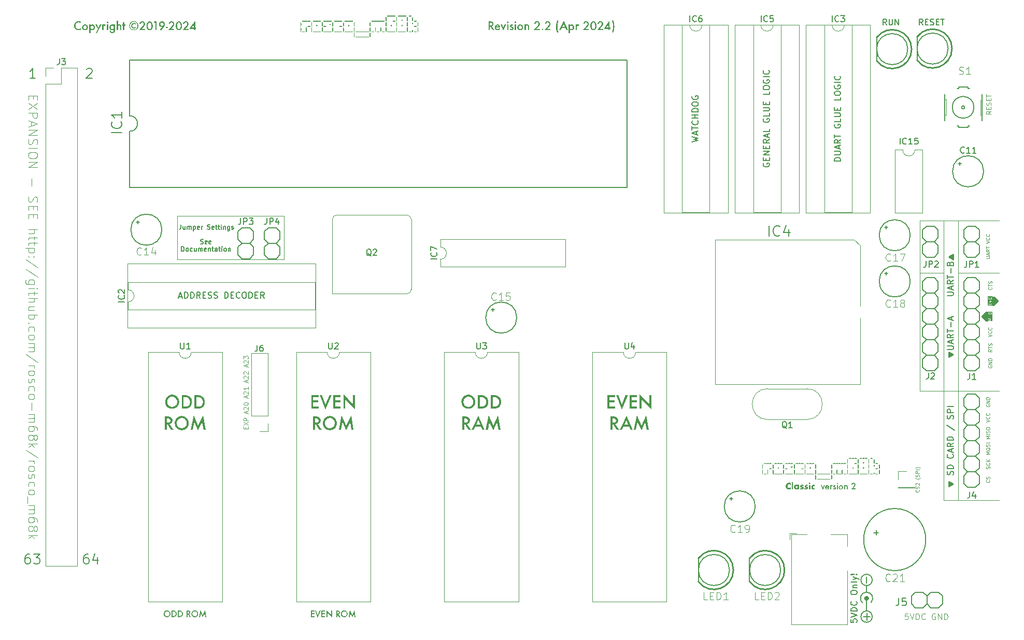
<source format=gbr>
G04 #@! TF.GenerationSoftware,KiCad,Pcbnew,8.0.2*
G04 #@! TF.CreationDate,2024-05-20T18:13:00+01:00*
G04 #@! TF.ProjectId,rosco_m68k,726f7363-6f5f-46d3-9638-6b2e6b696361,2.2*
G04 #@! TF.SameCoordinates,Original*
G04 #@! TF.FileFunction,Legend,Top*
G04 #@! TF.FilePolarity,Positive*
%FSLAX46Y46*%
G04 Gerber Fmt 4.6, Leading zero omitted, Abs format (unit mm)*
G04 Created by KiCad (PCBNEW 8.0.2) date 2024-05-20 18:13:00*
%MOMM*%
%LPD*%
G01*
G04 APERTURE LIST*
%ADD10C,0.120000*%
%ADD11C,0.150000*%
%ADD12C,0.134112*%
%ADD13C,0.081280*%
%ADD14C,0.100000*%
%ADD15C,0.187500*%
%ADD16C,0.174752*%
%ADD17C,0.113792*%
%ADD18C,0.134000*%
%ADD19C,0.200000*%
%ADD20C,0.120650*%
%ADD21C,0.127000*%
%ADD22C,0.168910*%
%ADD23C,0.152400*%
%ADD24C,0.050800*%
%ADD25C,0.203200*%
%ADD26C,0.254000*%
%ADD27C,0.002000*%
%ADD28C,0.500000*%
G04 APERTURE END LIST*
D10*
X227650000Y-102003000D02*
X227650000Y-102163000D01*
X226960000Y-102853000D01*
X226720000Y-102853000D01*
X226720000Y-101403000D01*
X227050000Y-101403000D01*
X227650000Y-102003000D01*
G36*
X227650000Y-102003000D02*
G01*
X227650000Y-102163000D01*
X226960000Y-102853000D01*
X226720000Y-102853000D01*
X226720000Y-101403000D01*
X227050000Y-101403000D01*
X227650000Y-102003000D01*
G37*
X218684000Y-97506000D02*
X214860000Y-97506000D01*
X93544000Y-88180000D02*
X93544000Y-95351000D01*
X214821000Y-89009000D02*
X214821000Y-116816000D01*
X218702000Y-97484000D02*
X218702000Y-89025000D01*
X218703000Y-97492000D02*
X218703000Y-116788000D01*
X221099000Y-97426000D02*
X221099000Y-116788000D01*
X227810000Y-89004000D02*
X214870000Y-89004000D01*
X110893000Y-88180000D02*
X93544000Y-88180000D01*
X221104000Y-116759000D02*
X221104000Y-134687000D01*
X221144000Y-97492000D02*
X227810000Y-97492000D01*
X214821000Y-116816000D02*
X227810000Y-116816000D01*
D11*
X206708900Y-153723600D02*
X205583900Y-153723600D01*
D10*
X218753000Y-134714000D02*
X227810000Y-134714000D01*
X93544000Y-95351000D02*
X110931000Y-95351000D01*
D11*
X206146400Y-148223600D02*
X206146400Y-147223600D01*
D10*
X221102000Y-97456000D02*
X221102000Y-89088000D01*
X218723000Y-116758000D02*
X218723000Y-134674000D01*
D11*
X206171400Y-154298600D02*
X206171400Y-153173600D01*
D10*
X225921000Y-105369000D02*
X225581000Y-105369000D01*
X224951000Y-104739000D01*
X224951000Y-104579000D01*
X225661000Y-103869000D01*
X225921000Y-103869000D01*
X225921000Y-105369000D01*
G36*
X225921000Y-105369000D02*
G01*
X225581000Y-105369000D01*
X224951000Y-104739000D01*
X224951000Y-104579000D01*
X225661000Y-103869000D01*
X225921000Y-103869000D01*
X225921000Y-105369000D01*
G37*
X110931000Y-95351000D02*
X110931000Y-88180000D01*
D12*
X69374951Y-143480545D02*
X69071602Y-143480545D01*
X69071602Y-143480545D02*
X68919928Y-143556382D01*
X68919928Y-143556382D02*
X68844091Y-143632219D01*
X68844091Y-143632219D02*
X68692416Y-143859730D01*
X68692416Y-143859730D02*
X68616579Y-144163079D01*
X68616579Y-144163079D02*
X68616579Y-144769776D01*
X68616579Y-144769776D02*
X68692416Y-144921450D01*
X68692416Y-144921450D02*
X68768253Y-144997288D01*
X68768253Y-144997288D02*
X68919928Y-145073125D01*
X68919928Y-145073125D02*
X69223276Y-145073125D01*
X69223276Y-145073125D02*
X69374951Y-144997288D01*
X69374951Y-144997288D02*
X69450788Y-144921450D01*
X69450788Y-144921450D02*
X69526625Y-144769776D01*
X69526625Y-144769776D02*
X69526625Y-144390590D01*
X69526625Y-144390590D02*
X69450788Y-144238916D01*
X69450788Y-144238916D02*
X69374951Y-144163079D01*
X69374951Y-144163079D02*
X69223276Y-144087242D01*
X69223276Y-144087242D02*
X68919928Y-144087242D01*
X68919928Y-144087242D02*
X68768253Y-144163079D01*
X68768253Y-144163079D02*
X68692416Y-144238916D01*
X68692416Y-144238916D02*
X68616579Y-144390590D01*
X70057485Y-143480545D02*
X71043368Y-143480545D01*
X71043368Y-143480545D02*
X70512508Y-144087242D01*
X70512508Y-144087242D02*
X70740019Y-144087242D01*
X70740019Y-144087242D02*
X70891694Y-144163079D01*
X70891694Y-144163079D02*
X70967531Y-144238916D01*
X70967531Y-144238916D02*
X71043368Y-144390590D01*
X71043368Y-144390590D02*
X71043368Y-144769776D01*
X71043368Y-144769776D02*
X70967531Y-144921450D01*
X70967531Y-144921450D02*
X70891694Y-144997288D01*
X70891694Y-144997288D02*
X70740019Y-145073125D01*
X70740019Y-145073125D02*
X70284996Y-145073125D01*
X70284996Y-145073125D02*
X70133322Y-144997288D01*
X70133322Y-144997288D02*
X70057485Y-144921450D01*
X78691579Y-64257219D02*
X78767416Y-64181382D01*
X78767416Y-64181382D02*
X78919091Y-64105545D01*
X78919091Y-64105545D02*
X79298276Y-64105545D01*
X79298276Y-64105545D02*
X79449951Y-64181382D01*
X79449951Y-64181382D02*
X79525788Y-64257219D01*
X79525788Y-64257219D02*
X79601625Y-64408893D01*
X79601625Y-64408893D02*
X79601625Y-64560568D01*
X79601625Y-64560568D02*
X79525788Y-64788079D01*
X79525788Y-64788079D02*
X78615742Y-65698125D01*
X78615742Y-65698125D02*
X79601625Y-65698125D01*
D13*
X225661543Y-95133622D02*
X226127020Y-95133622D01*
X226127020Y-95133622D02*
X226181782Y-95106241D01*
X226181782Y-95106241D02*
X226209163Y-95078860D01*
X226209163Y-95078860D02*
X226236543Y-95024098D01*
X226236543Y-95024098D02*
X226236543Y-94914574D01*
X226236543Y-94914574D02*
X226209163Y-94859812D01*
X226209163Y-94859812D02*
X226181782Y-94832431D01*
X226181782Y-94832431D02*
X226127020Y-94805050D01*
X226127020Y-94805050D02*
X225661543Y-94805050D01*
X226072258Y-94558622D02*
X226072258Y-94284812D01*
X226236543Y-94613384D02*
X225661543Y-94421717D01*
X225661543Y-94421717D02*
X226236543Y-94230050D01*
X226236543Y-93709812D02*
X225962734Y-93901479D01*
X226236543Y-94038384D02*
X225661543Y-94038384D01*
X225661543Y-94038384D02*
X225661543Y-93819336D01*
X225661543Y-93819336D02*
X225688924Y-93764574D01*
X225688924Y-93764574D02*
X225716305Y-93737193D01*
X225716305Y-93737193D02*
X225771067Y-93709812D01*
X225771067Y-93709812D02*
X225853210Y-93709812D01*
X225853210Y-93709812D02*
X225907972Y-93737193D01*
X225907972Y-93737193D02*
X225935353Y-93764574D01*
X225935353Y-93764574D02*
X225962734Y-93819336D01*
X225962734Y-93819336D02*
X225962734Y-94038384D01*
X225661543Y-93545527D02*
X225661543Y-93216955D01*
X226236543Y-93381241D02*
X225661543Y-93381241D01*
X225661543Y-92669337D02*
X226236543Y-92477670D01*
X226236543Y-92477670D02*
X225661543Y-92286003D01*
X226181782Y-91765765D02*
X226209163Y-91793146D01*
X226209163Y-91793146D02*
X226236543Y-91875289D01*
X226236543Y-91875289D02*
X226236543Y-91930051D01*
X226236543Y-91930051D02*
X226209163Y-92012194D01*
X226209163Y-92012194D02*
X226154401Y-92066956D01*
X226154401Y-92066956D02*
X226099639Y-92094337D01*
X226099639Y-92094337D02*
X225990115Y-92121718D01*
X225990115Y-92121718D02*
X225907972Y-92121718D01*
X225907972Y-92121718D02*
X225798448Y-92094337D01*
X225798448Y-92094337D02*
X225743686Y-92066956D01*
X225743686Y-92066956D02*
X225688924Y-92012194D01*
X225688924Y-92012194D02*
X225661543Y-91930051D01*
X225661543Y-91930051D02*
X225661543Y-91875289D01*
X225661543Y-91875289D02*
X225688924Y-91793146D01*
X225688924Y-91793146D02*
X225716305Y-91765765D01*
X226181782Y-91190765D02*
X226209163Y-91218146D01*
X226209163Y-91218146D02*
X226236543Y-91300289D01*
X226236543Y-91300289D02*
X226236543Y-91355051D01*
X226236543Y-91355051D02*
X226209163Y-91437194D01*
X226209163Y-91437194D02*
X226154401Y-91491956D01*
X226154401Y-91491956D02*
X226099639Y-91519337D01*
X226099639Y-91519337D02*
X225990115Y-91546718D01*
X225990115Y-91546718D02*
X225907972Y-91546718D01*
X225907972Y-91546718D02*
X225798448Y-91519337D01*
X225798448Y-91519337D02*
X225743686Y-91491956D01*
X225743686Y-91491956D02*
X225688924Y-91437194D01*
X225688924Y-91437194D02*
X225661543Y-91355051D01*
X225661543Y-91355051D02*
X225661543Y-91300289D01*
X225661543Y-91300289D02*
X225688924Y-91218146D01*
X225688924Y-91218146D02*
X225716305Y-91190765D01*
X226601778Y-110032880D02*
X226327969Y-110224547D01*
X226601778Y-110361452D02*
X226026778Y-110361452D01*
X226026778Y-110361452D02*
X226026778Y-110142404D01*
X226026778Y-110142404D02*
X226054159Y-110087642D01*
X226054159Y-110087642D02*
X226081540Y-110060261D01*
X226081540Y-110060261D02*
X226136302Y-110032880D01*
X226136302Y-110032880D02*
X226218445Y-110032880D01*
X226218445Y-110032880D02*
X226273207Y-110060261D01*
X226273207Y-110060261D02*
X226300588Y-110087642D01*
X226300588Y-110087642D02*
X226327969Y-110142404D01*
X226327969Y-110142404D02*
X226327969Y-110361452D01*
X226026778Y-109868595D02*
X226026778Y-109540023D01*
X226601778Y-109704309D02*
X226026778Y-109704309D01*
X226574398Y-109375738D02*
X226601778Y-109293595D01*
X226601778Y-109293595D02*
X226601778Y-109156690D01*
X226601778Y-109156690D02*
X226574398Y-109101928D01*
X226574398Y-109101928D02*
X226547017Y-109074547D01*
X226547017Y-109074547D02*
X226492255Y-109047166D01*
X226492255Y-109047166D02*
X226437493Y-109047166D01*
X226437493Y-109047166D02*
X226382731Y-109074547D01*
X226382731Y-109074547D02*
X226355350Y-109101928D01*
X226355350Y-109101928D02*
X226327969Y-109156690D01*
X226327969Y-109156690D02*
X226300588Y-109266214D01*
X226300588Y-109266214D02*
X226273207Y-109320976D01*
X226273207Y-109320976D02*
X226245826Y-109348357D01*
X226245826Y-109348357D02*
X226191064Y-109375738D01*
X226191064Y-109375738D02*
X226136302Y-109375738D01*
X226136302Y-109375738D02*
X226081540Y-109348357D01*
X226081540Y-109348357D02*
X226054159Y-109320976D01*
X226054159Y-109320976D02*
X226026778Y-109266214D01*
X226026778Y-109266214D02*
X226026778Y-109129309D01*
X226026778Y-109129309D02*
X226054159Y-109047166D01*
X225697159Y-119048095D02*
X225669778Y-119102857D01*
X225669778Y-119102857D02*
X225669778Y-119185000D01*
X225669778Y-119185000D02*
X225697159Y-119267143D01*
X225697159Y-119267143D02*
X225751921Y-119321905D01*
X225751921Y-119321905D02*
X225806683Y-119349286D01*
X225806683Y-119349286D02*
X225916207Y-119376667D01*
X225916207Y-119376667D02*
X225998350Y-119376667D01*
X225998350Y-119376667D02*
X226107874Y-119349286D01*
X226107874Y-119349286D02*
X226162636Y-119321905D01*
X226162636Y-119321905D02*
X226217398Y-119267143D01*
X226217398Y-119267143D02*
X226244778Y-119185000D01*
X226244778Y-119185000D02*
X226244778Y-119130238D01*
X226244778Y-119130238D02*
X226217398Y-119048095D01*
X226217398Y-119048095D02*
X226190017Y-119020714D01*
X226190017Y-119020714D02*
X225998350Y-119020714D01*
X225998350Y-119020714D02*
X225998350Y-119130238D01*
X226244778Y-118774286D02*
X225669778Y-118774286D01*
X225669778Y-118774286D02*
X226244778Y-118445714D01*
X226244778Y-118445714D02*
X225669778Y-118445714D01*
X226244778Y-118171905D02*
X225669778Y-118171905D01*
X225669778Y-118171905D02*
X225669778Y-118035000D01*
X225669778Y-118035000D02*
X225697159Y-117952857D01*
X225697159Y-117952857D02*
X225751921Y-117898095D01*
X225751921Y-117898095D02*
X225806683Y-117870714D01*
X225806683Y-117870714D02*
X225916207Y-117843333D01*
X225916207Y-117843333D02*
X225998350Y-117843333D01*
X225998350Y-117843333D02*
X226107874Y-117870714D01*
X226107874Y-117870714D02*
X226162636Y-117898095D01*
X226162636Y-117898095D02*
X226217398Y-117952857D01*
X226217398Y-117952857D02*
X226244778Y-118035000D01*
X226244778Y-118035000D02*
X226244778Y-118171905D01*
D11*
X219605033Y-131712714D02*
X219557414Y-131712714D01*
X219700271Y-131760333D02*
X219557414Y-131760333D01*
X219795509Y-131807952D02*
X219557414Y-131807952D01*
X219890747Y-131855571D02*
X219557414Y-131855571D01*
X219938366Y-131903190D02*
X219557414Y-131903190D01*
X220033604Y-131950809D02*
X219557414Y-131950809D01*
X220128842Y-131998428D02*
X219557414Y-131998428D01*
X220224080Y-132046047D02*
X219557414Y-132046047D01*
X220319319Y-132093666D02*
X219557414Y-132093666D01*
X220224080Y-132141285D02*
X219557414Y-132141285D01*
X220128842Y-132188904D02*
X219557414Y-132188904D01*
X220033604Y-132236523D02*
X219557414Y-132236523D01*
X219938366Y-132284142D02*
X219557414Y-132284142D01*
X219890747Y-132331761D02*
X219557414Y-132331761D01*
X219795509Y-132379380D02*
X219557414Y-132379380D01*
X219700271Y-132426999D02*
X219557414Y-132426999D01*
X219557414Y-132474618D02*
X220271700Y-132093666D01*
X220271700Y-132093666D02*
X219557414Y-131712714D01*
X219605033Y-132474618D02*
X219557414Y-132474618D01*
X220319319Y-132093666D02*
X219557414Y-132522237D01*
X219557414Y-132522237D02*
X219557414Y-131665094D01*
X219557414Y-131665094D02*
X220319319Y-132093666D01*
X220271700Y-130522237D02*
X220319319Y-130379380D01*
X220319319Y-130379380D02*
X220319319Y-130141285D01*
X220319319Y-130141285D02*
X220271700Y-130046047D01*
X220271700Y-130046047D02*
X220224080Y-129998428D01*
X220224080Y-129998428D02*
X220128842Y-129950809D01*
X220128842Y-129950809D02*
X220033604Y-129950809D01*
X220033604Y-129950809D02*
X219938366Y-129998428D01*
X219938366Y-129998428D02*
X219890747Y-130046047D01*
X219890747Y-130046047D02*
X219843128Y-130141285D01*
X219843128Y-130141285D02*
X219795509Y-130331761D01*
X219795509Y-130331761D02*
X219747890Y-130426999D01*
X219747890Y-130426999D02*
X219700271Y-130474618D01*
X219700271Y-130474618D02*
X219605033Y-130522237D01*
X219605033Y-130522237D02*
X219509795Y-130522237D01*
X219509795Y-130522237D02*
X219414557Y-130474618D01*
X219414557Y-130474618D02*
X219366938Y-130426999D01*
X219366938Y-130426999D02*
X219319319Y-130331761D01*
X219319319Y-130331761D02*
X219319319Y-130093666D01*
X219319319Y-130093666D02*
X219366938Y-129950809D01*
X220319319Y-129522237D02*
X219319319Y-129522237D01*
X219319319Y-129522237D02*
X219319319Y-129284142D01*
X219319319Y-129284142D02*
X219366938Y-129141285D01*
X219366938Y-129141285D02*
X219462176Y-129046047D01*
X219462176Y-129046047D02*
X219557414Y-128998428D01*
X219557414Y-128998428D02*
X219747890Y-128950809D01*
X219747890Y-128950809D02*
X219890747Y-128950809D01*
X219890747Y-128950809D02*
X220081223Y-128998428D01*
X220081223Y-128998428D02*
X220176461Y-129046047D01*
X220176461Y-129046047D02*
X220271700Y-129141285D01*
X220271700Y-129141285D02*
X220319319Y-129284142D01*
X220319319Y-129284142D02*
X220319319Y-129522237D01*
X220224080Y-127188904D02*
X220271700Y-127236523D01*
X220271700Y-127236523D02*
X220319319Y-127379380D01*
X220319319Y-127379380D02*
X220319319Y-127474618D01*
X220319319Y-127474618D02*
X220271700Y-127617475D01*
X220271700Y-127617475D02*
X220176461Y-127712713D01*
X220176461Y-127712713D02*
X220081223Y-127760332D01*
X220081223Y-127760332D02*
X219890747Y-127807951D01*
X219890747Y-127807951D02*
X219747890Y-127807951D01*
X219747890Y-127807951D02*
X219557414Y-127760332D01*
X219557414Y-127760332D02*
X219462176Y-127712713D01*
X219462176Y-127712713D02*
X219366938Y-127617475D01*
X219366938Y-127617475D02*
X219319319Y-127474618D01*
X219319319Y-127474618D02*
X219319319Y-127379380D01*
X219319319Y-127379380D02*
X219366938Y-127236523D01*
X219366938Y-127236523D02*
X219414557Y-127188904D01*
X220033604Y-126807951D02*
X220033604Y-126331761D01*
X220319319Y-126903189D02*
X219319319Y-126569856D01*
X219319319Y-126569856D02*
X220319319Y-126236523D01*
X220319319Y-125331761D02*
X219843128Y-125665094D01*
X220319319Y-125903189D02*
X219319319Y-125903189D01*
X219319319Y-125903189D02*
X219319319Y-125522237D01*
X219319319Y-125522237D02*
X219366938Y-125426999D01*
X219366938Y-125426999D02*
X219414557Y-125379380D01*
X219414557Y-125379380D02*
X219509795Y-125331761D01*
X219509795Y-125331761D02*
X219652652Y-125331761D01*
X219652652Y-125331761D02*
X219747890Y-125379380D01*
X219747890Y-125379380D02*
X219795509Y-125426999D01*
X219795509Y-125426999D02*
X219843128Y-125522237D01*
X219843128Y-125522237D02*
X219843128Y-125903189D01*
X220319319Y-124903189D02*
X219319319Y-124903189D01*
X219319319Y-124903189D02*
X219319319Y-124665094D01*
X219319319Y-124665094D02*
X219366938Y-124522237D01*
X219366938Y-124522237D02*
X219462176Y-124426999D01*
X219462176Y-124426999D02*
X219557414Y-124379380D01*
X219557414Y-124379380D02*
X219747890Y-124331761D01*
X219747890Y-124331761D02*
X219890747Y-124331761D01*
X219890747Y-124331761D02*
X220081223Y-124379380D01*
X220081223Y-124379380D02*
X220176461Y-124426999D01*
X220176461Y-124426999D02*
X220271700Y-124522237D01*
X220271700Y-124522237D02*
X220319319Y-124665094D01*
X220319319Y-124665094D02*
X220319319Y-124903189D01*
X219271700Y-122426999D02*
X220557414Y-123284141D01*
X220271700Y-121379379D02*
X220319319Y-121236522D01*
X220319319Y-121236522D02*
X220319319Y-120998427D01*
X220319319Y-120998427D02*
X220271700Y-120903189D01*
X220271700Y-120903189D02*
X220224080Y-120855570D01*
X220224080Y-120855570D02*
X220128842Y-120807951D01*
X220128842Y-120807951D02*
X220033604Y-120807951D01*
X220033604Y-120807951D02*
X219938366Y-120855570D01*
X219938366Y-120855570D02*
X219890747Y-120903189D01*
X219890747Y-120903189D02*
X219843128Y-120998427D01*
X219843128Y-120998427D02*
X219795509Y-121188903D01*
X219795509Y-121188903D02*
X219747890Y-121284141D01*
X219747890Y-121284141D02*
X219700271Y-121331760D01*
X219700271Y-121331760D02*
X219605033Y-121379379D01*
X219605033Y-121379379D02*
X219509795Y-121379379D01*
X219509795Y-121379379D02*
X219414557Y-121331760D01*
X219414557Y-121331760D02*
X219366938Y-121284141D01*
X219366938Y-121284141D02*
X219319319Y-121188903D01*
X219319319Y-121188903D02*
X219319319Y-120950808D01*
X219319319Y-120950808D02*
X219366938Y-120807951D01*
X220319319Y-120379379D02*
X219319319Y-120379379D01*
X219319319Y-120379379D02*
X219319319Y-119998427D01*
X219319319Y-119998427D02*
X219366938Y-119903189D01*
X219366938Y-119903189D02*
X219414557Y-119855570D01*
X219414557Y-119855570D02*
X219509795Y-119807951D01*
X219509795Y-119807951D02*
X219652652Y-119807951D01*
X219652652Y-119807951D02*
X219747890Y-119855570D01*
X219747890Y-119855570D02*
X219795509Y-119903189D01*
X219795509Y-119903189D02*
X219843128Y-119998427D01*
X219843128Y-119998427D02*
X219843128Y-120379379D01*
X220319319Y-119379379D02*
X219319319Y-119379379D01*
D14*
X104897478Y-112879857D02*
X104897478Y-112522715D01*
X105111764Y-112951286D02*
X104361764Y-112701286D01*
X104361764Y-112701286D02*
X105111764Y-112451286D01*
X104433192Y-112237000D02*
X104397478Y-112201286D01*
X104397478Y-112201286D02*
X104361764Y-112129858D01*
X104361764Y-112129858D02*
X104361764Y-111951286D01*
X104361764Y-111951286D02*
X104397478Y-111879858D01*
X104397478Y-111879858D02*
X104433192Y-111844143D01*
X104433192Y-111844143D02*
X104504621Y-111808429D01*
X104504621Y-111808429D02*
X104576050Y-111808429D01*
X104576050Y-111808429D02*
X104683192Y-111844143D01*
X104683192Y-111844143D02*
X105111764Y-112272715D01*
X105111764Y-112272715D02*
X105111764Y-111808429D01*
X104361764Y-111558429D02*
X104361764Y-111094143D01*
X104361764Y-111094143D02*
X104647478Y-111344143D01*
X104647478Y-111344143D02*
X104647478Y-111237000D01*
X104647478Y-111237000D02*
X104683192Y-111165572D01*
X104683192Y-111165572D02*
X104718907Y-111129857D01*
X104718907Y-111129857D02*
X104790335Y-111094143D01*
X104790335Y-111094143D02*
X104968907Y-111094143D01*
X104968907Y-111094143D02*
X105040335Y-111129857D01*
X105040335Y-111129857D02*
X105076050Y-111165572D01*
X105076050Y-111165572D02*
X105111764Y-111237000D01*
X105111764Y-111237000D02*
X105111764Y-111451286D01*
X105111764Y-111451286D02*
X105076050Y-111522714D01*
X105076050Y-111522714D02*
X105040335Y-111558429D01*
D15*
X94107429Y-89618214D02*
X94107429Y-90153928D01*
X94107429Y-90153928D02*
X94071714Y-90261071D01*
X94071714Y-90261071D02*
X94000286Y-90332500D01*
X94000286Y-90332500D02*
X93893143Y-90368214D01*
X93893143Y-90368214D02*
X93821714Y-90368214D01*
X94786001Y-89868214D02*
X94786001Y-90368214D01*
X94464572Y-89868214D02*
X94464572Y-90261071D01*
X94464572Y-90261071D02*
X94500286Y-90332500D01*
X94500286Y-90332500D02*
X94571715Y-90368214D01*
X94571715Y-90368214D02*
X94678858Y-90368214D01*
X94678858Y-90368214D02*
X94750286Y-90332500D01*
X94750286Y-90332500D02*
X94786001Y-90296785D01*
X95143143Y-90368214D02*
X95143143Y-89868214D01*
X95143143Y-89939642D02*
X95178857Y-89903928D01*
X95178857Y-89903928D02*
X95250286Y-89868214D01*
X95250286Y-89868214D02*
X95357429Y-89868214D01*
X95357429Y-89868214D02*
X95428857Y-89903928D01*
X95428857Y-89903928D02*
X95464572Y-89975357D01*
X95464572Y-89975357D02*
X95464572Y-90368214D01*
X95464572Y-89975357D02*
X95500286Y-89903928D01*
X95500286Y-89903928D02*
X95571714Y-89868214D01*
X95571714Y-89868214D02*
X95678857Y-89868214D01*
X95678857Y-89868214D02*
X95750286Y-89903928D01*
X95750286Y-89903928D02*
X95786000Y-89975357D01*
X95786000Y-89975357D02*
X95786000Y-90368214D01*
X96143143Y-89868214D02*
X96143143Y-90618214D01*
X96143143Y-89903928D02*
X96214572Y-89868214D01*
X96214572Y-89868214D02*
X96357429Y-89868214D01*
X96357429Y-89868214D02*
X96428857Y-89903928D01*
X96428857Y-89903928D02*
X96464572Y-89939642D01*
X96464572Y-89939642D02*
X96500286Y-90011071D01*
X96500286Y-90011071D02*
X96500286Y-90225357D01*
X96500286Y-90225357D02*
X96464572Y-90296785D01*
X96464572Y-90296785D02*
X96428857Y-90332500D01*
X96428857Y-90332500D02*
X96357429Y-90368214D01*
X96357429Y-90368214D02*
X96214572Y-90368214D01*
X96214572Y-90368214D02*
X96143143Y-90332500D01*
X97107428Y-90332500D02*
X97036000Y-90368214D01*
X97036000Y-90368214D02*
X96893143Y-90368214D01*
X96893143Y-90368214D02*
X96821714Y-90332500D01*
X96821714Y-90332500D02*
X96786000Y-90261071D01*
X96786000Y-90261071D02*
X96786000Y-89975357D01*
X96786000Y-89975357D02*
X96821714Y-89903928D01*
X96821714Y-89903928D02*
X96893143Y-89868214D01*
X96893143Y-89868214D02*
X97036000Y-89868214D01*
X97036000Y-89868214D02*
X97107428Y-89903928D01*
X97107428Y-89903928D02*
X97143143Y-89975357D01*
X97143143Y-89975357D02*
X97143143Y-90046785D01*
X97143143Y-90046785D02*
X96786000Y-90118214D01*
X97464571Y-90368214D02*
X97464571Y-89868214D01*
X97464571Y-90011071D02*
X97500285Y-89939642D01*
X97500285Y-89939642D02*
X97536000Y-89903928D01*
X97536000Y-89903928D02*
X97607428Y-89868214D01*
X97607428Y-89868214D02*
X97678857Y-89868214D01*
X98464572Y-90332500D02*
X98571715Y-90368214D01*
X98571715Y-90368214D02*
X98750286Y-90368214D01*
X98750286Y-90368214D02*
X98821715Y-90332500D01*
X98821715Y-90332500D02*
X98857429Y-90296785D01*
X98857429Y-90296785D02*
X98893143Y-90225357D01*
X98893143Y-90225357D02*
X98893143Y-90153928D01*
X98893143Y-90153928D02*
X98857429Y-90082500D01*
X98857429Y-90082500D02*
X98821715Y-90046785D01*
X98821715Y-90046785D02*
X98750286Y-90011071D01*
X98750286Y-90011071D02*
X98607429Y-89975357D01*
X98607429Y-89975357D02*
X98536000Y-89939642D01*
X98536000Y-89939642D02*
X98500286Y-89903928D01*
X98500286Y-89903928D02*
X98464572Y-89832500D01*
X98464572Y-89832500D02*
X98464572Y-89761071D01*
X98464572Y-89761071D02*
X98500286Y-89689642D01*
X98500286Y-89689642D02*
X98536000Y-89653928D01*
X98536000Y-89653928D02*
X98607429Y-89618214D01*
X98607429Y-89618214D02*
X98786000Y-89618214D01*
X98786000Y-89618214D02*
X98893143Y-89653928D01*
X99500286Y-90332500D02*
X99428858Y-90368214D01*
X99428858Y-90368214D02*
X99286001Y-90368214D01*
X99286001Y-90368214D02*
X99214572Y-90332500D01*
X99214572Y-90332500D02*
X99178858Y-90261071D01*
X99178858Y-90261071D02*
X99178858Y-89975357D01*
X99178858Y-89975357D02*
X99214572Y-89903928D01*
X99214572Y-89903928D02*
X99286001Y-89868214D01*
X99286001Y-89868214D02*
X99428858Y-89868214D01*
X99428858Y-89868214D02*
X99500286Y-89903928D01*
X99500286Y-89903928D02*
X99536001Y-89975357D01*
X99536001Y-89975357D02*
X99536001Y-90046785D01*
X99536001Y-90046785D02*
X99178858Y-90118214D01*
X99750286Y-89868214D02*
X100036000Y-89868214D01*
X99857429Y-89618214D02*
X99857429Y-90261071D01*
X99857429Y-90261071D02*
X99893143Y-90332500D01*
X99893143Y-90332500D02*
X99964572Y-90368214D01*
X99964572Y-90368214D02*
X100036000Y-90368214D01*
X100178857Y-89868214D02*
X100464571Y-89868214D01*
X100286000Y-89618214D02*
X100286000Y-90261071D01*
X100286000Y-90261071D02*
X100321714Y-90332500D01*
X100321714Y-90332500D02*
X100393143Y-90368214D01*
X100393143Y-90368214D02*
X100464571Y-90368214D01*
X100714571Y-90368214D02*
X100714571Y-89868214D01*
X100714571Y-89618214D02*
X100678857Y-89653928D01*
X100678857Y-89653928D02*
X100714571Y-89689642D01*
X100714571Y-89689642D02*
X100750285Y-89653928D01*
X100750285Y-89653928D02*
X100714571Y-89618214D01*
X100714571Y-89618214D02*
X100714571Y-89689642D01*
X101071714Y-89868214D02*
X101071714Y-90368214D01*
X101071714Y-89939642D02*
X101107428Y-89903928D01*
X101107428Y-89903928D02*
X101178857Y-89868214D01*
X101178857Y-89868214D02*
X101286000Y-89868214D01*
X101286000Y-89868214D02*
X101357428Y-89903928D01*
X101357428Y-89903928D02*
X101393143Y-89975357D01*
X101393143Y-89975357D02*
X101393143Y-90368214D01*
X102071714Y-89868214D02*
X102071714Y-90475357D01*
X102071714Y-90475357D02*
X102035999Y-90546785D01*
X102035999Y-90546785D02*
X102000285Y-90582500D01*
X102000285Y-90582500D02*
X101928856Y-90618214D01*
X101928856Y-90618214D02*
X101821714Y-90618214D01*
X101821714Y-90618214D02*
X101750285Y-90582500D01*
X102071714Y-90332500D02*
X102000285Y-90368214D01*
X102000285Y-90368214D02*
X101857428Y-90368214D01*
X101857428Y-90368214D02*
X101785999Y-90332500D01*
X101785999Y-90332500D02*
X101750285Y-90296785D01*
X101750285Y-90296785D02*
X101714571Y-90225357D01*
X101714571Y-90225357D02*
X101714571Y-90011071D01*
X101714571Y-90011071D02*
X101750285Y-89939642D01*
X101750285Y-89939642D02*
X101785999Y-89903928D01*
X101785999Y-89903928D02*
X101857428Y-89868214D01*
X101857428Y-89868214D02*
X102000285Y-89868214D01*
X102000285Y-89868214D02*
X102071714Y-89903928D01*
X102393142Y-90332500D02*
X102464570Y-90368214D01*
X102464570Y-90368214D02*
X102607427Y-90368214D01*
X102607427Y-90368214D02*
X102678856Y-90332500D01*
X102678856Y-90332500D02*
X102714570Y-90261071D01*
X102714570Y-90261071D02*
X102714570Y-90225357D01*
X102714570Y-90225357D02*
X102678856Y-90153928D01*
X102678856Y-90153928D02*
X102607427Y-90118214D01*
X102607427Y-90118214D02*
X102500285Y-90118214D01*
X102500285Y-90118214D02*
X102428856Y-90082500D01*
X102428856Y-90082500D02*
X102393142Y-90011071D01*
X102393142Y-90011071D02*
X102393142Y-89975357D01*
X102393142Y-89975357D02*
X102428856Y-89903928D01*
X102428856Y-89903928D02*
X102500285Y-89868214D01*
X102500285Y-89868214D02*
X102607427Y-89868214D01*
X102607427Y-89868214D02*
X102678856Y-89903928D01*
D11*
G36*
X198821121Y-132239440D02*
G01*
X198993312Y-132615330D01*
X199165015Y-132239440D01*
X199337939Y-132239440D01*
X198992091Y-132954583D01*
X198648930Y-132239440D01*
X198821121Y-132239440D01*
G37*
G36*
X199758438Y-132227132D02*
G01*
X199807267Y-132237101D01*
X199858765Y-132257131D01*
X199904373Y-132286208D01*
X199938777Y-132318331D01*
X199971895Y-132362739D01*
X199996880Y-132414114D01*
X200011820Y-132463693D01*
X200020785Y-132518390D01*
X200023690Y-132567881D01*
X200023773Y-132578205D01*
X200023773Y-132614597D01*
X199544324Y-132614597D01*
X199553539Y-132665778D01*
X199574650Y-132712724D01*
X199598058Y-132741848D01*
X199640950Y-132772052D01*
X199688343Y-132786266D01*
X199719446Y-132788498D01*
X199769260Y-132782648D01*
X199814945Y-132761876D01*
X199852004Y-132726813D01*
X199884897Y-132684544D01*
X199899453Y-132663202D01*
X200029879Y-132733788D01*
X200002724Y-132775862D01*
X199972177Y-132814717D01*
X199965887Y-132821715D01*
X199928887Y-132856797D01*
X199893836Y-132881799D01*
X199848490Y-132904236D01*
X199810549Y-132916237D01*
X199761182Y-132924813D01*
X199714073Y-132927228D01*
X199659997Y-132923862D01*
X199610060Y-132913764D01*
X199557031Y-132893475D01*
X199509635Y-132864023D01*
X199473494Y-132831485D01*
X199442699Y-132793108D01*
X199418276Y-132750335D01*
X199400224Y-132703166D01*
X199388543Y-132651600D01*
X199383234Y-132595638D01*
X199382880Y-132576007D01*
X199385962Y-132518868D01*
X199391089Y-132489545D01*
X199554583Y-132489545D01*
X199865015Y-132489545D01*
X199846539Y-132440057D01*
X199814719Y-132398383D01*
X199771480Y-132372585D01*
X199716823Y-132362663D01*
X199709188Y-132362539D01*
X199660845Y-132369961D01*
X199656188Y-132371576D01*
X199612518Y-132395946D01*
X199611247Y-132396977D01*
X199578417Y-132433885D01*
X199576564Y-132436788D01*
X199556582Y-132482256D01*
X199554583Y-132489545D01*
X199391089Y-132489545D01*
X199395210Y-132465972D01*
X199410623Y-132417317D01*
X199432202Y-132372904D01*
X199465168Y-132326450D01*
X199470563Y-132320285D01*
X199512098Y-132282693D01*
X199559127Y-132254334D01*
X199611648Y-132235209D01*
X199661039Y-132226164D01*
X199705280Y-132223809D01*
X199758438Y-132227132D01*
G37*
G36*
X200187904Y-132239440D02*
G01*
X200345197Y-132239440D01*
X200345197Y-132303432D01*
X200380513Y-132269198D01*
X200420423Y-132241394D01*
X200467116Y-132226282D01*
X200499802Y-132223809D01*
X200550103Y-132230137D01*
X200598108Y-132247213D01*
X200626809Y-132262155D01*
X200556467Y-132411387D01*
X200513236Y-132387940D01*
X200470982Y-132380124D01*
X200421970Y-132389158D01*
X200380696Y-132421608D01*
X200357480Y-132469361D01*
X200347162Y-132524674D01*
X200345197Y-132568924D01*
X200345197Y-132911597D01*
X200187904Y-132911597D01*
X200187904Y-132239440D01*
G37*
G36*
X201106990Y-132355944D02*
G01*
X200979740Y-132423844D01*
X200950267Y-132381936D01*
X200904268Y-132362539D01*
X200867388Y-132376460D01*
X200852245Y-132412364D01*
X200880529Y-132455074D01*
X200925662Y-132481023D01*
X200941638Y-132488079D01*
X200991732Y-132510751D01*
X201039508Y-132535660D01*
X201081177Y-132562406D01*
X201107479Y-132585044D01*
X201135153Y-132626122D01*
X201148718Y-132677520D01*
X201150221Y-132704723D01*
X201144618Y-132756281D01*
X201127810Y-132802971D01*
X201099796Y-132844793D01*
X201079391Y-132865923D01*
X201038406Y-132895558D01*
X200992940Y-132915494D01*
X200942991Y-132925731D01*
X200913305Y-132927228D01*
X200863484Y-132923209D01*
X200809995Y-132907776D01*
X200763375Y-132880768D01*
X200723624Y-132842185D01*
X200695746Y-132801191D01*
X200676878Y-132762608D01*
X200805594Y-132702036D01*
X200832350Y-132744643D01*
X200847604Y-132762608D01*
X200891420Y-132785970D01*
X200914771Y-132788498D01*
X200965375Y-132776808D01*
X200991707Y-132734269D01*
X200992929Y-132717668D01*
X200971833Y-132670922D01*
X200933089Y-132641220D01*
X200888377Y-132619437D01*
X200886927Y-132618749D01*
X200841513Y-132596996D01*
X200840033Y-132596279D01*
X200795588Y-132571733D01*
X200755682Y-132541050D01*
X200746243Y-132530822D01*
X200721349Y-132486636D01*
X200711866Y-132435906D01*
X200711561Y-132423844D01*
X200717333Y-132372586D01*
X200737016Y-132322980D01*
X200767031Y-132284044D01*
X200770668Y-132280473D01*
X200810901Y-132250591D01*
X200856191Y-132231777D01*
X200906537Y-132224030D01*
X200917213Y-132223809D01*
X200969872Y-132230132D01*
X201016289Y-132249100D01*
X201056465Y-132280715D01*
X201090401Y-132324975D01*
X201106990Y-132355944D01*
G37*
G36*
X201436474Y-132239440D02*
G01*
X201436474Y-132911597D01*
X201279181Y-132911597D01*
X201279181Y-132239440D01*
X201436474Y-132239440D01*
G37*
G36*
X201263550Y-131964911D02*
G01*
X201276382Y-131915894D01*
X201293347Y-131894081D01*
X201335384Y-131868473D01*
X201364910Y-131864283D01*
X201412862Y-131875923D01*
X201436962Y-131894081D01*
X201463239Y-131938014D01*
X201466760Y-131965644D01*
X201455120Y-132013710D01*
X201436962Y-132037696D01*
X201393134Y-132063972D01*
X201365643Y-132067493D01*
X201317596Y-132055949D01*
X201293347Y-132037940D01*
X201267740Y-131995445D01*
X201263550Y-131964911D01*
G37*
G36*
X202001271Y-132227389D02*
G01*
X202051969Y-132238131D01*
X202099525Y-132256034D01*
X202143938Y-132281099D01*
X202185209Y-132313325D01*
X202198267Y-132325658D01*
X202232880Y-132365566D01*
X202260331Y-132408720D01*
X202280622Y-132455119D01*
X202293751Y-132504764D01*
X202299719Y-132557655D01*
X202300116Y-132576007D01*
X202296510Y-132630360D01*
X202285691Y-132681314D01*
X202267659Y-132728867D01*
X202242414Y-132773019D01*
X202209956Y-132813772D01*
X202197534Y-132826600D01*
X202157317Y-132860798D01*
X202113786Y-132887920D01*
X202066940Y-132907967D01*
X202016779Y-132920939D01*
X201963305Y-132926835D01*
X201944743Y-132927228D01*
X201890756Y-132923622D01*
X201840169Y-132912802D01*
X201792982Y-132894770D01*
X201749196Y-132869526D01*
X201708810Y-132837068D01*
X201696104Y-132824646D01*
X201661989Y-132784898D01*
X201634932Y-132741493D01*
X201614934Y-132694429D01*
X201601994Y-132643708D01*
X201596112Y-132589329D01*
X201595765Y-132572587D01*
X201753012Y-132572587D01*
X201757185Y-132625219D01*
X201771611Y-132675995D01*
X201796341Y-132718661D01*
X201805769Y-132729880D01*
X201846780Y-132763253D01*
X201895930Y-132782774D01*
X201947674Y-132788498D01*
X201999733Y-132782845D01*
X202048899Y-132763569D01*
X202089579Y-132730613D01*
X202119893Y-132686227D01*
X202136532Y-132637913D01*
X202142616Y-132587945D01*
X202142824Y-132576007D01*
X202138612Y-132524556D01*
X202124053Y-132474638D01*
X202099094Y-132432354D01*
X202089579Y-132421157D01*
X202048568Y-132387783D01*
X201999418Y-132368263D01*
X201947674Y-132362539D01*
X201896550Y-132368263D01*
X201847752Y-132387783D01*
X201806746Y-132421157D01*
X201778410Y-132461133D01*
X201760569Y-132507787D01*
X201753222Y-132561119D01*
X201753012Y-132572587D01*
X201595765Y-132572587D01*
X201595720Y-132570389D01*
X201599318Y-132517862D01*
X201610111Y-132468357D01*
X201628100Y-132421874D01*
X201653285Y-132378414D01*
X201685665Y-132337977D01*
X201698058Y-132325169D01*
X201738006Y-132290723D01*
X201781096Y-132263403D01*
X201827330Y-132243210D01*
X201876706Y-132230144D01*
X201929225Y-132224205D01*
X201947430Y-132223809D01*
X202001271Y-132227389D01*
G37*
G36*
X202468155Y-132239440D02*
G01*
X202625448Y-132239440D01*
X202625448Y-132302699D01*
X202667259Y-132268185D01*
X202711604Y-132243531D01*
X202758484Y-132228739D01*
X202807897Y-132223809D01*
X202863157Y-132228403D01*
X202911945Y-132242188D01*
X202959094Y-132268680D01*
X202990102Y-132297326D01*
X203017376Y-132338756D01*
X203034125Y-132386094D01*
X203042996Y-132435628D01*
X203046467Y-132492736D01*
X203046522Y-132501513D01*
X203046522Y-132911597D01*
X202889230Y-132911597D01*
X202889230Y-132537661D01*
X202887066Y-132486849D01*
X202878544Y-132437865D01*
X202861875Y-132400885D01*
X202821440Y-132370964D01*
X202769508Y-132362576D01*
X202765155Y-132362539D01*
X202714104Y-132369683D01*
X202670433Y-132396076D01*
X202656955Y-132413341D01*
X202637755Y-132461438D01*
X202629171Y-132511350D01*
X202625725Y-132565675D01*
X202625448Y-132588463D01*
X202625448Y-132911597D01*
X202468155Y-132911597D01*
X202468155Y-132239440D01*
G37*
G36*
X203931414Y-132755281D02*
G01*
X204324401Y-132755281D01*
X204324401Y-132911597D01*
X203615608Y-132911597D01*
X203981973Y-132463655D01*
X204013991Y-132423699D01*
X204045245Y-132383713D01*
X204072342Y-132347884D01*
X204101080Y-132307967D01*
X204128274Y-132265574D01*
X204151939Y-132218851D01*
X204165743Y-132168943D01*
X204167109Y-132149070D01*
X204159793Y-132096600D01*
X204137845Y-132050931D01*
X204115085Y-132024262D01*
X204072781Y-131993453D01*
X204023540Y-131976864D01*
X203986857Y-131973704D01*
X203931665Y-131980384D01*
X203886073Y-132000426D01*
X203850081Y-132033828D01*
X203823688Y-132080591D01*
X203809027Y-132129766D01*
X203803431Y-132163725D01*
X203644917Y-132163725D01*
X203654404Y-132104974D01*
X203668485Y-132052001D01*
X203687160Y-132004807D01*
X203719205Y-131950872D01*
X203759417Y-131907209D01*
X203807796Y-131873821D01*
X203864342Y-131850705D01*
X203912112Y-131840111D01*
X203964474Y-131835295D01*
X203982950Y-131834974D01*
X204035540Y-131838185D01*
X204084868Y-131847820D01*
X204138292Y-131867177D01*
X204187276Y-131895277D01*
X204225727Y-131926321D01*
X204259261Y-131962104D01*
X204289615Y-132007715D01*
X204310525Y-132057487D01*
X204321992Y-132111419D01*
X204324401Y-132152490D01*
X204319893Y-132205737D01*
X204306369Y-132258316D01*
X204286489Y-132305066D01*
X204278239Y-132320529D01*
X204251656Y-132364493D01*
X204223435Y-132404609D01*
X204209851Y-132422622D01*
X204179450Y-132461510D01*
X204148132Y-132500099D01*
X204113066Y-132542088D01*
X204096278Y-132561841D01*
X203931414Y-132755281D01*
G37*
D12*
G36*
X144711355Y-56376198D02*
G01*
X144789986Y-56383001D01*
X144860937Y-56395035D01*
X144935941Y-56416384D01*
X144999887Y-56445267D01*
X145052773Y-56481685D01*
X145100061Y-56528888D01*
X145142864Y-56590756D01*
X145172351Y-56659945D01*
X145187026Y-56725076D01*
X145191918Y-56795586D01*
X145186498Y-56869219D01*
X145170239Y-56937452D01*
X145143139Y-57000286D01*
X145105200Y-57057720D01*
X145058378Y-57107530D01*
X145004633Y-57147488D01*
X144943963Y-57177597D01*
X144876369Y-57197854D01*
X145317215Y-57809500D01*
X145052443Y-57809500D01*
X144641603Y-57218627D01*
X144602365Y-57218627D01*
X144602365Y-57809500D01*
X144390020Y-57809500D01*
X144390020Y-57031342D01*
X144602365Y-57031342D01*
X144671278Y-57031342D01*
X144743535Y-57027746D01*
X144820308Y-57013137D01*
X144882027Y-56987290D01*
X144936219Y-56941439D01*
X144968735Y-56879407D01*
X144979574Y-56801192D01*
X144969025Y-56727907D01*
X144937379Y-56669785D01*
X144884635Y-56626825D01*
X144810794Y-56599027D01*
X144733144Y-56587445D01*
X144679521Y-56585550D01*
X144602365Y-56585550D01*
X144602365Y-57031342D01*
X144390020Y-57031342D01*
X144390020Y-56374524D01*
X144642921Y-56374524D01*
X144711355Y-56376198D01*
G37*
G36*
X145919179Y-56885472D02*
G01*
X145985099Y-56898930D01*
X146054622Y-56925972D01*
X146116192Y-56965225D01*
X146162637Y-57008591D01*
X146207347Y-57068542D01*
X146241076Y-57137898D01*
X146261246Y-57204830D01*
X146273348Y-57278671D01*
X146277270Y-57345483D01*
X146277382Y-57359421D01*
X146277382Y-57408550D01*
X145630127Y-57408550D01*
X145642566Y-57477644D01*
X145671067Y-57541022D01*
X145702667Y-57580339D01*
X145760572Y-57621114D01*
X145824552Y-57640303D01*
X145866541Y-57643317D01*
X145933789Y-57635420D01*
X145995465Y-57607376D01*
X146045494Y-57560042D01*
X146089899Y-57502979D01*
X146109551Y-57474166D01*
X146285626Y-57569458D01*
X146248966Y-57626258D01*
X146207728Y-57678712D01*
X146199237Y-57688160D01*
X146149287Y-57735521D01*
X146101967Y-57769273D01*
X146040750Y-57799563D01*
X145989530Y-57815764D01*
X145922884Y-57827342D01*
X145859287Y-57830602D01*
X145786285Y-57826058D01*
X145718870Y-57812426D01*
X145647280Y-57785035D01*
X145583296Y-57745275D01*
X145534506Y-57701349D01*
X145492933Y-57649540D01*
X145459961Y-57591797D01*
X145435591Y-57528118D01*
X145419822Y-57458504D01*
X145412654Y-57382955D01*
X145412176Y-57356453D01*
X145416338Y-57279316D01*
X145423259Y-57239730D01*
X145643975Y-57239730D01*
X146063059Y-57239730D01*
X146038116Y-57172921D01*
X145995159Y-57116661D01*
X145936787Y-57081834D01*
X145863000Y-57068439D01*
X145852693Y-57068271D01*
X145787430Y-57078291D01*
X145781142Y-57080471D01*
X145722188Y-57113372D01*
X145720472Y-57114763D01*
X145676152Y-57164589D01*
X145673651Y-57168509D01*
X145646675Y-57229889D01*
X145643975Y-57239730D01*
X145423259Y-57239730D01*
X145428823Y-57207906D01*
X145449630Y-57142222D01*
X145478761Y-57082264D01*
X145523266Y-57019551D01*
X145530549Y-57011228D01*
X145586621Y-56960480D01*
X145650110Y-56922195D01*
X145721014Y-56896376D01*
X145787691Y-56884166D01*
X145847417Y-56880986D01*
X145919179Y-56885472D01*
G37*
G36*
X146583370Y-56902088D02*
G01*
X146815828Y-57409540D01*
X147047627Y-56902088D01*
X147281074Y-56902088D01*
X146814179Y-57867532D01*
X146350912Y-56902088D01*
X146583370Y-56902088D01*
G37*
G36*
X147629266Y-56902088D02*
G01*
X147629266Y-57809500D01*
X147416922Y-57809500D01*
X147416922Y-56902088D01*
X147629266Y-56902088D01*
G37*
G36*
X147395819Y-56531474D02*
G01*
X147413143Y-56465301D01*
X147436046Y-56435853D01*
X147492795Y-56401283D01*
X147532656Y-56395627D01*
X147597391Y-56411340D01*
X147629926Y-56435853D01*
X147665399Y-56495163D01*
X147670153Y-56532464D01*
X147654439Y-56597353D01*
X147629926Y-56629733D01*
X147570758Y-56665207D01*
X147533645Y-56669960D01*
X147468782Y-56654375D01*
X147436046Y-56630063D01*
X147401476Y-56572696D01*
X147395819Y-56531474D01*
G37*
G36*
X148420284Y-57059369D02*
G01*
X148248495Y-57151033D01*
X148208708Y-57094458D01*
X148146609Y-57068271D01*
X148096821Y-57087066D01*
X148076377Y-57135536D01*
X148114561Y-57193194D01*
X148175491Y-57228225D01*
X148197058Y-57237751D01*
X148264685Y-57268358D01*
X148329182Y-57301986D01*
X148385435Y-57338092D01*
X148420943Y-57368653D01*
X148458303Y-57424109D01*
X148476617Y-57493497D01*
X148478645Y-57530220D01*
X148471082Y-57599824D01*
X148448390Y-57662856D01*
X148410571Y-57719314D01*
X148383024Y-57747840D01*
X148327696Y-57787847D01*
X148266316Y-57814761D01*
X148198886Y-57828582D01*
X148158809Y-57830602D01*
X148091550Y-57825176D01*
X148019340Y-57804342D01*
X147956403Y-57767881D01*
X147902740Y-57715794D01*
X147865104Y-57660452D01*
X147839633Y-57608366D01*
X148013399Y-57526593D01*
X148049520Y-57584112D01*
X148070113Y-57608366D01*
X148129264Y-57639903D01*
X148160788Y-57643317D01*
X148229103Y-57627535D01*
X148264652Y-57570107D01*
X148266301Y-57547696D01*
X148237821Y-57484588D01*
X148185517Y-57444491D01*
X148125156Y-57415084D01*
X148123199Y-57414156D01*
X148061889Y-57384789D01*
X148059891Y-57383821D01*
X147999891Y-57350683D01*
X147946017Y-57309261D01*
X147933276Y-57295454D01*
X147899668Y-57235803D01*
X147886866Y-57167318D01*
X147886454Y-57151033D01*
X147894247Y-57081835D01*
X147920819Y-57014867D01*
X147961339Y-56962303D01*
X147966248Y-56957483D01*
X148020563Y-56917143D01*
X148081705Y-56891743D01*
X148149672Y-56881285D01*
X148164085Y-56880986D01*
X148235174Y-56889522D01*
X148297837Y-56915129D01*
X148352075Y-56957809D01*
X148397888Y-57017560D01*
X148420284Y-57059369D01*
G37*
G36*
X148865086Y-56902088D02*
G01*
X148865086Y-57809500D01*
X148652742Y-57809500D01*
X148652742Y-56902088D01*
X148865086Y-56902088D01*
G37*
G36*
X148631639Y-56531474D02*
G01*
X148648963Y-56465301D01*
X148671866Y-56435853D01*
X148728615Y-56401283D01*
X148768476Y-56395627D01*
X148833211Y-56411340D01*
X148865746Y-56435853D01*
X148901219Y-56495163D01*
X148905973Y-56532464D01*
X148890259Y-56597353D01*
X148865746Y-56629733D01*
X148806578Y-56665207D01*
X148769465Y-56669960D01*
X148704602Y-56654375D01*
X148671866Y-56630063D01*
X148637296Y-56572696D01*
X148631639Y-56531474D01*
G37*
G36*
X149627563Y-56885820D02*
G01*
X149696006Y-56900321D01*
X149760206Y-56924491D01*
X149820164Y-56958328D01*
X149875879Y-57001832D01*
X149893508Y-57018482D01*
X149940235Y-57072358D01*
X149977295Y-57130616D01*
X150004686Y-57193255D01*
X150022411Y-57260276D01*
X150030467Y-57331679D01*
X150031004Y-57356453D01*
X150026135Y-57429831D01*
X150011530Y-57498618D01*
X149987186Y-57562814D01*
X149953106Y-57622420D01*
X149909288Y-57677436D01*
X149892518Y-57694754D01*
X149838225Y-57740921D01*
X149779458Y-57777537D01*
X149716216Y-57804600D01*
X149648499Y-57822112D01*
X149576308Y-57830071D01*
X149551250Y-57830602D01*
X149478367Y-57825733D01*
X149410075Y-57811128D01*
X149346373Y-57786784D01*
X149287262Y-57752704D01*
X149232741Y-57708886D01*
X149215587Y-57692116D01*
X149169532Y-57638457D01*
X149133006Y-57579860D01*
X149106008Y-57516324D01*
X149088539Y-57447850D01*
X149080598Y-57374438D01*
X149080130Y-57351837D01*
X149292414Y-57351837D01*
X149298047Y-57422890D01*
X149317522Y-57491438D01*
X149350907Y-57549037D01*
X149363635Y-57564182D01*
X149419000Y-57609236D01*
X149485352Y-57635589D01*
X149555207Y-57643317D01*
X149625487Y-57635685D01*
X149691860Y-57609662D01*
X149746779Y-57565171D01*
X149787703Y-57505251D01*
X149810166Y-57440027D01*
X149818379Y-57372570D01*
X149818659Y-57356453D01*
X149812974Y-57286994D01*
X149793319Y-57219606D01*
X149759625Y-57162522D01*
X149746779Y-57147406D01*
X149691414Y-57102352D01*
X149625061Y-57075999D01*
X149555207Y-57068271D01*
X149486189Y-57075999D01*
X149420312Y-57102352D01*
X149364954Y-57147406D01*
X149326700Y-57201373D01*
X149302615Y-57264356D01*
X149292697Y-57336356D01*
X149292414Y-57351837D01*
X149080130Y-57351837D01*
X149080069Y-57348870D01*
X149084926Y-57277958D01*
X149099497Y-57211126D01*
X149123782Y-57148375D01*
X149157782Y-57089704D01*
X149201495Y-57035113D01*
X149218225Y-57017823D01*
X149272155Y-56971320D01*
X149330327Y-56934438D01*
X149392742Y-56907177D01*
X149459400Y-56889538D01*
X149530301Y-56881520D01*
X149554877Y-56880986D01*
X149627563Y-56885820D01*
G37*
G36*
X150257857Y-56902088D02*
G01*
X150470202Y-56902088D01*
X150470202Y-56987488D01*
X150526647Y-56940893D01*
X150586513Y-56907611D01*
X150649800Y-56887642D01*
X150716508Y-56880986D01*
X150791109Y-56887189D01*
X150856972Y-56905798D01*
X150920624Y-56941562D01*
X150962485Y-56980234D01*
X150999304Y-57036165D01*
X151021916Y-57100071D01*
X151033892Y-57166942D01*
X151038578Y-57244038D01*
X151038652Y-57255886D01*
X151038652Y-57809500D01*
X150826308Y-57809500D01*
X150826308Y-57304686D01*
X150823386Y-57236091D01*
X150811882Y-57169961D01*
X150789378Y-57120039D01*
X150734791Y-57079646D01*
X150664683Y-57068322D01*
X150658806Y-57068271D01*
X150589888Y-57077916D01*
X150530932Y-57113547D01*
X150512736Y-57136855D01*
X150486817Y-57201785D01*
X150475228Y-57269167D01*
X150470575Y-57342505D01*
X150470202Y-57373270D01*
X150470202Y-57809500D01*
X150257857Y-57809500D01*
X150257857Y-56902088D01*
G37*
G36*
X152233256Y-57598474D02*
G01*
X152763788Y-57598474D01*
X152763788Y-57809500D01*
X151806918Y-57809500D01*
X152301510Y-57204779D01*
X152344735Y-57150837D01*
X152386928Y-57096857D01*
X152423509Y-57048488D01*
X152462305Y-56994599D01*
X152499017Y-56937369D01*
X152530965Y-56874293D01*
X152549601Y-56806917D01*
X152551444Y-56780089D01*
X152541567Y-56709254D01*
X152511938Y-56647600D01*
X152481212Y-56611598D01*
X152424102Y-56570006D01*
X152357626Y-56547610D01*
X152308105Y-56543345D01*
X152233595Y-56552363D01*
X152172045Y-56579419D01*
X152123456Y-56624512D01*
X152087826Y-56687642D01*
X152068034Y-56754028D01*
X152060479Y-56799873D01*
X151846486Y-56799873D01*
X151859293Y-56720558D01*
X151878302Y-56649046D01*
X151903512Y-56585334D01*
X151946774Y-56512521D01*
X152001060Y-56453577D01*
X152066372Y-56408502D01*
X152142709Y-56377296D01*
X152207198Y-56362994D01*
X152277887Y-56356493D01*
X152302829Y-56356059D01*
X152373826Y-56360395D01*
X152440418Y-56373401D01*
X152512542Y-56399534D01*
X152578669Y-56437468D01*
X152630578Y-56479377D01*
X152675849Y-56527685D01*
X152716827Y-56589260D01*
X152745056Y-56656452D01*
X152760536Y-56729260D01*
X152763788Y-56784705D01*
X152757703Y-56856589D01*
X152739445Y-56927570D01*
X152712607Y-56990683D01*
X152701470Y-57011558D01*
X152665583Y-57070909D01*
X152627484Y-57125067D01*
X152609146Y-57149384D01*
X152568104Y-57201883D01*
X152525825Y-57253978D01*
X152478486Y-57310662D01*
X152455823Y-57337329D01*
X152233256Y-57598474D01*
G37*
G36*
X153084284Y-57702997D02*
G01*
X153101895Y-57639270D01*
X153121543Y-57614630D01*
X153179929Y-57581010D01*
X153210899Y-57577371D01*
X153275520Y-57594982D01*
X153300256Y-57614630D01*
X153333876Y-57672875D01*
X153337515Y-57703987D01*
X153319904Y-57769202D01*
X153300256Y-57794002D01*
X153242436Y-57827028D01*
X153210899Y-57830602D01*
X153145103Y-57813459D01*
X153120554Y-57794332D01*
X153087826Y-57735436D01*
X153084284Y-57702997D01*
G37*
G36*
X153982133Y-57598474D02*
G01*
X154512665Y-57598474D01*
X154512665Y-57809500D01*
X153555795Y-57809500D01*
X154050387Y-57204779D01*
X154093612Y-57150837D01*
X154135804Y-57096857D01*
X154172386Y-57048488D01*
X154211182Y-56994599D01*
X154247893Y-56937369D01*
X154279841Y-56874293D01*
X154298477Y-56806917D01*
X154300320Y-56780089D01*
X154290444Y-56709254D01*
X154260815Y-56647600D01*
X154230088Y-56611598D01*
X154172978Y-56570006D01*
X154106502Y-56547610D01*
X154056981Y-56543345D01*
X153982472Y-56552363D01*
X153920922Y-56579419D01*
X153872332Y-56624512D01*
X153836702Y-56687642D01*
X153816911Y-56754028D01*
X153809355Y-56799873D01*
X153595362Y-56799873D01*
X153608169Y-56720558D01*
X153627178Y-56649046D01*
X153652389Y-56585334D01*
X153695650Y-56512521D01*
X153749937Y-56453577D01*
X153815249Y-56408502D01*
X153891586Y-56377296D01*
X153956074Y-56362994D01*
X154026764Y-56356493D01*
X154051705Y-56356059D01*
X154122703Y-56360395D01*
X154189295Y-56373401D01*
X154261418Y-56399534D01*
X154327546Y-56437468D01*
X154379455Y-56479377D01*
X154424726Y-56527685D01*
X154465703Y-56589260D01*
X154493932Y-56656452D01*
X154509413Y-56729260D01*
X154512665Y-56784705D01*
X154506579Y-56856589D01*
X154488322Y-56927570D01*
X154461483Y-56990683D01*
X154450346Y-57011558D01*
X154414460Y-57070909D01*
X154376360Y-57125067D01*
X154358023Y-57149384D01*
X154316980Y-57201883D01*
X154274702Y-57253978D01*
X154227363Y-57310662D01*
X154204699Y-57337329D01*
X153982133Y-57598474D01*
G37*
G36*
X155617913Y-56227136D02*
G01*
X155810144Y-56301324D01*
X155780182Y-56376141D01*
X155753150Y-56449122D01*
X155729048Y-56520268D01*
X155707877Y-56589579D01*
X155689636Y-56657054D01*
X155674324Y-56722693D01*
X155669021Y-56748435D01*
X155657242Y-56814413D01*
X155647459Y-56882516D01*
X155639673Y-56952744D01*
X155638356Y-56967045D01*
X155633574Y-57033073D01*
X155630357Y-57102439D01*
X155628705Y-57175144D01*
X155628464Y-57216979D01*
X155629082Y-57283728D01*
X155631256Y-57355618D01*
X155634994Y-57424118D01*
X155638356Y-57467901D01*
X155645742Y-57538381D01*
X155655126Y-57606799D01*
X155666505Y-57673157D01*
X155669021Y-57686181D01*
X155682899Y-57750889D01*
X155699804Y-57817448D01*
X155719735Y-57885858D01*
X155742694Y-57956120D01*
X155768679Y-58028234D01*
X155797692Y-58102199D01*
X155810144Y-58132303D01*
X155618242Y-58206492D01*
X155582121Y-58125743D01*
X155549552Y-58042508D01*
X155520536Y-57956786D01*
X155495074Y-57868577D01*
X155473164Y-57777883D01*
X155454807Y-57684701D01*
X155440003Y-57589034D01*
X155428752Y-57490879D01*
X155423225Y-57424062D01*
X155419277Y-57356139D01*
X155416909Y-57287111D01*
X155416119Y-57216979D01*
X155416908Y-57146806D01*
X155419272Y-57077741D01*
X155423214Y-57009783D01*
X155428731Y-56942934D01*
X155435826Y-56877191D01*
X155449423Y-56780655D01*
X155466568Y-56686611D01*
X155487259Y-56595060D01*
X155511498Y-56506000D01*
X155539284Y-56419433D01*
X155570617Y-56335358D01*
X155605498Y-56253776D01*
X155617913Y-56227136D01*
G37*
G36*
X157330849Y-57820051D02*
G01*
X157095753Y-57820051D01*
X156946056Y-57471858D01*
X156336060Y-57471858D01*
X156177461Y-57820051D01*
X155945662Y-57820051D01*
X156203402Y-57260832D01*
X156425746Y-57260832D01*
X156858349Y-57260832D01*
X156647323Y-56773824D01*
X156425746Y-57260832D01*
X156203402Y-57260832D01*
X156650950Y-56289784D01*
X157330849Y-57820051D01*
G37*
G36*
X158018079Y-56885797D02*
G01*
X158089747Y-56903569D01*
X158155230Y-56934438D01*
X158214528Y-56978402D01*
X158253098Y-57017823D01*
X158293886Y-57071135D01*
X158326235Y-57129431D01*
X158350146Y-57192711D01*
X158365617Y-57260977D01*
X158372650Y-57334226D01*
X158373119Y-57359751D01*
X158368934Y-57433182D01*
X158356380Y-57501884D01*
X158335456Y-57565856D01*
X158306163Y-57625099D01*
X158268501Y-57679612D01*
X158254087Y-57696733D01*
X158199333Y-57748895D01*
X158138646Y-57788245D01*
X158072027Y-57814784D01*
X157999475Y-57828510D01*
X157955353Y-57830602D01*
X157888827Y-57824496D01*
X157825424Y-57806178D01*
X157765145Y-57775647D01*
X157707991Y-57732905D01*
X157676733Y-57702997D01*
X157676733Y-58294859D01*
X157464389Y-58294859D01*
X157464389Y-57355464D01*
X157664863Y-57355464D01*
X157670366Y-57422846D01*
X157689390Y-57489577D01*
X157722002Y-57547743D01*
X157734436Y-57563523D01*
X157786918Y-57608952D01*
X157849607Y-57635524D01*
X157915456Y-57643317D01*
X157983820Y-57633771D01*
X158043379Y-57605134D01*
X158089882Y-57562533D01*
X158127267Y-57507909D01*
X158150805Y-57445428D01*
X158160497Y-57375091D01*
X158160774Y-57360080D01*
X158155323Y-57291369D01*
X158136479Y-57223955D01*
X158104176Y-57165944D01*
X158091861Y-57150374D01*
X158039595Y-57103630D01*
X157978913Y-57076289D01*
X157916445Y-57068271D01*
X157850500Y-57075999D01*
X157787481Y-57102352D01*
X157734436Y-57147406D01*
X157694826Y-57207694D01*
X157673084Y-57272713D01*
X157665135Y-57339543D01*
X157664863Y-57355464D01*
X157464389Y-57355464D01*
X157464389Y-56902088D01*
X157676733Y-56902088D01*
X157676733Y-57002326D01*
X157731253Y-56955046D01*
X157788928Y-56919379D01*
X157858707Y-56892835D01*
X157932607Y-56881460D01*
X157951726Y-56880986D01*
X158018079Y-56885797D01*
G37*
G36*
X158597333Y-56902088D02*
G01*
X158809678Y-56902088D01*
X158809678Y-56988477D01*
X158857355Y-56942261D01*
X158911234Y-56904726D01*
X158974269Y-56884324D01*
X159018396Y-56880986D01*
X159086301Y-56889530D01*
X159151108Y-56912582D01*
X159189854Y-56932753D01*
X159094893Y-57134217D01*
X159036531Y-57102563D01*
X158979488Y-57092012D01*
X158913322Y-57104208D01*
X158857603Y-57148016D01*
X158826261Y-57212482D01*
X158812331Y-57287154D01*
X158809678Y-57346891D01*
X158809678Y-57809500D01*
X158597333Y-57809500D01*
X158597333Y-56902088D01*
G37*
G36*
X160244324Y-57598474D02*
G01*
X160774856Y-57598474D01*
X160774856Y-57809500D01*
X159817986Y-57809500D01*
X160312578Y-57204779D01*
X160355803Y-57150837D01*
X160397995Y-57096857D01*
X160434577Y-57048488D01*
X160473373Y-56994599D01*
X160510085Y-56937369D01*
X160542032Y-56874293D01*
X160560668Y-56806917D01*
X160562511Y-56780089D01*
X160552635Y-56709254D01*
X160523006Y-56647600D01*
X160492279Y-56611598D01*
X160435170Y-56570006D01*
X160368693Y-56547610D01*
X160319172Y-56543345D01*
X160244663Y-56552363D01*
X160183113Y-56579419D01*
X160134523Y-56624512D01*
X160098893Y-56687642D01*
X160079102Y-56754028D01*
X160071547Y-56799873D01*
X159857553Y-56799873D01*
X159870361Y-56720558D01*
X159889369Y-56649046D01*
X159914580Y-56585334D01*
X159957841Y-56512521D01*
X160012128Y-56453577D01*
X160077440Y-56408502D01*
X160153777Y-56377296D01*
X160218265Y-56362994D01*
X160288955Y-56356493D01*
X160313897Y-56356059D01*
X160384894Y-56360395D01*
X160451486Y-56373401D01*
X160523609Y-56399534D01*
X160589737Y-56437468D01*
X160641646Y-56479377D01*
X160686917Y-56527685D01*
X160727894Y-56589260D01*
X160756124Y-56656452D01*
X160771604Y-56729260D01*
X160774856Y-56784705D01*
X160768770Y-56856589D01*
X160750513Y-56927570D01*
X160723675Y-56990683D01*
X160712538Y-57011558D01*
X160676651Y-57070909D01*
X160638552Y-57125067D01*
X160620214Y-57149384D01*
X160579172Y-57201883D01*
X160536893Y-57253978D01*
X160489554Y-57310662D01*
X160466890Y-57337329D01*
X160244324Y-57598474D01*
G37*
G36*
X161591902Y-56362527D02*
G01*
X161661829Y-56381932D01*
X161727513Y-56414274D01*
X161788955Y-56459552D01*
X161836915Y-56507167D01*
X161864277Y-56540047D01*
X161910252Y-56607126D01*
X161941422Y-56665983D01*
X161967604Y-56729455D01*
X161988799Y-56797544D01*
X162005008Y-56870249D01*
X162016229Y-56947570D01*
X162022463Y-57029508D01*
X162023865Y-57093990D01*
X162021372Y-57179086D01*
X162013891Y-57259616D01*
X162001423Y-57335583D01*
X161983968Y-57406984D01*
X161961526Y-57473821D01*
X161934097Y-57536093D01*
X161901680Y-57593801D01*
X161864277Y-57646944D01*
X161818109Y-57699853D01*
X161758881Y-57751507D01*
X161695481Y-57790247D01*
X161627907Y-57816074D01*
X161556160Y-57828988D01*
X161518722Y-57830602D01*
X161444707Y-57824145D01*
X161374750Y-57804775D01*
X161308849Y-57772491D01*
X161247006Y-57727294D01*
X161198569Y-57679765D01*
X161170859Y-57646944D01*
X161124789Y-57579568D01*
X161093555Y-57520197D01*
X161067319Y-57455962D01*
X161046080Y-57386863D01*
X161029838Y-57312901D01*
X161018594Y-57234075D01*
X161012347Y-57150386D01*
X161010969Y-57085747D01*
X161223286Y-57085747D01*
X161225315Y-57159168D01*
X161231400Y-57228580D01*
X161241543Y-57293983D01*
X161259071Y-57367174D01*
X161282440Y-57434593D01*
X161306377Y-57486366D01*
X161344635Y-57547522D01*
X161393728Y-57599021D01*
X161455806Y-57633507D01*
X161517074Y-57643317D01*
X161585197Y-57630902D01*
X161646382Y-57593657D01*
X161694945Y-57539705D01*
X161727770Y-57486366D01*
X161756232Y-57425141D01*
X161778805Y-57358190D01*
X161795490Y-57285512D01*
X161806286Y-57207107D01*
X161810784Y-57137396D01*
X161811521Y-57093660D01*
X161809476Y-57021349D01*
X161803342Y-56952998D01*
X161790583Y-56876205D01*
X161771935Y-56805115D01*
X161747399Y-56739728D01*
X161727770Y-56699306D01*
X161689174Y-56638536D01*
X161639926Y-56587361D01*
X161577970Y-56553092D01*
X161517074Y-56543345D01*
X161449269Y-56555681D01*
X161388298Y-56592692D01*
X161339838Y-56646303D01*
X161307037Y-56699306D01*
X161278575Y-56760009D01*
X161256001Y-56826138D01*
X161239316Y-56897691D01*
X161228520Y-56974670D01*
X161224022Y-57042963D01*
X161223286Y-57085747D01*
X161010969Y-57085747D01*
X161010941Y-57084428D01*
X161013440Y-57001270D01*
X161020936Y-56922429D01*
X161033430Y-56847905D01*
X161050921Y-56777699D01*
X161073409Y-56711810D01*
X161100895Y-56650238D01*
X161142280Y-56579345D01*
X161170859Y-56540047D01*
X161217060Y-56487043D01*
X161266223Y-56443022D01*
X161329129Y-56402056D01*
X161396300Y-56374027D01*
X161467738Y-56358934D01*
X161517733Y-56356059D01*
X161591902Y-56362527D01*
G37*
G36*
X162576159Y-57598474D02*
G01*
X163106691Y-57598474D01*
X163106691Y-57809500D01*
X162149821Y-57809500D01*
X162644413Y-57204779D01*
X162687638Y-57150837D01*
X162729831Y-57096857D01*
X162766412Y-57048488D01*
X162805208Y-56994599D01*
X162841920Y-56937369D01*
X162873868Y-56874293D01*
X162892504Y-56806917D01*
X162894347Y-56780089D01*
X162884470Y-56709254D01*
X162854841Y-56647600D01*
X162824115Y-56611598D01*
X162767005Y-56570006D01*
X162700529Y-56547610D01*
X162651008Y-56543345D01*
X162576498Y-56552363D01*
X162514948Y-56579419D01*
X162466359Y-56624512D01*
X162430729Y-56687642D01*
X162410937Y-56754028D01*
X162403382Y-56799873D01*
X162189389Y-56799873D01*
X162202196Y-56720558D01*
X162221205Y-56649046D01*
X162246415Y-56585334D01*
X162289677Y-56512521D01*
X162343963Y-56453577D01*
X162409275Y-56408502D01*
X162485612Y-56377296D01*
X162550101Y-56362994D01*
X162620790Y-56356493D01*
X162645732Y-56356059D01*
X162716729Y-56360395D01*
X162783321Y-56373401D01*
X162855445Y-56399534D01*
X162921572Y-56437468D01*
X162973481Y-56479377D01*
X163018752Y-56527685D01*
X163059730Y-56589260D01*
X163087959Y-56656452D01*
X163103439Y-56729260D01*
X163106691Y-56784705D01*
X163100606Y-56856589D01*
X163082348Y-56927570D01*
X163055510Y-56990683D01*
X163044373Y-57011558D01*
X163008486Y-57070909D01*
X162970387Y-57125067D01*
X162952049Y-57149384D01*
X162911007Y-57201883D01*
X162868728Y-57253978D01*
X162821389Y-57310662D01*
X162798726Y-57337329D01*
X162576159Y-57598474D01*
G37*
G36*
X164175010Y-57411188D02*
G01*
X164331960Y-57411188D01*
X164331960Y-57598474D01*
X164175010Y-57598474D01*
X164175010Y-57798948D01*
X163962665Y-57798948D01*
X163962665Y-57598474D01*
X163262982Y-57598474D01*
X163391782Y-57411188D01*
X163633926Y-57411188D01*
X163962665Y-57411188D01*
X163962665Y-56931434D01*
X163633926Y-57411188D01*
X163391782Y-57411188D01*
X164175010Y-56272308D01*
X164175010Y-57411188D01*
G37*
G36*
X164737855Y-58206492D02*
G01*
X164544964Y-58132303D01*
X164575187Y-58057597D01*
X164602383Y-57984743D01*
X164626553Y-57913741D01*
X164647695Y-57844590D01*
X164665811Y-57777290D01*
X164680900Y-57711842D01*
X164686088Y-57686181D01*
X164698057Y-57620910D01*
X164707997Y-57552661D01*
X164715908Y-57481433D01*
X164721791Y-57407226D01*
X164725646Y-57330041D01*
X164727471Y-57249878D01*
X164727634Y-57216979D01*
X164726619Y-57136074D01*
X164723576Y-57058020D01*
X164718505Y-56982815D01*
X164711405Y-56910460D01*
X164702276Y-56840955D01*
X164691119Y-56774300D01*
X164686088Y-56748435D01*
X164671949Y-56683530D01*
X164654880Y-56616789D01*
X164634880Y-56548213D01*
X164611951Y-56477801D01*
X164586091Y-56405554D01*
X164557301Y-56331471D01*
X164544964Y-56301324D01*
X164736866Y-56227136D01*
X164773164Y-56307887D01*
X164805892Y-56391131D01*
X164835050Y-56476868D01*
X164860638Y-56565096D01*
X164882655Y-56655817D01*
X164901101Y-56749030D01*
X164915978Y-56844736D01*
X164927284Y-56942934D01*
X164932838Y-57009783D01*
X164936805Y-57077741D01*
X164939185Y-57146806D01*
X164939978Y-57216979D01*
X164939189Y-57287111D01*
X164936820Y-57356139D01*
X164932872Y-57424062D01*
X164927346Y-57490879D01*
X164920240Y-57556592D01*
X164906620Y-57653088D01*
X164889447Y-57747099D01*
X164868722Y-57838622D01*
X164844444Y-57927659D01*
X164816612Y-58014210D01*
X164785228Y-58098274D01*
X164750290Y-58179852D01*
X164737855Y-58206492D01*
G37*
D16*
G36*
X141212222Y-117438168D02*
G01*
X141322192Y-117454086D01*
X141428013Y-117480617D01*
X141529683Y-117517759D01*
X141627204Y-117565514D01*
X141720575Y-117623880D01*
X141809796Y-117692859D01*
X141894867Y-117772450D01*
X141973151Y-117859477D01*
X142040998Y-117950766D01*
X142098406Y-118046314D01*
X142145376Y-118146124D01*
X142181909Y-118250194D01*
X142208004Y-118358525D01*
X142223661Y-118471116D01*
X142228880Y-118587968D01*
X142223637Y-118705438D01*
X142207909Y-118818362D01*
X142181695Y-118926741D01*
X142144996Y-119030573D01*
X142097812Y-119129860D01*
X142040142Y-119224601D01*
X141971987Y-119314796D01*
X141893346Y-119400445D01*
X141807151Y-119479086D01*
X141716583Y-119547241D01*
X141621644Y-119604911D01*
X141522334Y-119652095D01*
X141418652Y-119688794D01*
X141310598Y-119715008D01*
X141198173Y-119730736D01*
X141081376Y-119735979D01*
X140977425Y-119731330D01*
X140876166Y-119717384D01*
X140753379Y-119686876D01*
X140658179Y-119652011D01*
X140565671Y-119607848D01*
X140475856Y-119554387D01*
X140388734Y-119491629D01*
X140325159Y-119438459D01*
X140238678Y-119352794D01*
X140163728Y-119260777D01*
X140100309Y-119162409D01*
X140048420Y-119057690D01*
X140008062Y-118946619D01*
X139979235Y-118829196D01*
X139961939Y-118705422D01*
X139956331Y-118578845D01*
X140282584Y-118578845D01*
X140288523Y-118689268D01*
X140306342Y-118793404D01*
X140336040Y-118891254D01*
X140387359Y-119000377D01*
X140455783Y-119100448D01*
X140525871Y-119176926D01*
X140603413Y-119244531D01*
X140701298Y-119310532D01*
X140804457Y-119360033D01*
X140912891Y-119393033D01*
X141026599Y-119409534D01*
X141085431Y-119411596D01*
X141190342Y-119405768D01*
X141309277Y-119383387D01*
X141420621Y-119344221D01*
X141524374Y-119288270D01*
X141620537Y-119215534D01*
X141665772Y-119172871D01*
X141733961Y-119094757D01*
X141800532Y-118994259D01*
X141850461Y-118886383D01*
X141883746Y-118771131D01*
X141898771Y-118669452D01*
X141902470Y-118584420D01*
X141896765Y-118477574D01*
X141879652Y-118376246D01*
X141844055Y-118261938D01*
X141792030Y-118155578D01*
X141723576Y-118057164D01*
X141668813Y-117995970D01*
X141593573Y-117927197D01*
X141496163Y-117860055D01*
X141390984Y-117809699D01*
X141278036Y-117776128D01*
X141157319Y-117759343D01*
X141094047Y-117757245D01*
X140989903Y-117763073D01*
X140871824Y-117785453D01*
X140761264Y-117824619D01*
X140658223Y-117880571D01*
X140562702Y-117953307D01*
X140517761Y-117995970D01*
X140450010Y-118072477D01*
X140383866Y-118171408D01*
X140334259Y-118278107D01*
X140301187Y-118392576D01*
X140286258Y-118493901D01*
X140282584Y-118578845D01*
X139956331Y-118578845D01*
X139956174Y-118575297D01*
X139961432Y-118460156D01*
X139977208Y-118349148D01*
X140003501Y-118242274D01*
X140040311Y-118139535D01*
X140087637Y-118040929D01*
X140145481Y-117946457D01*
X140213843Y-117856120D01*
X140292721Y-117769916D01*
X140378592Y-117690919D01*
X140468692Y-117622455D01*
X140563021Y-117564524D01*
X140661579Y-117517125D01*
X140764367Y-117480260D01*
X140871383Y-117453928D01*
X140982628Y-117438129D01*
X141098102Y-117432862D01*
X141212222Y-117438168D01*
G37*
G36*
X143225420Y-117500037D02*
G01*
X143334370Y-117506933D01*
X143449183Y-117520789D01*
X143550753Y-117540902D01*
X143627273Y-117563122D01*
X143727312Y-117601136D01*
X143822663Y-117650300D01*
X143913325Y-117710615D01*
X143999299Y-117782080D01*
X144078534Y-117862946D01*
X144147204Y-117949942D01*
X144205309Y-118043067D01*
X144252850Y-118142322D01*
X144289826Y-118247707D01*
X144316238Y-118359222D01*
X144332085Y-118476866D01*
X144337367Y-118600640D01*
X144331863Y-118724817D01*
X144315351Y-118842913D01*
X144287830Y-118954926D01*
X144249302Y-119060857D01*
X144199766Y-119160706D01*
X144139221Y-119254473D01*
X144067668Y-119342158D01*
X143985108Y-119423760D01*
X143895586Y-119496145D01*
X143803909Y-119556681D01*
X143710079Y-119605370D01*
X143614095Y-119642212D01*
X143514151Y-119669043D01*
X143411160Y-119686232D01*
X143293666Y-119697551D01*
X143181413Y-119702582D01*
X143100658Y-119703541D01*
X142648550Y-119703541D01*
X142648550Y-119379158D01*
X142974960Y-119379158D01*
X143124987Y-119379158D01*
X143232058Y-119376243D01*
X143341306Y-119365998D01*
X143448773Y-119345961D01*
X143497013Y-119332528D01*
X143595697Y-119291900D01*
X143687554Y-119237617D01*
X143765136Y-119176419D01*
X143848676Y-119088863D01*
X143914933Y-118991934D01*
X143963905Y-118885633D01*
X143995593Y-118769958D01*
X144008796Y-118666404D01*
X144010957Y-118601146D01*
X144005030Y-118492493D01*
X143987248Y-118390498D01*
X143950262Y-118276890D01*
X143896205Y-118172870D01*
X143825078Y-118078436D01*
X143768177Y-118020806D01*
X143679160Y-117953284D01*
X143575567Y-117899732D01*
X143478105Y-117865777D01*
X143370521Y-117841524D01*
X143252815Y-117826972D01*
X143151362Y-117822315D01*
X143124987Y-117822121D01*
X142974960Y-117822121D01*
X142974960Y-119379158D01*
X142648550Y-119379158D01*
X142648550Y-117497739D01*
X143106740Y-117497739D01*
X143225420Y-117500037D01*
G37*
G36*
X145333907Y-117500037D02*
G01*
X145442857Y-117506933D01*
X145557670Y-117520789D01*
X145659240Y-117540902D01*
X145735760Y-117563122D01*
X145835799Y-117601136D01*
X145931150Y-117650300D01*
X146021812Y-117710615D01*
X146107786Y-117782080D01*
X146187021Y-117862946D01*
X146255691Y-117949942D01*
X146313796Y-118043067D01*
X146361337Y-118142322D01*
X146398313Y-118247707D01*
X146424725Y-118359222D01*
X146440572Y-118476866D01*
X146445854Y-118600640D01*
X146440350Y-118724817D01*
X146423838Y-118842913D01*
X146396318Y-118954926D01*
X146357789Y-119060857D01*
X146308253Y-119160706D01*
X146247708Y-119254473D01*
X146176155Y-119342158D01*
X146093595Y-119423760D01*
X146004073Y-119496145D01*
X145912397Y-119556681D01*
X145818566Y-119605370D01*
X145722582Y-119642212D01*
X145622638Y-119669043D01*
X145519647Y-119686232D01*
X145402153Y-119697551D01*
X145289900Y-119702582D01*
X145209145Y-119703541D01*
X144757037Y-119703541D01*
X144757037Y-119379158D01*
X145083447Y-119379158D01*
X145233474Y-119379158D01*
X145340545Y-119376243D01*
X145449793Y-119365998D01*
X145557261Y-119345961D01*
X145605500Y-119332528D01*
X145704185Y-119291900D01*
X145796041Y-119237617D01*
X145873623Y-119176419D01*
X145957164Y-119088863D01*
X146023420Y-118991934D01*
X146072392Y-118885633D01*
X146104080Y-118769958D01*
X146117283Y-118666404D01*
X146119444Y-118601146D01*
X146113517Y-118492493D01*
X146095735Y-118390498D01*
X146058749Y-118276890D01*
X146004692Y-118172870D01*
X145933565Y-118078436D01*
X145876664Y-118020806D01*
X145787647Y-117953284D01*
X145684054Y-117899732D01*
X145586592Y-117865777D01*
X145479008Y-117841524D01*
X145361302Y-117826972D01*
X145259849Y-117822315D01*
X145233474Y-117822121D01*
X145083447Y-117822121D01*
X145083447Y-119379158D01*
X144757037Y-119379158D01*
X144757037Y-117497739D01*
X145215227Y-117497739D01*
X145333907Y-117500037D01*
G37*
G36*
X140608258Y-120986614D02*
G01*
X140729126Y-120997071D01*
X140838190Y-121015570D01*
X140953484Y-121048386D01*
X141051779Y-121092785D01*
X141133075Y-121148766D01*
X141205764Y-121221325D01*
X141271560Y-121316426D01*
X141316886Y-121422781D01*
X141339445Y-121522899D01*
X141346965Y-121631285D01*
X141338633Y-121744471D01*
X141313639Y-121849357D01*
X141271983Y-121945943D01*
X141213664Y-122034229D01*
X141141691Y-122110795D01*
X141059075Y-122172219D01*
X140965815Y-122218500D01*
X140861911Y-122249640D01*
X141539567Y-123189843D01*
X141132568Y-123189843D01*
X140501036Y-122281571D01*
X140440721Y-122281571D01*
X140440721Y-123189843D01*
X140114311Y-123189843D01*
X140114311Y-121993682D01*
X140440721Y-121993682D01*
X140546652Y-121993682D01*
X140657723Y-121988154D01*
X140775736Y-121965697D01*
X140870609Y-121925966D01*
X140953912Y-121855486D01*
X141003894Y-121760132D01*
X141020555Y-121639902D01*
X141004339Y-121527251D01*
X140955694Y-121437907D01*
X140874618Y-121371870D01*
X140761112Y-121329141D01*
X140641750Y-121311337D01*
X140559323Y-121308423D01*
X140440721Y-121308423D01*
X140440721Y-121993682D01*
X140114311Y-121993682D01*
X140114311Y-120984041D01*
X140503063Y-120984041D01*
X140608258Y-120986614D01*
G37*
G36*
X143742835Y-123206062D02*
G01*
X143381452Y-123206062D01*
X143151343Y-122670830D01*
X142213674Y-122670830D01*
X141969881Y-123206062D01*
X141613567Y-123206062D01*
X142009756Y-122346448D01*
X142351537Y-122346448D01*
X143016522Y-122346448D01*
X142692139Y-121597833D01*
X142351537Y-122346448D01*
X142009756Y-122346448D01*
X142697714Y-120853781D01*
X143742835Y-123206062D01*
G37*
G36*
X143939491Y-123189843D02*
G01*
X144400216Y-120823370D01*
X145152378Y-122533981D01*
X145930897Y-120823370D01*
X146344991Y-123189843D01*
X146006417Y-123189843D01*
X145795062Y-121860887D01*
X145146296Y-123291212D01*
X144516791Y-121859874D01*
X144281107Y-123189843D01*
X143939491Y-123189843D01*
G37*
G36*
X116625925Y-117822121D02*
G01*
X115735900Y-117822121D01*
X115735900Y-118341133D01*
X116593486Y-118341133D01*
X116593486Y-118665516D01*
X115735900Y-118665516D01*
X115735900Y-119379158D01*
X116625925Y-119379158D01*
X116625925Y-119703541D01*
X115409490Y-119703541D01*
X115409490Y-117497739D01*
X116625925Y-117497739D01*
X116625925Y-117822121D01*
G37*
G36*
X117165211Y-117497739D02*
G01*
X117770894Y-119023351D01*
X118385193Y-117497739D01*
X118747083Y-117497739D01*
X117763798Y-119864211D01*
X116803321Y-117497739D01*
X117165211Y-117497739D01*
G37*
G36*
X120232654Y-117822121D02*
G01*
X119342629Y-117822121D01*
X119342629Y-118341133D01*
X120200216Y-118341133D01*
X120200216Y-118665516D01*
X119342629Y-118665516D01*
X119342629Y-119379158D01*
X120232654Y-119379158D01*
X120232654Y-119703541D01*
X119016219Y-119703541D01*
X119016219Y-117497739D01*
X120232654Y-117497739D01*
X120232654Y-117822121D01*
G37*
G36*
X120658406Y-119703541D02*
G01*
X120658406Y-117348218D01*
X122247881Y-119030447D01*
X122247881Y-117497739D01*
X122574291Y-117497739D01*
X122574291Y-119837348D01*
X120984816Y-118159175D01*
X120984816Y-119703541D01*
X120658406Y-119703541D01*
G37*
G36*
X116210587Y-120986614D02*
G01*
X116331455Y-120997071D01*
X116440519Y-121015570D01*
X116555813Y-121048386D01*
X116654108Y-121092785D01*
X116735404Y-121148766D01*
X116808093Y-121221325D01*
X116873889Y-121316426D01*
X116919215Y-121422781D01*
X116941774Y-121522899D01*
X116949294Y-121631285D01*
X116940962Y-121744471D01*
X116915968Y-121849357D01*
X116874312Y-121945943D01*
X116815993Y-122034229D01*
X116744020Y-122110795D01*
X116661404Y-122172219D01*
X116568144Y-122218500D01*
X116464240Y-122249640D01*
X117141896Y-123189843D01*
X116734897Y-123189843D01*
X116103365Y-122281571D01*
X116043050Y-122281571D01*
X116043050Y-123189843D01*
X115716640Y-123189843D01*
X115716640Y-121993682D01*
X116043050Y-121993682D01*
X116148981Y-121993682D01*
X116260052Y-121988154D01*
X116378065Y-121965697D01*
X116472938Y-121925966D01*
X116556241Y-121855486D01*
X116606223Y-121760132D01*
X116622884Y-121639902D01*
X116606668Y-121527251D01*
X116558023Y-121437907D01*
X116476947Y-121371870D01*
X116363441Y-121329141D01*
X116244079Y-121311337D01*
X116161652Y-121308423D01*
X116043050Y-121308423D01*
X116043050Y-121993682D01*
X115716640Y-121993682D01*
X115716640Y-120984041D01*
X116105392Y-120984041D01*
X116210587Y-120986614D01*
G37*
G36*
X118574327Y-120924470D02*
G01*
X118684297Y-120940388D01*
X118790118Y-120966919D01*
X118891788Y-121004061D01*
X118989309Y-121051816D01*
X119082680Y-121110182D01*
X119171901Y-121179161D01*
X119256972Y-121258752D01*
X119335256Y-121345779D01*
X119403103Y-121437068D01*
X119460511Y-121532616D01*
X119507482Y-121632426D01*
X119544014Y-121736496D01*
X119570109Y-121844827D01*
X119585766Y-121957418D01*
X119590985Y-122074270D01*
X119585742Y-122191740D01*
X119570014Y-122304664D01*
X119543800Y-122413043D01*
X119507101Y-122516875D01*
X119459917Y-122616162D01*
X119402247Y-122710903D01*
X119334092Y-122801098D01*
X119255451Y-122886747D01*
X119169256Y-122965388D01*
X119078688Y-123033543D01*
X118983749Y-123091213D01*
X118884439Y-123138397D01*
X118780757Y-123175096D01*
X118672703Y-123201310D01*
X118560278Y-123217038D01*
X118443481Y-123222281D01*
X118339530Y-123217632D01*
X118238271Y-123203686D01*
X118115484Y-123173178D01*
X118020284Y-123138313D01*
X117927776Y-123094150D01*
X117837961Y-123040689D01*
X117750839Y-122977931D01*
X117687264Y-122924761D01*
X117600783Y-122839096D01*
X117525833Y-122747079D01*
X117462414Y-122648711D01*
X117410525Y-122543992D01*
X117370167Y-122432921D01*
X117341340Y-122315498D01*
X117324044Y-122191724D01*
X117318436Y-122065147D01*
X117644689Y-122065147D01*
X117650629Y-122175570D01*
X117668447Y-122279706D01*
X117698146Y-122377556D01*
X117749464Y-122486679D01*
X117817888Y-122586750D01*
X117887976Y-122663228D01*
X117965518Y-122730833D01*
X118063403Y-122796834D01*
X118166562Y-122846335D01*
X118274996Y-122879335D01*
X118388704Y-122895836D01*
X118447536Y-122897898D01*
X118552447Y-122892070D01*
X118671382Y-122869689D01*
X118782726Y-122830523D01*
X118886480Y-122774572D01*
X118982642Y-122701836D01*
X119027877Y-122659173D01*
X119096066Y-122581059D01*
X119162637Y-122480561D01*
X119212566Y-122372685D01*
X119245852Y-122257433D01*
X119260876Y-122155754D01*
X119264575Y-122070722D01*
X119258870Y-121963876D01*
X119241757Y-121862548D01*
X119206160Y-121748240D01*
X119154135Y-121641880D01*
X119085681Y-121543466D01*
X119030918Y-121482272D01*
X118955678Y-121413499D01*
X118858268Y-121346357D01*
X118753089Y-121296001D01*
X118640141Y-121262430D01*
X118519424Y-121245645D01*
X118456152Y-121243547D01*
X118352008Y-121249375D01*
X118233929Y-121271755D01*
X118123369Y-121310921D01*
X118020328Y-121366873D01*
X117924807Y-121439609D01*
X117879866Y-121482272D01*
X117812115Y-121558779D01*
X117745971Y-121657710D01*
X117696364Y-121764409D01*
X117663292Y-121878878D01*
X117648364Y-121980203D01*
X117644689Y-122065147D01*
X117318436Y-122065147D01*
X117318279Y-122061599D01*
X117323537Y-121946458D01*
X117339313Y-121835450D01*
X117365606Y-121728576D01*
X117402416Y-121625837D01*
X117449743Y-121527231D01*
X117507587Y-121432759D01*
X117575948Y-121342422D01*
X117654826Y-121256218D01*
X117740697Y-121177221D01*
X117830797Y-121108757D01*
X117925126Y-121050826D01*
X118023684Y-121003427D01*
X118126472Y-120966562D01*
X118233488Y-120940230D01*
X118344733Y-120924431D01*
X118460207Y-120919164D01*
X118574327Y-120924470D01*
G37*
G36*
X119937162Y-123189843D02*
G01*
X120397887Y-120823370D01*
X121150049Y-122533981D01*
X121928567Y-120823370D01*
X122342662Y-123189843D01*
X122004087Y-123189843D01*
X121792732Y-121860887D01*
X121143967Y-123291212D01*
X120514462Y-121859874D01*
X120278777Y-123189843D01*
X119937162Y-123189843D01*
G37*
G36*
X165025925Y-117822121D02*
G01*
X164135900Y-117822121D01*
X164135900Y-118341133D01*
X164993486Y-118341133D01*
X164993486Y-118665516D01*
X164135900Y-118665516D01*
X164135900Y-119379158D01*
X165025925Y-119379158D01*
X165025925Y-119703541D01*
X163809490Y-119703541D01*
X163809490Y-117497739D01*
X165025925Y-117497739D01*
X165025925Y-117822121D01*
G37*
G36*
X165565211Y-117497739D02*
G01*
X166170894Y-119023351D01*
X166785193Y-117497739D01*
X167147083Y-117497739D01*
X166163798Y-119864211D01*
X165203321Y-117497739D01*
X165565211Y-117497739D01*
G37*
G36*
X168632654Y-117822121D02*
G01*
X167742629Y-117822121D01*
X167742629Y-118341133D01*
X168600216Y-118341133D01*
X168600216Y-118665516D01*
X167742629Y-118665516D01*
X167742629Y-119379158D01*
X168632654Y-119379158D01*
X168632654Y-119703541D01*
X167416219Y-119703541D01*
X167416219Y-117497739D01*
X168632654Y-117497739D01*
X168632654Y-117822121D01*
G37*
G36*
X169058406Y-119703541D02*
G01*
X169058406Y-117348218D01*
X170647881Y-119030447D01*
X170647881Y-117497739D01*
X170974291Y-117497739D01*
X170974291Y-119837348D01*
X169384816Y-118159175D01*
X169384816Y-119703541D01*
X169058406Y-119703541D01*
G37*
G36*
X164808258Y-120986614D02*
G01*
X164929126Y-120997071D01*
X165038190Y-121015570D01*
X165153484Y-121048386D01*
X165251779Y-121092785D01*
X165333075Y-121148766D01*
X165405764Y-121221325D01*
X165471560Y-121316426D01*
X165516886Y-121422781D01*
X165539445Y-121522899D01*
X165546965Y-121631285D01*
X165538633Y-121744471D01*
X165513639Y-121849357D01*
X165471983Y-121945943D01*
X165413664Y-122034229D01*
X165341691Y-122110795D01*
X165259075Y-122172219D01*
X165165815Y-122218500D01*
X165061911Y-122249640D01*
X165739567Y-123189843D01*
X165332568Y-123189843D01*
X164701036Y-122281571D01*
X164640721Y-122281571D01*
X164640721Y-123189843D01*
X164314311Y-123189843D01*
X164314311Y-121993682D01*
X164640721Y-121993682D01*
X164746652Y-121993682D01*
X164857723Y-121988154D01*
X164975736Y-121965697D01*
X165070609Y-121925966D01*
X165153912Y-121855486D01*
X165203894Y-121760132D01*
X165220555Y-121639902D01*
X165204339Y-121527251D01*
X165155694Y-121437907D01*
X165074618Y-121371870D01*
X164961112Y-121329141D01*
X164841750Y-121311337D01*
X164759323Y-121308423D01*
X164640721Y-121308423D01*
X164640721Y-121993682D01*
X164314311Y-121993682D01*
X164314311Y-120984041D01*
X164703063Y-120984041D01*
X164808258Y-120986614D01*
G37*
G36*
X167942835Y-123206062D02*
G01*
X167581452Y-123206062D01*
X167351343Y-122670830D01*
X166413674Y-122670830D01*
X166169881Y-123206062D01*
X165813567Y-123206062D01*
X166209756Y-122346448D01*
X166551537Y-122346448D01*
X167216522Y-122346448D01*
X166892139Y-121597833D01*
X166551537Y-122346448D01*
X166209756Y-122346448D01*
X166897714Y-120853781D01*
X167942835Y-123206062D01*
G37*
G36*
X168139491Y-123189843D02*
G01*
X168600216Y-120823370D01*
X169352378Y-122533981D01*
X170130897Y-120823370D01*
X170544991Y-123189843D01*
X170206417Y-123189843D01*
X169995062Y-121860887D01*
X169346296Y-123291212D01*
X168716791Y-121859874D01*
X168481107Y-123189843D01*
X168139491Y-123189843D01*
G37*
D12*
X78949951Y-143480545D02*
X78646602Y-143480545D01*
X78646602Y-143480545D02*
X78494928Y-143556382D01*
X78494928Y-143556382D02*
X78419091Y-143632219D01*
X78419091Y-143632219D02*
X78267416Y-143859730D01*
X78267416Y-143859730D02*
X78191579Y-144163079D01*
X78191579Y-144163079D02*
X78191579Y-144769776D01*
X78191579Y-144769776D02*
X78267416Y-144921450D01*
X78267416Y-144921450D02*
X78343253Y-144997288D01*
X78343253Y-144997288D02*
X78494928Y-145073125D01*
X78494928Y-145073125D02*
X78798276Y-145073125D01*
X78798276Y-145073125D02*
X78949951Y-144997288D01*
X78949951Y-144997288D02*
X79025788Y-144921450D01*
X79025788Y-144921450D02*
X79101625Y-144769776D01*
X79101625Y-144769776D02*
X79101625Y-144390590D01*
X79101625Y-144390590D02*
X79025788Y-144238916D01*
X79025788Y-144238916D02*
X78949951Y-144163079D01*
X78949951Y-144163079D02*
X78798276Y-144087242D01*
X78798276Y-144087242D02*
X78494928Y-144087242D01*
X78494928Y-144087242D02*
X78343253Y-144163079D01*
X78343253Y-144163079D02*
X78267416Y-144238916D01*
X78267416Y-144238916D02*
X78191579Y-144390590D01*
X80466694Y-144011405D02*
X80466694Y-145073125D01*
X80087508Y-143404708D02*
X79708322Y-144542265D01*
X79708322Y-144542265D02*
X80694205Y-144542265D01*
D17*
X69975203Y-68564395D02*
X69975203Y-69064395D01*
X69189489Y-69278681D02*
X69189489Y-68564395D01*
X69189489Y-68564395D02*
X70689489Y-68564395D01*
X70689489Y-68564395D02*
X70689489Y-69278681D01*
X70689489Y-69778681D02*
X69189489Y-70778681D01*
X70689489Y-70778681D02*
X69189489Y-69778681D01*
X69189489Y-71350109D02*
X70689489Y-71350109D01*
X70689489Y-71350109D02*
X70689489Y-71921538D01*
X70689489Y-71921538D02*
X70618060Y-72064395D01*
X70618060Y-72064395D02*
X70546632Y-72135824D01*
X70546632Y-72135824D02*
X70403775Y-72207252D01*
X70403775Y-72207252D02*
X70189489Y-72207252D01*
X70189489Y-72207252D02*
X70046632Y-72135824D01*
X70046632Y-72135824D02*
X69975203Y-72064395D01*
X69975203Y-72064395D02*
X69903775Y-71921538D01*
X69903775Y-71921538D02*
X69903775Y-71350109D01*
X69618060Y-72778681D02*
X69618060Y-73492967D01*
X69189489Y-72635824D02*
X70689489Y-73135824D01*
X70689489Y-73135824D02*
X69189489Y-73635824D01*
X69189489Y-74135823D02*
X70689489Y-74135823D01*
X70689489Y-74135823D02*
X69189489Y-74992966D01*
X69189489Y-74992966D02*
X70689489Y-74992966D01*
X69260918Y-75635824D02*
X69189489Y-75850110D01*
X69189489Y-75850110D02*
X69189489Y-76207252D01*
X69189489Y-76207252D02*
X69260918Y-76350110D01*
X69260918Y-76350110D02*
X69332346Y-76421538D01*
X69332346Y-76421538D02*
X69475203Y-76492967D01*
X69475203Y-76492967D02*
X69618060Y-76492967D01*
X69618060Y-76492967D02*
X69760918Y-76421538D01*
X69760918Y-76421538D02*
X69832346Y-76350110D01*
X69832346Y-76350110D02*
X69903775Y-76207252D01*
X69903775Y-76207252D02*
X69975203Y-75921538D01*
X69975203Y-75921538D02*
X70046632Y-75778681D01*
X70046632Y-75778681D02*
X70118060Y-75707252D01*
X70118060Y-75707252D02*
X70260918Y-75635824D01*
X70260918Y-75635824D02*
X70403775Y-75635824D01*
X70403775Y-75635824D02*
X70546632Y-75707252D01*
X70546632Y-75707252D02*
X70618060Y-75778681D01*
X70618060Y-75778681D02*
X70689489Y-75921538D01*
X70689489Y-75921538D02*
X70689489Y-76278681D01*
X70689489Y-76278681D02*
X70618060Y-76492967D01*
X69189489Y-77135823D02*
X70689489Y-77135823D01*
X70689489Y-78135824D02*
X70689489Y-78421538D01*
X70689489Y-78421538D02*
X70618060Y-78564395D01*
X70618060Y-78564395D02*
X70475203Y-78707252D01*
X70475203Y-78707252D02*
X70189489Y-78778681D01*
X70189489Y-78778681D02*
X69689489Y-78778681D01*
X69689489Y-78778681D02*
X69403775Y-78707252D01*
X69403775Y-78707252D02*
X69260918Y-78564395D01*
X69260918Y-78564395D02*
X69189489Y-78421538D01*
X69189489Y-78421538D02*
X69189489Y-78135824D01*
X69189489Y-78135824D02*
X69260918Y-77992967D01*
X69260918Y-77992967D02*
X69403775Y-77850109D01*
X69403775Y-77850109D02*
X69689489Y-77778681D01*
X69689489Y-77778681D02*
X70189489Y-77778681D01*
X70189489Y-77778681D02*
X70475203Y-77850109D01*
X70475203Y-77850109D02*
X70618060Y-77992967D01*
X70618060Y-77992967D02*
X70689489Y-78135824D01*
X69189489Y-79421538D02*
X70689489Y-79421538D01*
X70689489Y-79421538D02*
X69189489Y-80278681D01*
X69189489Y-80278681D02*
X70689489Y-80278681D01*
X69760918Y-82135824D02*
X69760918Y-83278682D01*
X69260918Y-85064396D02*
X69189489Y-85278682D01*
X69189489Y-85278682D02*
X69189489Y-85635824D01*
X69189489Y-85635824D02*
X69260918Y-85778682D01*
X69260918Y-85778682D02*
X69332346Y-85850110D01*
X69332346Y-85850110D02*
X69475203Y-85921539D01*
X69475203Y-85921539D02*
X69618060Y-85921539D01*
X69618060Y-85921539D02*
X69760918Y-85850110D01*
X69760918Y-85850110D02*
X69832346Y-85778682D01*
X69832346Y-85778682D02*
X69903775Y-85635824D01*
X69903775Y-85635824D02*
X69975203Y-85350110D01*
X69975203Y-85350110D02*
X70046632Y-85207253D01*
X70046632Y-85207253D02*
X70118060Y-85135824D01*
X70118060Y-85135824D02*
X70260918Y-85064396D01*
X70260918Y-85064396D02*
X70403775Y-85064396D01*
X70403775Y-85064396D02*
X70546632Y-85135824D01*
X70546632Y-85135824D02*
X70618060Y-85207253D01*
X70618060Y-85207253D02*
X70689489Y-85350110D01*
X70689489Y-85350110D02*
X70689489Y-85707253D01*
X70689489Y-85707253D02*
X70618060Y-85921539D01*
X69975203Y-86564395D02*
X69975203Y-87064395D01*
X69189489Y-87278681D02*
X69189489Y-86564395D01*
X69189489Y-86564395D02*
X70689489Y-86564395D01*
X70689489Y-86564395D02*
X70689489Y-87278681D01*
X69975203Y-87921538D02*
X69975203Y-88421538D01*
X69189489Y-88635824D02*
X69189489Y-87921538D01*
X69189489Y-87921538D02*
X70689489Y-87921538D01*
X70689489Y-87921538D02*
X70689489Y-88635824D01*
X69189489Y-90421538D02*
X70689489Y-90421538D01*
X69189489Y-91064396D02*
X69975203Y-91064396D01*
X69975203Y-91064396D02*
X70118060Y-90992967D01*
X70118060Y-90992967D02*
X70189489Y-90850110D01*
X70189489Y-90850110D02*
X70189489Y-90635824D01*
X70189489Y-90635824D02*
X70118060Y-90492967D01*
X70118060Y-90492967D02*
X70046632Y-90421538D01*
X70189489Y-91564396D02*
X70189489Y-92135824D01*
X70689489Y-91778681D02*
X69403775Y-91778681D01*
X69403775Y-91778681D02*
X69260918Y-91850110D01*
X69260918Y-91850110D02*
X69189489Y-91992967D01*
X69189489Y-91992967D02*
X69189489Y-92135824D01*
X70189489Y-92421539D02*
X70189489Y-92992967D01*
X70689489Y-92635824D02*
X69403775Y-92635824D01*
X69403775Y-92635824D02*
X69260918Y-92707253D01*
X69260918Y-92707253D02*
X69189489Y-92850110D01*
X69189489Y-92850110D02*
X69189489Y-92992967D01*
X70189489Y-93492967D02*
X68689489Y-93492967D01*
X70118060Y-93492967D02*
X70189489Y-93635825D01*
X70189489Y-93635825D02*
X70189489Y-93921539D01*
X70189489Y-93921539D02*
X70118060Y-94064396D01*
X70118060Y-94064396D02*
X70046632Y-94135825D01*
X70046632Y-94135825D02*
X69903775Y-94207253D01*
X69903775Y-94207253D02*
X69475203Y-94207253D01*
X69475203Y-94207253D02*
X69332346Y-94135825D01*
X69332346Y-94135825D02*
X69260918Y-94064396D01*
X69260918Y-94064396D02*
X69189489Y-93921539D01*
X69189489Y-93921539D02*
X69189489Y-93635825D01*
X69189489Y-93635825D02*
X69260918Y-93492967D01*
X69332346Y-94850110D02*
X69260918Y-94921539D01*
X69260918Y-94921539D02*
X69189489Y-94850110D01*
X69189489Y-94850110D02*
X69260918Y-94778682D01*
X69260918Y-94778682D02*
X69332346Y-94850110D01*
X69332346Y-94850110D02*
X69189489Y-94850110D01*
X70118060Y-94850110D02*
X70046632Y-94921539D01*
X70046632Y-94921539D02*
X69975203Y-94850110D01*
X69975203Y-94850110D02*
X70046632Y-94778682D01*
X70046632Y-94778682D02*
X70118060Y-94850110D01*
X70118060Y-94850110D02*
X69975203Y-94850110D01*
X70760918Y-96635825D02*
X68832346Y-95350111D01*
X70760918Y-98207254D02*
X68832346Y-96921540D01*
X70189489Y-99350112D02*
X68975203Y-99350112D01*
X68975203Y-99350112D02*
X68832346Y-99278683D01*
X68832346Y-99278683D02*
X68760918Y-99207254D01*
X68760918Y-99207254D02*
X68689489Y-99064397D01*
X68689489Y-99064397D02*
X68689489Y-98850112D01*
X68689489Y-98850112D02*
X68760918Y-98707254D01*
X69260918Y-99350112D02*
X69189489Y-99207254D01*
X69189489Y-99207254D02*
X69189489Y-98921540D01*
X69189489Y-98921540D02*
X69260918Y-98778683D01*
X69260918Y-98778683D02*
X69332346Y-98707254D01*
X69332346Y-98707254D02*
X69475203Y-98635826D01*
X69475203Y-98635826D02*
X69903775Y-98635826D01*
X69903775Y-98635826D02*
X70046632Y-98707254D01*
X70046632Y-98707254D02*
X70118060Y-98778683D01*
X70118060Y-98778683D02*
X70189489Y-98921540D01*
X70189489Y-98921540D02*
X70189489Y-99207254D01*
X70189489Y-99207254D02*
X70118060Y-99350112D01*
X69189489Y-100064397D02*
X70189489Y-100064397D01*
X70689489Y-100064397D02*
X70618060Y-99992969D01*
X70618060Y-99992969D02*
X70546632Y-100064397D01*
X70546632Y-100064397D02*
X70618060Y-100135826D01*
X70618060Y-100135826D02*
X70689489Y-100064397D01*
X70689489Y-100064397D02*
X70546632Y-100064397D01*
X70189489Y-100564398D02*
X70189489Y-101135826D01*
X70689489Y-100778683D02*
X69403775Y-100778683D01*
X69403775Y-100778683D02*
X69260918Y-100850112D01*
X69260918Y-100850112D02*
X69189489Y-100992969D01*
X69189489Y-100992969D02*
X69189489Y-101135826D01*
X69189489Y-101635826D02*
X70689489Y-101635826D01*
X69189489Y-102278684D02*
X69975203Y-102278684D01*
X69975203Y-102278684D02*
X70118060Y-102207255D01*
X70118060Y-102207255D02*
X70189489Y-102064398D01*
X70189489Y-102064398D02*
X70189489Y-101850112D01*
X70189489Y-101850112D02*
X70118060Y-101707255D01*
X70118060Y-101707255D02*
X70046632Y-101635826D01*
X70189489Y-103635827D02*
X69189489Y-103635827D01*
X70189489Y-102992969D02*
X69403775Y-102992969D01*
X69403775Y-102992969D02*
X69260918Y-103064398D01*
X69260918Y-103064398D02*
X69189489Y-103207255D01*
X69189489Y-103207255D02*
X69189489Y-103421541D01*
X69189489Y-103421541D02*
X69260918Y-103564398D01*
X69260918Y-103564398D02*
X69332346Y-103635827D01*
X69189489Y-104350112D02*
X70689489Y-104350112D01*
X70118060Y-104350112D02*
X70189489Y-104492970D01*
X70189489Y-104492970D02*
X70189489Y-104778684D01*
X70189489Y-104778684D02*
X70118060Y-104921541D01*
X70118060Y-104921541D02*
X70046632Y-104992970D01*
X70046632Y-104992970D02*
X69903775Y-105064398D01*
X69903775Y-105064398D02*
X69475203Y-105064398D01*
X69475203Y-105064398D02*
X69332346Y-104992970D01*
X69332346Y-104992970D02*
X69260918Y-104921541D01*
X69260918Y-104921541D02*
X69189489Y-104778684D01*
X69189489Y-104778684D02*
X69189489Y-104492970D01*
X69189489Y-104492970D02*
X69260918Y-104350112D01*
X69332346Y-105707255D02*
X69260918Y-105778684D01*
X69260918Y-105778684D02*
X69189489Y-105707255D01*
X69189489Y-105707255D02*
X69260918Y-105635827D01*
X69260918Y-105635827D02*
X69332346Y-105707255D01*
X69332346Y-105707255D02*
X69189489Y-105707255D01*
X69260918Y-107064399D02*
X69189489Y-106921541D01*
X69189489Y-106921541D02*
X69189489Y-106635827D01*
X69189489Y-106635827D02*
X69260918Y-106492970D01*
X69260918Y-106492970D02*
X69332346Y-106421541D01*
X69332346Y-106421541D02*
X69475203Y-106350113D01*
X69475203Y-106350113D02*
X69903775Y-106350113D01*
X69903775Y-106350113D02*
X70046632Y-106421541D01*
X70046632Y-106421541D02*
X70118060Y-106492970D01*
X70118060Y-106492970D02*
X70189489Y-106635827D01*
X70189489Y-106635827D02*
X70189489Y-106921541D01*
X70189489Y-106921541D02*
X70118060Y-107064399D01*
X69189489Y-107921541D02*
X69260918Y-107778684D01*
X69260918Y-107778684D02*
X69332346Y-107707255D01*
X69332346Y-107707255D02*
X69475203Y-107635827D01*
X69475203Y-107635827D02*
X69903775Y-107635827D01*
X69903775Y-107635827D02*
X70046632Y-107707255D01*
X70046632Y-107707255D02*
X70118060Y-107778684D01*
X70118060Y-107778684D02*
X70189489Y-107921541D01*
X70189489Y-107921541D02*
X70189489Y-108135827D01*
X70189489Y-108135827D02*
X70118060Y-108278684D01*
X70118060Y-108278684D02*
X70046632Y-108350113D01*
X70046632Y-108350113D02*
X69903775Y-108421541D01*
X69903775Y-108421541D02*
X69475203Y-108421541D01*
X69475203Y-108421541D02*
X69332346Y-108350113D01*
X69332346Y-108350113D02*
X69260918Y-108278684D01*
X69260918Y-108278684D02*
X69189489Y-108135827D01*
X69189489Y-108135827D02*
X69189489Y-107921541D01*
X69189489Y-109064398D02*
X70189489Y-109064398D01*
X70046632Y-109064398D02*
X70118060Y-109135827D01*
X70118060Y-109135827D02*
X70189489Y-109278684D01*
X70189489Y-109278684D02*
X70189489Y-109492970D01*
X70189489Y-109492970D02*
X70118060Y-109635827D01*
X70118060Y-109635827D02*
X69975203Y-109707256D01*
X69975203Y-109707256D02*
X69189489Y-109707256D01*
X69975203Y-109707256D02*
X70118060Y-109778684D01*
X70118060Y-109778684D02*
X70189489Y-109921541D01*
X70189489Y-109921541D02*
X70189489Y-110135827D01*
X70189489Y-110135827D02*
X70118060Y-110278684D01*
X70118060Y-110278684D02*
X69975203Y-110350113D01*
X69975203Y-110350113D02*
X69189489Y-110350113D01*
X70760918Y-112135827D02*
X68832346Y-110850113D01*
X69189489Y-112635827D02*
X70189489Y-112635827D01*
X69903775Y-112635827D02*
X70046632Y-112707256D01*
X70046632Y-112707256D02*
X70118060Y-112778685D01*
X70118060Y-112778685D02*
X70189489Y-112921542D01*
X70189489Y-112921542D02*
X70189489Y-113064399D01*
X69189489Y-113778684D02*
X69260918Y-113635827D01*
X69260918Y-113635827D02*
X69332346Y-113564398D01*
X69332346Y-113564398D02*
X69475203Y-113492970D01*
X69475203Y-113492970D02*
X69903775Y-113492970D01*
X69903775Y-113492970D02*
X70046632Y-113564398D01*
X70046632Y-113564398D02*
X70118060Y-113635827D01*
X70118060Y-113635827D02*
X70189489Y-113778684D01*
X70189489Y-113778684D02*
X70189489Y-113992970D01*
X70189489Y-113992970D02*
X70118060Y-114135827D01*
X70118060Y-114135827D02*
X70046632Y-114207256D01*
X70046632Y-114207256D02*
X69903775Y-114278684D01*
X69903775Y-114278684D02*
X69475203Y-114278684D01*
X69475203Y-114278684D02*
X69332346Y-114207256D01*
X69332346Y-114207256D02*
X69260918Y-114135827D01*
X69260918Y-114135827D02*
X69189489Y-113992970D01*
X69189489Y-113992970D02*
X69189489Y-113778684D01*
X69260918Y-114850113D02*
X69189489Y-114992970D01*
X69189489Y-114992970D02*
X69189489Y-115278684D01*
X69189489Y-115278684D02*
X69260918Y-115421541D01*
X69260918Y-115421541D02*
X69403775Y-115492970D01*
X69403775Y-115492970D02*
X69475203Y-115492970D01*
X69475203Y-115492970D02*
X69618060Y-115421541D01*
X69618060Y-115421541D02*
X69689489Y-115278684D01*
X69689489Y-115278684D02*
X69689489Y-115064399D01*
X69689489Y-115064399D02*
X69760918Y-114921541D01*
X69760918Y-114921541D02*
X69903775Y-114850113D01*
X69903775Y-114850113D02*
X69975203Y-114850113D01*
X69975203Y-114850113D02*
X70118060Y-114921541D01*
X70118060Y-114921541D02*
X70189489Y-115064399D01*
X70189489Y-115064399D02*
X70189489Y-115278684D01*
X70189489Y-115278684D02*
X70118060Y-115421541D01*
X69260918Y-116778685D02*
X69189489Y-116635827D01*
X69189489Y-116635827D02*
X69189489Y-116350113D01*
X69189489Y-116350113D02*
X69260918Y-116207256D01*
X69260918Y-116207256D02*
X69332346Y-116135827D01*
X69332346Y-116135827D02*
X69475203Y-116064399D01*
X69475203Y-116064399D02*
X69903775Y-116064399D01*
X69903775Y-116064399D02*
X70046632Y-116135827D01*
X70046632Y-116135827D02*
X70118060Y-116207256D01*
X70118060Y-116207256D02*
X70189489Y-116350113D01*
X70189489Y-116350113D02*
X70189489Y-116635827D01*
X70189489Y-116635827D02*
X70118060Y-116778685D01*
X69189489Y-117635827D02*
X69260918Y-117492970D01*
X69260918Y-117492970D02*
X69332346Y-117421541D01*
X69332346Y-117421541D02*
X69475203Y-117350113D01*
X69475203Y-117350113D02*
X69903775Y-117350113D01*
X69903775Y-117350113D02*
X70046632Y-117421541D01*
X70046632Y-117421541D02*
X70118060Y-117492970D01*
X70118060Y-117492970D02*
X70189489Y-117635827D01*
X70189489Y-117635827D02*
X70189489Y-117850113D01*
X70189489Y-117850113D02*
X70118060Y-117992970D01*
X70118060Y-117992970D02*
X70046632Y-118064399D01*
X70046632Y-118064399D02*
X69903775Y-118135827D01*
X69903775Y-118135827D02*
X69475203Y-118135827D01*
X69475203Y-118135827D02*
X69332346Y-118064399D01*
X69332346Y-118064399D02*
X69260918Y-117992970D01*
X69260918Y-117992970D02*
X69189489Y-117850113D01*
X69189489Y-117850113D02*
X69189489Y-117635827D01*
X69760918Y-118778684D02*
X69760918Y-119921542D01*
X69189489Y-120635827D02*
X70189489Y-120635827D01*
X70046632Y-120635827D02*
X70118060Y-120707256D01*
X70118060Y-120707256D02*
X70189489Y-120850113D01*
X70189489Y-120850113D02*
X70189489Y-121064399D01*
X70189489Y-121064399D02*
X70118060Y-121207256D01*
X70118060Y-121207256D02*
X69975203Y-121278685D01*
X69975203Y-121278685D02*
X69189489Y-121278685D01*
X69975203Y-121278685D02*
X70118060Y-121350113D01*
X70118060Y-121350113D02*
X70189489Y-121492970D01*
X70189489Y-121492970D02*
X70189489Y-121707256D01*
X70189489Y-121707256D02*
X70118060Y-121850113D01*
X70118060Y-121850113D02*
X69975203Y-121921542D01*
X69975203Y-121921542D02*
X69189489Y-121921542D01*
X70689489Y-123278685D02*
X70689489Y-122992970D01*
X70689489Y-122992970D02*
X70618060Y-122850113D01*
X70618060Y-122850113D02*
X70546632Y-122778685D01*
X70546632Y-122778685D02*
X70332346Y-122635827D01*
X70332346Y-122635827D02*
X70046632Y-122564399D01*
X70046632Y-122564399D02*
X69475203Y-122564399D01*
X69475203Y-122564399D02*
X69332346Y-122635827D01*
X69332346Y-122635827D02*
X69260918Y-122707256D01*
X69260918Y-122707256D02*
X69189489Y-122850113D01*
X69189489Y-122850113D02*
X69189489Y-123135827D01*
X69189489Y-123135827D02*
X69260918Y-123278685D01*
X69260918Y-123278685D02*
X69332346Y-123350113D01*
X69332346Y-123350113D02*
X69475203Y-123421542D01*
X69475203Y-123421542D02*
X69832346Y-123421542D01*
X69832346Y-123421542D02*
X69975203Y-123350113D01*
X69975203Y-123350113D02*
X70046632Y-123278685D01*
X70046632Y-123278685D02*
X70118060Y-123135827D01*
X70118060Y-123135827D02*
X70118060Y-122850113D01*
X70118060Y-122850113D02*
X70046632Y-122707256D01*
X70046632Y-122707256D02*
X69975203Y-122635827D01*
X69975203Y-122635827D02*
X69832346Y-122564399D01*
X70046632Y-124278684D02*
X70118060Y-124135827D01*
X70118060Y-124135827D02*
X70189489Y-124064398D01*
X70189489Y-124064398D02*
X70332346Y-123992970D01*
X70332346Y-123992970D02*
X70403775Y-123992970D01*
X70403775Y-123992970D02*
X70546632Y-124064398D01*
X70546632Y-124064398D02*
X70618060Y-124135827D01*
X70618060Y-124135827D02*
X70689489Y-124278684D01*
X70689489Y-124278684D02*
X70689489Y-124564398D01*
X70689489Y-124564398D02*
X70618060Y-124707256D01*
X70618060Y-124707256D02*
X70546632Y-124778684D01*
X70546632Y-124778684D02*
X70403775Y-124850113D01*
X70403775Y-124850113D02*
X70332346Y-124850113D01*
X70332346Y-124850113D02*
X70189489Y-124778684D01*
X70189489Y-124778684D02*
X70118060Y-124707256D01*
X70118060Y-124707256D02*
X70046632Y-124564398D01*
X70046632Y-124564398D02*
X70046632Y-124278684D01*
X70046632Y-124278684D02*
X69975203Y-124135827D01*
X69975203Y-124135827D02*
X69903775Y-124064398D01*
X69903775Y-124064398D02*
X69760918Y-123992970D01*
X69760918Y-123992970D02*
X69475203Y-123992970D01*
X69475203Y-123992970D02*
X69332346Y-124064398D01*
X69332346Y-124064398D02*
X69260918Y-124135827D01*
X69260918Y-124135827D02*
X69189489Y-124278684D01*
X69189489Y-124278684D02*
X69189489Y-124564398D01*
X69189489Y-124564398D02*
X69260918Y-124707256D01*
X69260918Y-124707256D02*
X69332346Y-124778684D01*
X69332346Y-124778684D02*
X69475203Y-124850113D01*
X69475203Y-124850113D02*
X69760918Y-124850113D01*
X69760918Y-124850113D02*
X69903775Y-124778684D01*
X69903775Y-124778684D02*
X69975203Y-124707256D01*
X69975203Y-124707256D02*
X70046632Y-124564398D01*
X69189489Y-125492969D02*
X70689489Y-125492969D01*
X69760918Y-125635827D02*
X69189489Y-126064398D01*
X70189489Y-126064398D02*
X69618060Y-125492969D01*
X70760918Y-127778684D02*
X68832346Y-126492970D01*
X69189489Y-128278684D02*
X70189489Y-128278684D01*
X69903775Y-128278684D02*
X70046632Y-128350113D01*
X70046632Y-128350113D02*
X70118060Y-128421542D01*
X70118060Y-128421542D02*
X70189489Y-128564399D01*
X70189489Y-128564399D02*
X70189489Y-128707256D01*
X69189489Y-129421541D02*
X69260918Y-129278684D01*
X69260918Y-129278684D02*
X69332346Y-129207255D01*
X69332346Y-129207255D02*
X69475203Y-129135827D01*
X69475203Y-129135827D02*
X69903775Y-129135827D01*
X69903775Y-129135827D02*
X70046632Y-129207255D01*
X70046632Y-129207255D02*
X70118060Y-129278684D01*
X70118060Y-129278684D02*
X70189489Y-129421541D01*
X70189489Y-129421541D02*
X70189489Y-129635827D01*
X70189489Y-129635827D02*
X70118060Y-129778684D01*
X70118060Y-129778684D02*
X70046632Y-129850113D01*
X70046632Y-129850113D02*
X69903775Y-129921541D01*
X69903775Y-129921541D02*
X69475203Y-129921541D01*
X69475203Y-129921541D02*
X69332346Y-129850113D01*
X69332346Y-129850113D02*
X69260918Y-129778684D01*
X69260918Y-129778684D02*
X69189489Y-129635827D01*
X69189489Y-129635827D02*
X69189489Y-129421541D01*
X69260918Y-130492970D02*
X69189489Y-130635827D01*
X69189489Y-130635827D02*
X69189489Y-130921541D01*
X69189489Y-130921541D02*
X69260918Y-131064398D01*
X69260918Y-131064398D02*
X69403775Y-131135827D01*
X69403775Y-131135827D02*
X69475203Y-131135827D01*
X69475203Y-131135827D02*
X69618060Y-131064398D01*
X69618060Y-131064398D02*
X69689489Y-130921541D01*
X69689489Y-130921541D02*
X69689489Y-130707256D01*
X69689489Y-130707256D02*
X69760918Y-130564398D01*
X69760918Y-130564398D02*
X69903775Y-130492970D01*
X69903775Y-130492970D02*
X69975203Y-130492970D01*
X69975203Y-130492970D02*
X70118060Y-130564398D01*
X70118060Y-130564398D02*
X70189489Y-130707256D01*
X70189489Y-130707256D02*
X70189489Y-130921541D01*
X70189489Y-130921541D02*
X70118060Y-131064398D01*
X69260918Y-132421542D02*
X69189489Y-132278684D01*
X69189489Y-132278684D02*
X69189489Y-131992970D01*
X69189489Y-131992970D02*
X69260918Y-131850113D01*
X69260918Y-131850113D02*
X69332346Y-131778684D01*
X69332346Y-131778684D02*
X69475203Y-131707256D01*
X69475203Y-131707256D02*
X69903775Y-131707256D01*
X69903775Y-131707256D02*
X70046632Y-131778684D01*
X70046632Y-131778684D02*
X70118060Y-131850113D01*
X70118060Y-131850113D02*
X70189489Y-131992970D01*
X70189489Y-131992970D02*
X70189489Y-132278684D01*
X70189489Y-132278684D02*
X70118060Y-132421542D01*
X69189489Y-133278684D02*
X69260918Y-133135827D01*
X69260918Y-133135827D02*
X69332346Y-133064398D01*
X69332346Y-133064398D02*
X69475203Y-132992970D01*
X69475203Y-132992970D02*
X69903775Y-132992970D01*
X69903775Y-132992970D02*
X70046632Y-133064398D01*
X70046632Y-133064398D02*
X70118060Y-133135827D01*
X70118060Y-133135827D02*
X70189489Y-133278684D01*
X70189489Y-133278684D02*
X70189489Y-133492970D01*
X70189489Y-133492970D02*
X70118060Y-133635827D01*
X70118060Y-133635827D02*
X70046632Y-133707256D01*
X70046632Y-133707256D02*
X69903775Y-133778684D01*
X69903775Y-133778684D02*
X69475203Y-133778684D01*
X69475203Y-133778684D02*
X69332346Y-133707256D01*
X69332346Y-133707256D02*
X69260918Y-133635827D01*
X69260918Y-133635827D02*
X69189489Y-133492970D01*
X69189489Y-133492970D02*
X69189489Y-133278684D01*
X69046632Y-134064399D02*
X69046632Y-135207256D01*
X69189489Y-135564398D02*
X70189489Y-135564398D01*
X70046632Y-135564398D02*
X70118060Y-135635827D01*
X70118060Y-135635827D02*
X70189489Y-135778684D01*
X70189489Y-135778684D02*
X70189489Y-135992970D01*
X70189489Y-135992970D02*
X70118060Y-136135827D01*
X70118060Y-136135827D02*
X69975203Y-136207256D01*
X69975203Y-136207256D02*
X69189489Y-136207256D01*
X69975203Y-136207256D02*
X70118060Y-136278684D01*
X70118060Y-136278684D02*
X70189489Y-136421541D01*
X70189489Y-136421541D02*
X70189489Y-136635827D01*
X70189489Y-136635827D02*
X70118060Y-136778684D01*
X70118060Y-136778684D02*
X69975203Y-136850113D01*
X69975203Y-136850113D02*
X69189489Y-136850113D01*
X70689489Y-138207256D02*
X70689489Y-137921541D01*
X70689489Y-137921541D02*
X70618060Y-137778684D01*
X70618060Y-137778684D02*
X70546632Y-137707256D01*
X70546632Y-137707256D02*
X70332346Y-137564398D01*
X70332346Y-137564398D02*
X70046632Y-137492970D01*
X70046632Y-137492970D02*
X69475203Y-137492970D01*
X69475203Y-137492970D02*
X69332346Y-137564398D01*
X69332346Y-137564398D02*
X69260918Y-137635827D01*
X69260918Y-137635827D02*
X69189489Y-137778684D01*
X69189489Y-137778684D02*
X69189489Y-138064398D01*
X69189489Y-138064398D02*
X69260918Y-138207256D01*
X69260918Y-138207256D02*
X69332346Y-138278684D01*
X69332346Y-138278684D02*
X69475203Y-138350113D01*
X69475203Y-138350113D02*
X69832346Y-138350113D01*
X69832346Y-138350113D02*
X69975203Y-138278684D01*
X69975203Y-138278684D02*
X70046632Y-138207256D01*
X70046632Y-138207256D02*
X70118060Y-138064398D01*
X70118060Y-138064398D02*
X70118060Y-137778684D01*
X70118060Y-137778684D02*
X70046632Y-137635827D01*
X70046632Y-137635827D02*
X69975203Y-137564398D01*
X69975203Y-137564398D02*
X69832346Y-137492970D01*
X70046632Y-139207255D02*
X70118060Y-139064398D01*
X70118060Y-139064398D02*
X70189489Y-138992969D01*
X70189489Y-138992969D02*
X70332346Y-138921541D01*
X70332346Y-138921541D02*
X70403775Y-138921541D01*
X70403775Y-138921541D02*
X70546632Y-138992969D01*
X70546632Y-138992969D02*
X70618060Y-139064398D01*
X70618060Y-139064398D02*
X70689489Y-139207255D01*
X70689489Y-139207255D02*
X70689489Y-139492969D01*
X70689489Y-139492969D02*
X70618060Y-139635827D01*
X70618060Y-139635827D02*
X70546632Y-139707255D01*
X70546632Y-139707255D02*
X70403775Y-139778684D01*
X70403775Y-139778684D02*
X70332346Y-139778684D01*
X70332346Y-139778684D02*
X70189489Y-139707255D01*
X70189489Y-139707255D02*
X70118060Y-139635827D01*
X70118060Y-139635827D02*
X70046632Y-139492969D01*
X70046632Y-139492969D02*
X70046632Y-139207255D01*
X70046632Y-139207255D02*
X69975203Y-139064398D01*
X69975203Y-139064398D02*
X69903775Y-138992969D01*
X69903775Y-138992969D02*
X69760918Y-138921541D01*
X69760918Y-138921541D02*
X69475203Y-138921541D01*
X69475203Y-138921541D02*
X69332346Y-138992969D01*
X69332346Y-138992969D02*
X69260918Y-139064398D01*
X69260918Y-139064398D02*
X69189489Y-139207255D01*
X69189489Y-139207255D02*
X69189489Y-139492969D01*
X69189489Y-139492969D02*
X69260918Y-139635827D01*
X69260918Y-139635827D02*
X69332346Y-139707255D01*
X69332346Y-139707255D02*
X69475203Y-139778684D01*
X69475203Y-139778684D02*
X69760918Y-139778684D01*
X69760918Y-139778684D02*
X69903775Y-139707255D01*
X69903775Y-139707255D02*
X69975203Y-139635827D01*
X69975203Y-139635827D02*
X70046632Y-139492969D01*
X69189489Y-140421540D02*
X70689489Y-140421540D01*
X69760918Y-140564398D02*
X69189489Y-140992969D01*
X70189489Y-140992969D02*
X69618060Y-140421540D01*
D13*
X212899644Y-153212450D02*
X212440025Y-153212450D01*
X212440025Y-153212450D02*
X212394063Y-153672069D01*
X212394063Y-153672069D02*
X212440025Y-153626108D01*
X212440025Y-153626108D02*
X212531949Y-153580146D01*
X212531949Y-153580146D02*
X212761758Y-153580146D01*
X212761758Y-153580146D02*
X212853682Y-153626108D01*
X212853682Y-153626108D02*
X212899644Y-153672069D01*
X212899644Y-153672069D02*
X212945606Y-153763993D01*
X212945606Y-153763993D02*
X212945606Y-153993803D01*
X212945606Y-153993803D02*
X212899644Y-154085727D01*
X212899644Y-154085727D02*
X212853682Y-154131689D01*
X212853682Y-154131689D02*
X212761758Y-154177650D01*
X212761758Y-154177650D02*
X212531949Y-154177650D01*
X212531949Y-154177650D02*
X212440025Y-154131689D01*
X212440025Y-154131689D02*
X212394063Y-154085727D01*
X213221377Y-153212450D02*
X213543111Y-154177650D01*
X213543111Y-154177650D02*
X213864844Y-153212450D01*
X214186577Y-154177650D02*
X214186577Y-153212450D01*
X214186577Y-153212450D02*
X214416387Y-153212450D01*
X214416387Y-153212450D02*
X214554272Y-153258412D01*
X214554272Y-153258412D02*
X214646196Y-153350336D01*
X214646196Y-153350336D02*
X214692158Y-153442260D01*
X214692158Y-153442260D02*
X214738120Y-153626108D01*
X214738120Y-153626108D02*
X214738120Y-153763993D01*
X214738120Y-153763993D02*
X214692158Y-153947841D01*
X214692158Y-153947841D02*
X214646196Y-154039765D01*
X214646196Y-154039765D02*
X214554272Y-154131689D01*
X214554272Y-154131689D02*
X214416387Y-154177650D01*
X214416387Y-154177650D02*
X214186577Y-154177650D01*
X215703320Y-154085727D02*
X215657358Y-154131689D01*
X215657358Y-154131689D02*
X215519472Y-154177650D01*
X215519472Y-154177650D02*
X215427548Y-154177650D01*
X215427548Y-154177650D02*
X215289663Y-154131689D01*
X215289663Y-154131689D02*
X215197739Y-154039765D01*
X215197739Y-154039765D02*
X215151777Y-153947841D01*
X215151777Y-153947841D02*
X215105815Y-153763993D01*
X215105815Y-153763993D02*
X215105815Y-153626108D01*
X215105815Y-153626108D02*
X215151777Y-153442260D01*
X215151777Y-153442260D02*
X215197739Y-153350336D01*
X215197739Y-153350336D02*
X215289663Y-153258412D01*
X215289663Y-153258412D02*
X215427548Y-153212450D01*
X215427548Y-153212450D02*
X215519472Y-153212450D01*
X215519472Y-153212450D02*
X215657358Y-153258412D01*
X215657358Y-153258412D02*
X215703320Y-153304374D01*
X217357948Y-153258412D02*
X217266024Y-153212450D01*
X217266024Y-153212450D02*
X217128138Y-153212450D01*
X217128138Y-153212450D02*
X216990253Y-153258412D01*
X216990253Y-153258412D02*
X216898329Y-153350336D01*
X216898329Y-153350336D02*
X216852367Y-153442260D01*
X216852367Y-153442260D02*
X216806405Y-153626108D01*
X216806405Y-153626108D02*
X216806405Y-153763993D01*
X216806405Y-153763993D02*
X216852367Y-153947841D01*
X216852367Y-153947841D02*
X216898329Y-154039765D01*
X216898329Y-154039765D02*
X216990253Y-154131689D01*
X216990253Y-154131689D02*
X217128138Y-154177650D01*
X217128138Y-154177650D02*
X217220062Y-154177650D01*
X217220062Y-154177650D02*
X217357948Y-154131689D01*
X217357948Y-154131689D02*
X217403910Y-154085727D01*
X217403910Y-154085727D02*
X217403910Y-153763993D01*
X217403910Y-153763993D02*
X217220062Y-153763993D01*
X217817567Y-154177650D02*
X217817567Y-153212450D01*
X217817567Y-153212450D02*
X218369110Y-154177650D01*
X218369110Y-154177650D02*
X218369110Y-153212450D01*
X218828729Y-154177650D02*
X218828729Y-153212450D01*
X218828729Y-153212450D02*
X219058539Y-153212450D01*
X219058539Y-153212450D02*
X219196424Y-153258412D01*
X219196424Y-153258412D02*
X219288348Y-153350336D01*
X219288348Y-153350336D02*
X219334310Y-153442260D01*
X219334310Y-153442260D02*
X219380272Y-153626108D01*
X219380272Y-153626108D02*
X219380272Y-153763993D01*
X219380272Y-153763993D02*
X219334310Y-153947841D01*
X219334310Y-153947841D02*
X219288348Y-154039765D01*
X219288348Y-154039765D02*
X219196424Y-154131689D01*
X219196424Y-154131689D02*
X219058539Y-154177650D01*
X219058539Y-154177650D02*
X218828729Y-154177650D01*
D12*
X70351625Y-65698125D02*
X69441579Y-65698125D01*
X69896602Y-65698125D02*
X69896602Y-64105545D01*
X69896602Y-64105545D02*
X69744928Y-64333056D01*
X69744928Y-64333056D02*
X69593253Y-64484730D01*
X69593253Y-64484730D02*
X69441579Y-64560568D01*
D18*
G36*
X77805671Y-56450284D02*
G01*
X77805671Y-56709366D01*
X77746457Y-56664298D01*
X77686599Y-56626869D01*
X77626095Y-56597078D01*
X77552641Y-56571413D01*
X77478258Y-56556746D01*
X77415563Y-56552927D01*
X77347860Y-56556787D01*
X77271125Y-56571608D01*
X77199311Y-56597544D01*
X77132416Y-56634596D01*
X77070440Y-56682764D01*
X77041297Y-56711016D01*
X76997180Y-56762016D01*
X76954110Y-56827705D01*
X76921807Y-56898290D01*
X76900272Y-56973771D01*
X76890551Y-57040412D01*
X76888159Y-57096174D01*
X76891897Y-57164702D01*
X76903113Y-57229814D01*
X76926443Y-57303439D01*
X76960541Y-57372144D01*
X77005405Y-57435930D01*
X77041297Y-57475720D01*
X77090837Y-57520218D01*
X77154731Y-57563659D01*
X77223475Y-57596240D01*
X77297069Y-57617961D01*
X77375513Y-57628822D01*
X77416553Y-57630179D01*
X77484811Y-57626537D01*
X77552226Y-57614118D01*
X77611607Y-57592885D01*
X77671650Y-57563083D01*
X77704349Y-57543049D01*
X77760124Y-57503598D01*
X77805671Y-57467139D01*
X77805671Y-57731832D01*
X77747256Y-57763398D01*
X77675968Y-57794216D01*
X77603379Y-57817329D01*
X77529492Y-57832738D01*
X77454304Y-57840442D01*
X77416223Y-57841405D01*
X77340814Y-57838027D01*
X77268221Y-57827894D01*
X77198443Y-57811005D01*
X77131481Y-57787361D01*
X77067334Y-57756961D01*
X77006004Y-57719806D01*
X76947488Y-57675895D01*
X76891789Y-57625229D01*
X76841123Y-57569282D01*
X76797212Y-57510519D01*
X76760056Y-57448941D01*
X76729657Y-57384547D01*
X76706012Y-57317337D01*
X76689123Y-57247312D01*
X76678990Y-57174471D01*
X76675612Y-57098814D01*
X76678438Y-57030697D01*
X76686916Y-56964467D01*
X76705462Y-56884334D01*
X76732838Y-56807150D01*
X76769046Y-56732915D01*
X76804371Y-56675650D01*
X76845347Y-56620273D01*
X76856475Y-56606724D01*
X76914211Y-56544609D01*
X76976032Y-56490776D01*
X77041937Y-56445226D01*
X77111926Y-56407957D01*
X77185999Y-56378970D01*
X77264157Y-56358265D01*
X77346399Y-56345842D01*
X77432725Y-56341701D01*
X77504664Y-56345519D01*
X77575674Y-56356971D01*
X77645756Y-56376058D01*
X77714910Y-56402779D01*
X77783135Y-56437136D01*
X77805671Y-56450284D01*
G37*
G36*
X78527945Y-56895727D02*
G01*
X78596453Y-56910242D01*
X78660714Y-56934435D01*
X78720729Y-56968304D01*
X78776497Y-57011850D01*
X78794142Y-57028515D01*
X78840914Y-57082442D01*
X78878009Y-57140755D01*
X78905426Y-57203454D01*
X78923167Y-57270538D01*
X78931232Y-57342009D01*
X78931769Y-57366807D01*
X78926896Y-57440254D01*
X78912276Y-57509106D01*
X78887910Y-57573363D01*
X78853797Y-57633026D01*
X78809938Y-57688094D01*
X78793152Y-57705428D01*
X78738808Y-57751639D01*
X78679984Y-57788289D01*
X78616682Y-57815378D01*
X78548902Y-57832907D01*
X78476642Y-57840874D01*
X78451560Y-57841405D01*
X78378608Y-57836532D01*
X78310251Y-57821912D01*
X78246489Y-57797546D01*
X78187322Y-57763433D01*
X78132749Y-57719574D01*
X78115579Y-57702788D01*
X78069480Y-57649078D01*
X78032919Y-57590425D01*
X78005896Y-57526829D01*
X77988410Y-57458290D01*
X77980462Y-57384808D01*
X77979994Y-57362186D01*
X78192478Y-57362186D01*
X78198118Y-57433307D01*
X78217611Y-57501919D01*
X78251027Y-57559573D01*
X78263767Y-57574732D01*
X78319185Y-57619829D01*
X78385600Y-57646207D01*
X78455521Y-57653942D01*
X78525867Y-57646303D01*
X78592303Y-57620256D01*
X78647274Y-57575723D01*
X78688237Y-57515746D01*
X78710721Y-57450460D01*
X78718942Y-57382939D01*
X78719223Y-57366807D01*
X78713532Y-57297282D01*
X78693858Y-57229830D01*
X78660132Y-57172692D01*
X78647274Y-57157561D01*
X78591857Y-57112464D01*
X78525442Y-57086087D01*
X78455521Y-57078352D01*
X78386438Y-57086087D01*
X78320498Y-57112464D01*
X78265087Y-57157561D01*
X78226798Y-57211580D01*
X78202689Y-57274622D01*
X78192762Y-57346690D01*
X78192478Y-57362186D01*
X77979994Y-57362186D01*
X77979932Y-57359216D01*
X77984794Y-57288237D01*
X77999379Y-57221342D01*
X78023687Y-57158531D01*
X78057719Y-57099804D01*
X78101474Y-57045162D01*
X78118219Y-57027855D01*
X78172200Y-56981308D01*
X78230428Y-56944391D01*
X78292902Y-56917105D01*
X78359623Y-56899449D01*
X78430591Y-56891424D01*
X78455191Y-56890889D01*
X78527945Y-56895727D01*
G37*
G36*
X79713052Y-56895704D02*
G01*
X79784788Y-56913493D01*
X79850334Y-56944391D01*
X79909688Y-56988397D01*
X79948294Y-57027855D01*
X79989121Y-57081217D01*
X80021501Y-57139569D01*
X80045434Y-57202910D01*
X80060920Y-57271240D01*
X80067959Y-57344559D01*
X80068429Y-57370107D01*
X80064240Y-57443608D01*
X80051674Y-57512375D01*
X80030730Y-57576408D01*
X80001410Y-57635707D01*
X79963712Y-57690272D01*
X79949284Y-57707409D01*
X79894478Y-57759620D01*
X79833734Y-57799008D01*
X79767051Y-57825572D01*
X79694431Y-57839311D01*
X79650267Y-57841405D01*
X79583677Y-57835293D01*
X79520215Y-57816958D01*
X79459879Y-57786398D01*
X79402670Y-57743615D01*
X79371383Y-57713679D01*
X79371383Y-58306102D01*
X79158837Y-58306102D01*
X79158837Y-57365817D01*
X79359502Y-57365817D01*
X79365010Y-57433262D01*
X79384052Y-57500057D01*
X79416695Y-57558278D01*
X79429140Y-57574072D01*
X79481672Y-57619545D01*
X79544421Y-57646142D01*
X79610332Y-57653942D01*
X79678761Y-57644387D01*
X79738376Y-57615723D01*
X79784924Y-57573082D01*
X79822343Y-57518406D01*
X79845904Y-57455866D01*
X79855605Y-57385462D01*
X79855882Y-57370437D01*
X79850426Y-57301661D01*
X79831565Y-57234183D01*
X79799231Y-57176116D01*
X79786904Y-57160532D01*
X79734589Y-57113744D01*
X79673850Y-57086377D01*
X79611322Y-57078352D01*
X79545314Y-57086087D01*
X79482235Y-57112464D01*
X79429140Y-57157561D01*
X79389492Y-57217907D01*
X79367730Y-57282987D01*
X79359774Y-57349881D01*
X79359502Y-57365817D01*
X79158837Y-57365817D01*
X79158837Y-56912011D01*
X79371383Y-56912011D01*
X79371383Y-57012343D01*
X79425954Y-56965019D01*
X79483684Y-56929318D01*
X79553529Y-56902749D01*
X79627500Y-56891363D01*
X79646637Y-56890889D01*
X79713052Y-56895704D01*
G37*
G36*
X80541377Y-57647011D02*
G01*
X80136747Y-56912011D01*
X80377676Y-56912011D01*
X80652930Y-57431165D01*
X80909702Y-56912011D01*
X81144360Y-56912011D01*
X80427513Y-58306102D01*
X80190213Y-58306102D01*
X80541377Y-57647011D01*
G37*
G36*
X81280337Y-56912011D02*
G01*
X81492883Y-56912011D01*
X81492883Y-56998482D01*
X81540605Y-56952222D01*
X81594536Y-56914651D01*
X81657630Y-56894230D01*
X81701799Y-56890889D01*
X81769768Y-56899440D01*
X81834637Y-56922515D01*
X81873420Y-56942705D01*
X81778368Y-57144360D01*
X81719951Y-57112676D01*
X81662854Y-57102114D01*
X81596625Y-57114322D01*
X81540854Y-57158171D01*
X81509482Y-57222699D01*
X81495539Y-57297442D01*
X81492883Y-57357236D01*
X81492883Y-57820283D01*
X81280337Y-57820283D01*
X81280337Y-56912011D01*
G37*
G36*
X82228213Y-56912011D02*
G01*
X82228213Y-57820283D01*
X82015667Y-57820283D01*
X82015667Y-56912011D01*
X82228213Y-56912011D01*
G37*
G36*
X81994545Y-56541046D02*
G01*
X82011885Y-56474810D01*
X82034810Y-56445334D01*
X82091613Y-56410731D01*
X82131512Y-56405069D01*
X82196308Y-56420797D01*
X82228873Y-56445334D01*
X82264381Y-56504700D01*
X82269138Y-56542036D01*
X82253410Y-56606987D01*
X82228873Y-56639398D01*
X82169650Y-56674905D01*
X82132502Y-56679663D01*
X82067577Y-56664063D01*
X82034810Y-56639728D01*
X82000207Y-56582306D01*
X81994545Y-56541046D01*
G37*
G36*
X82934408Y-56896969D02*
G01*
X83000141Y-56915210D01*
X83060409Y-56945611D01*
X83115213Y-56988173D01*
X83144076Y-57017954D01*
X83144076Y-56915972D01*
X83351671Y-56915972D01*
X83351671Y-57793879D01*
X83350314Y-57860736D01*
X83347381Y-57906093D01*
X83339398Y-57972184D01*
X83335829Y-57991243D01*
X83315823Y-58057886D01*
X83285755Y-58117586D01*
X83249689Y-58165835D01*
X83200952Y-58213504D01*
X83145834Y-58251310D01*
X83084335Y-58279254D01*
X83016453Y-58297335D01*
X82942190Y-58305554D01*
X82916018Y-58306102D01*
X82840645Y-58301443D01*
X82771336Y-58287466D01*
X82708092Y-58264172D01*
X82643239Y-58226140D01*
X82620962Y-58208740D01*
X82573524Y-58161294D01*
X82535752Y-58106456D01*
X82507645Y-58044227D01*
X82489203Y-57974607D01*
X82483005Y-57931506D01*
X82691590Y-57931506D01*
X82709865Y-57996959D01*
X82730865Y-58034149D01*
X82781826Y-58082252D01*
X82846671Y-58110388D01*
X82917668Y-58118639D01*
X82994611Y-58108753D01*
X83055635Y-58079096D01*
X83100740Y-58029667D01*
X83129925Y-57960467D01*
X83142086Y-57887697D01*
X83144076Y-57837445D01*
X83144076Y-57711039D01*
X83088417Y-57760807D01*
X83029157Y-57798352D01*
X82966297Y-57823672D01*
X82899835Y-57836769D01*
X82860241Y-57838765D01*
X82794007Y-57834100D01*
X82722630Y-57816868D01*
X82657601Y-57786938D01*
X82598921Y-57744311D01*
X82560894Y-57706088D01*
X82520964Y-57653237D01*
X82484821Y-57585623D01*
X82462791Y-57522564D01*
X82449022Y-57454795D01*
X82443515Y-57382315D01*
X82443400Y-57369777D01*
X82443560Y-57366807D01*
X82655946Y-57366807D01*
X82661941Y-57438636D01*
X82682383Y-57507745D01*
X82717333Y-57566481D01*
X82769439Y-57614773D01*
X82833635Y-57643019D01*
X82902486Y-57651302D01*
X82971356Y-57642922D01*
X83036094Y-57614346D01*
X83089289Y-57565491D01*
X83125179Y-57506755D01*
X83146171Y-57437646D01*
X83152327Y-57365817D01*
X83146844Y-57296663D01*
X83127893Y-57229624D01*
X83091411Y-57167792D01*
X83083018Y-57157891D01*
X83029820Y-57112606D01*
X82967340Y-57086119D01*
X82902486Y-57078352D01*
X82834061Y-57086828D01*
X82769886Y-57115733D01*
X82717333Y-57165152D01*
X82682383Y-57224122D01*
X82661941Y-57293934D01*
X82655946Y-57366807D01*
X82443560Y-57366807D01*
X82447240Y-57298326D01*
X82458762Y-57231006D01*
X82477965Y-57167816D01*
X82510077Y-57099315D01*
X82552643Y-57036436D01*
X82599361Y-56986973D01*
X82660581Y-56942200D01*
X82729034Y-56911356D01*
X82793466Y-56896005D01*
X82863211Y-56890889D01*
X82934408Y-56896969D01*
G37*
G36*
X83617024Y-56257211D02*
G01*
X83829570Y-56257211D01*
X83829570Y-56990561D01*
X83886770Y-56946954D01*
X83946817Y-56915807D01*
X84017772Y-56895658D01*
X84075450Y-56890889D01*
X84148327Y-56897097D01*
X84213489Y-56915724D01*
X84277576Y-56951522D01*
X84320670Y-56990231D01*
X84358322Y-57047016D01*
X84381445Y-57111167D01*
X84393691Y-57177859D01*
X84398483Y-57254405D01*
X84398560Y-57266145D01*
X84398560Y-57820283D01*
X84186013Y-57820283D01*
X84186013Y-57284957D01*
X84181490Y-57217177D01*
X84162646Y-57151442D01*
X84147729Y-57127198D01*
X84090306Y-57087701D01*
X84025284Y-57078352D01*
X83958425Y-57086385D01*
X83898920Y-57116595D01*
X83872805Y-57146340D01*
X83846459Y-57211858D01*
X83834679Y-57279089D01*
X83829950Y-57351868D01*
X83829570Y-57382319D01*
X83829570Y-57820283D01*
X83617024Y-57820283D01*
X83617024Y-56257211D01*
G37*
G36*
X84865897Y-57102114D02*
G01*
X84865897Y-57820283D01*
X84653351Y-57820283D01*
X84653351Y-57102114D01*
X84568860Y-57102114D01*
X84568860Y-56914651D01*
X84653351Y-56914651D01*
X84653351Y-56574050D01*
X84865897Y-56574050D01*
X84865897Y-56914651D01*
X85033557Y-56914651D01*
X85033557Y-57102114D01*
X84865897Y-57102114D01*
G37*
G36*
X86541598Y-56663500D02*
G01*
X86608193Y-56678381D01*
X86673640Y-56703183D01*
X86709503Y-56721248D01*
X86709503Y-56724878D01*
X86709503Y-56912011D01*
X86687060Y-56893859D01*
X86632026Y-56855595D01*
X86569521Y-56825616D01*
X86499336Y-56808533D01*
X86463953Y-56806398D01*
X86391750Y-56814810D01*
X86326960Y-56840047D01*
X86269584Y-56882108D01*
X86258998Y-56892539D01*
X86214964Y-56950702D01*
X86187240Y-57016278D01*
X86176231Y-57081635D01*
X86175497Y-57104755D01*
X86182102Y-57171692D01*
X86204935Y-57238474D01*
X86244075Y-57297262D01*
X86258998Y-57313340D01*
X86315839Y-57357896D01*
X86379514Y-57385949D01*
X86450022Y-57397501D01*
X86464943Y-57397831D01*
X86533858Y-57389064D01*
X86596268Y-57366183D01*
X86659043Y-57329100D01*
X86687060Y-57308060D01*
X86709503Y-57289577D01*
X86709503Y-57478361D01*
X86648858Y-57507817D01*
X86579252Y-57530895D01*
X86508183Y-57543322D01*
X86459992Y-57545689D01*
X86391071Y-57541175D01*
X86326140Y-57527635D01*
X86255433Y-57500428D01*
X86190158Y-57460934D01*
X86138533Y-57417303D01*
X86093668Y-57367198D01*
X86053058Y-57303784D01*
X86025082Y-57235033D01*
X86009740Y-57160944D01*
X86006517Y-57104755D01*
X86011309Y-57037136D01*
X86029013Y-56963146D01*
X86059762Y-56894431D01*
X86103555Y-56830991D01*
X86142823Y-56788906D01*
X86195992Y-56744602D01*
X86253268Y-56709464D01*
X86314652Y-56683493D01*
X86380143Y-56666688D01*
X86449742Y-56659049D01*
X86473854Y-56658540D01*
X86541598Y-56663500D01*
G37*
G36*
X86494827Y-56344828D02*
G01*
X86564882Y-56354209D01*
X86631874Y-56369844D01*
X86695801Y-56391733D01*
X86730956Y-56407049D01*
X86790461Y-56436656D01*
X86856954Y-56478736D01*
X86918086Y-56527964D01*
X86973858Y-56584339D01*
X87016239Y-56636778D01*
X87047464Y-56682303D01*
X87082264Y-56742213D01*
X87111165Y-56803541D01*
X87134168Y-56866288D01*
X87151272Y-56930452D01*
X87162479Y-56996035D01*
X87167787Y-57063036D01*
X87168259Y-57090233D01*
X87164881Y-57166916D01*
X87154748Y-57240690D01*
X87137859Y-57311556D01*
X87114215Y-57379513D01*
X87083815Y-57444562D01*
X87046660Y-57506703D01*
X87002749Y-57565935D01*
X86952083Y-57622258D01*
X86896703Y-57673621D01*
X86838487Y-57718135D01*
X86777435Y-57755801D01*
X86713546Y-57786618D01*
X86646821Y-57810588D01*
X86577260Y-57827708D01*
X86504862Y-57837981D01*
X86429629Y-57841405D01*
X86354441Y-57837960D01*
X86282018Y-57827626D01*
X86212359Y-57810402D01*
X86145464Y-57786288D01*
X86081333Y-57755285D01*
X86019966Y-57717392D01*
X85961363Y-57672610D01*
X85905524Y-57620938D01*
X85854935Y-57564676D01*
X85811092Y-57505465D01*
X85773993Y-57443304D01*
X85743640Y-57378193D01*
X85720031Y-57310133D01*
X85703168Y-57239122D01*
X85693050Y-57165162D01*
X85689692Y-57088583D01*
X85816413Y-57088583D01*
X85820797Y-57170334D01*
X85833947Y-57248298D01*
X85855864Y-57322475D01*
X85886547Y-57392865D01*
X85925997Y-57459467D01*
X85974214Y-57522283D01*
X85995955Y-57546349D01*
X86053725Y-57600925D01*
X86115234Y-57646251D01*
X86180482Y-57682326D01*
X86249468Y-57709152D01*
X86322193Y-57726727D01*
X86398656Y-57735052D01*
X86430289Y-57735792D01*
X86507424Y-57731191D01*
X86581031Y-57717389D01*
X86651108Y-57694384D01*
X86717656Y-57662178D01*
X86780675Y-57620769D01*
X86840164Y-57570160D01*
X86862972Y-57547339D01*
X86914410Y-57486212D01*
X86957130Y-57421234D01*
X86991132Y-57352404D01*
X87016415Y-57279723D01*
X87032980Y-57203190D01*
X87040826Y-57122805D01*
X87041524Y-57089573D01*
X87037151Y-57017335D01*
X87024032Y-56943860D01*
X87005378Y-56878554D01*
X86980028Y-56812300D01*
X86971555Y-56793197D01*
X86938940Y-56733357D01*
X86896406Y-56671892D01*
X86848262Y-56617812D01*
X86794506Y-56571116D01*
X86787393Y-56565799D01*
X86725367Y-56525532D01*
X86660580Y-56493597D01*
X86593031Y-56469993D01*
X86522721Y-56454719D01*
X86449649Y-56447777D01*
X86424678Y-56447314D01*
X86348335Y-56451939D01*
X86275457Y-56465814D01*
X86206044Y-56488940D01*
X86140095Y-56521315D01*
X86077612Y-56562941D01*
X86018593Y-56613817D01*
X85995955Y-56636757D01*
X85944232Y-56698000D01*
X85901275Y-56762708D01*
X85867085Y-56830880D01*
X85841662Y-56902517D01*
X85825005Y-56977619D01*
X85817115Y-57056186D01*
X85816413Y-57088583D01*
X85689692Y-57088583D01*
X85689678Y-57088253D01*
X85693026Y-57013787D01*
X85703070Y-56942290D01*
X85719811Y-56873762D01*
X85743248Y-56808203D01*
X85759646Y-56772074D01*
X85793457Y-56707623D01*
X85832511Y-56647689D01*
X85876808Y-56592271D01*
X85926348Y-56541371D01*
X85957011Y-56514312D01*
X86009539Y-56473857D01*
X86077432Y-56430872D01*
X86147808Y-56396316D01*
X86220665Y-56370189D01*
X86296003Y-56352489D01*
X86373824Y-56343218D01*
X86421708Y-56341701D01*
X86494827Y-56344828D01*
G37*
G36*
X87731638Y-57609057D02*
G01*
X88262673Y-57609057D01*
X88262673Y-57820283D01*
X87304896Y-57820283D01*
X87799957Y-57214988D01*
X87843223Y-57160996D01*
X87885455Y-57106964D01*
X87922072Y-57058549D01*
X87960904Y-57004609D01*
X87997651Y-56947325D01*
X88029629Y-56884190D01*
X88048282Y-56816749D01*
X88050127Y-56789896D01*
X88040242Y-56718994D01*
X88010584Y-56657282D01*
X87979829Y-56621245D01*
X87922665Y-56579614D01*
X87856125Y-56557197D01*
X87806557Y-56552927D01*
X87731977Y-56561954D01*
X87670369Y-56589036D01*
X87621734Y-56634171D01*
X87586070Y-56697361D01*
X87566259Y-56763811D01*
X87558697Y-56809699D01*
X87344501Y-56809699D01*
X87357320Y-56730309D01*
X87376347Y-56658728D01*
X87401582Y-56594956D01*
X87444884Y-56522074D01*
X87499222Y-56463074D01*
X87564596Y-56417957D01*
X87641005Y-56386721D01*
X87705555Y-56372405D01*
X87776312Y-56365898D01*
X87801277Y-56365464D01*
X87872341Y-56369804D01*
X87938997Y-56382822D01*
X88011188Y-56408980D01*
X88077379Y-56446951D01*
X88129337Y-56488899D01*
X88174651Y-56537253D01*
X88215667Y-56598886D01*
X88243923Y-56666141D01*
X88259418Y-56739019D01*
X88262673Y-56794517D01*
X88256582Y-56866468D01*
X88238307Y-56937517D01*
X88211443Y-57000690D01*
X88200296Y-57021585D01*
X88164375Y-57080992D01*
X88126240Y-57135201D01*
X88107884Y-57159541D01*
X88066803Y-57212090D01*
X88024484Y-57264234D01*
X87977101Y-57320973D01*
X87954416Y-57347665D01*
X87731638Y-57609057D01*
G37*
G36*
X89080494Y-56371939D02*
G01*
X89150487Y-56391362D01*
X89216234Y-56423734D01*
X89277734Y-56469056D01*
X89325739Y-56516715D01*
X89353127Y-56549627D01*
X89399146Y-56616769D01*
X89430345Y-56675682D01*
X89456552Y-56739214D01*
X89477768Y-56807368D01*
X89493991Y-56880142D01*
X89505223Y-56957536D01*
X89511463Y-57039551D01*
X89512867Y-57104095D01*
X89510371Y-57189271D01*
X89502883Y-57269878D01*
X89490403Y-57345916D01*
X89472932Y-57417386D01*
X89450468Y-57484286D01*
X89423013Y-57546617D01*
X89390566Y-57604379D01*
X89353127Y-57657573D01*
X89306915Y-57710532D01*
X89247632Y-57762235D01*
X89184171Y-57801012D01*
X89116533Y-57826864D01*
X89044719Y-57839789D01*
X89007245Y-57841405D01*
X88933160Y-57834942D01*
X88863136Y-57815554D01*
X88797173Y-57783239D01*
X88735271Y-57737999D01*
X88686788Y-57690425D01*
X88659052Y-57657573D01*
X88612938Y-57590133D01*
X88581675Y-57530706D01*
X88555413Y-57466409D01*
X88534154Y-57397245D01*
X88517897Y-57323213D01*
X88506642Y-57244313D01*
X88500389Y-57160544D01*
X88499010Y-57095844D01*
X88711528Y-57095844D01*
X88713559Y-57169334D01*
X88719651Y-57238812D01*
X88729803Y-57304277D01*
X88747347Y-57377538D01*
X88770739Y-57445021D01*
X88794699Y-57496843D01*
X88832992Y-57558056D01*
X88882132Y-57609605D01*
X88944269Y-57644123D01*
X89005595Y-57653942D01*
X89073782Y-57641515D01*
X89135026Y-57604235D01*
X89183635Y-57550232D01*
X89216490Y-57496843D01*
X89244980Y-57435560D01*
X89267574Y-57368545D01*
X89284275Y-57295798D01*
X89295081Y-57217319D01*
X89299584Y-57147542D01*
X89300321Y-57103765D01*
X89298274Y-57031385D01*
X89292134Y-56962969D01*
X89279363Y-56886103D01*
X89260698Y-56814946D01*
X89236138Y-56749497D01*
X89216490Y-56709036D01*
X89177859Y-56648209D01*
X89128564Y-56596985D01*
X89066549Y-56562684D01*
X89005595Y-56552927D01*
X88937726Y-56565276D01*
X88876697Y-56602321D01*
X88828191Y-56655984D01*
X88795359Y-56709036D01*
X88766870Y-56769797D01*
X88744275Y-56835988D01*
X88727574Y-56907610D01*
X88716768Y-56984661D01*
X88712265Y-57053019D01*
X88711528Y-57095844D01*
X88499010Y-57095844D01*
X88498982Y-57094523D01*
X88501483Y-57011286D01*
X88508987Y-56932370D01*
X88521492Y-56857776D01*
X88539000Y-56787503D01*
X88561510Y-56721552D01*
X88589022Y-56659922D01*
X88630446Y-56588962D01*
X88659052Y-56549627D01*
X88705296Y-56496572D01*
X88754506Y-56452510D01*
X88817471Y-56411505D01*
X88884707Y-56383449D01*
X88956212Y-56368342D01*
X89006255Y-56365464D01*
X89080494Y-56371939D01*
G37*
G36*
X89943240Y-56595172D02*
G01*
X89696699Y-56595172D01*
X89814854Y-56383946D01*
X90155786Y-56383946D01*
X90155786Y-57830844D01*
X89943240Y-57830844D01*
X89943240Y-56595172D01*
G37*
G36*
X91099063Y-56370349D02*
G01*
X91166210Y-56385004D01*
X91229852Y-56409428D01*
X91289990Y-56443622D01*
X91346624Y-56487586D01*
X91364724Y-56504411D01*
X91413290Y-56557909D01*
X91451808Y-56614933D01*
X91480278Y-56675486D01*
X91498700Y-56739565D01*
X91507073Y-56807172D01*
X91507631Y-56830491D01*
X91500998Y-56904704D01*
X91484754Y-56970377D01*
X91458763Y-57037953D01*
X91423026Y-57107432D01*
X91385800Y-57166784D01*
X91369014Y-57190895D01*
X90876594Y-57869459D01*
X90720485Y-57751634D01*
X91055146Y-57284957D01*
X91008280Y-57290568D01*
X90977256Y-57292218D01*
X90904399Y-57285869D01*
X90835995Y-57266823D01*
X90772045Y-57235079D01*
X90712548Y-57190637D01*
X90680550Y-57159541D01*
X90638153Y-57108392D01*
X90599776Y-57043936D01*
X90573338Y-56974332D01*
X90558840Y-56899579D01*
X90555795Y-56843033D01*
X90557026Y-56824880D01*
X90768341Y-56824880D01*
X90775818Y-56895195D01*
X90798251Y-56958031D01*
X90835638Y-57013390D01*
X90844910Y-57023565D01*
X90896479Y-57066380D01*
X90960352Y-57095161D01*
X91031713Y-57104755D01*
X91102957Y-57095278D01*
X91166479Y-57066848D01*
X91217526Y-57024555D01*
X91258426Y-56970588D01*
X91285921Y-56903779D01*
X91295010Y-56836276D01*
X91295085Y-56829171D01*
X91287511Y-56760675D01*
X91261683Y-56692923D01*
X91222298Y-56638234D01*
X91217526Y-56633127D01*
X91166382Y-56590834D01*
X91102531Y-56562404D01*
X91030723Y-56552927D01*
X90960004Y-56562404D01*
X90896694Y-56590834D01*
X90845570Y-56633127D01*
X90804844Y-56686739D01*
X90777466Y-56752339D01*
X90768416Y-56817999D01*
X90768341Y-56824880D01*
X90557026Y-56824880D01*
X90560668Y-56771152D01*
X90575288Y-56703286D01*
X90599654Y-56639435D01*
X90633767Y-56579598D01*
X90677626Y-56523777D01*
X90694412Y-56506061D01*
X90748590Y-56458280D01*
X90806667Y-56420385D01*
X90868642Y-56392375D01*
X90934516Y-56374251D01*
X91004289Y-56366013D01*
X91028413Y-56365464D01*
X91099063Y-56370349D01*
G37*
G36*
X91617205Y-57273735D02*
G01*
X92039657Y-57273735D01*
X92039657Y-57461198D01*
X91617205Y-57461198D01*
X91617205Y-57273735D01*
G37*
G36*
X92513265Y-57609057D02*
G01*
X93044300Y-57609057D01*
X93044300Y-57820283D01*
X92086522Y-57820283D01*
X92581583Y-57214988D01*
X92624849Y-57160996D01*
X92667082Y-57106964D01*
X92703698Y-57058549D01*
X92742531Y-57004609D01*
X92779277Y-56947325D01*
X92811255Y-56884190D01*
X92829909Y-56816749D01*
X92831754Y-56789896D01*
X92821868Y-56718994D01*
X92792211Y-56657282D01*
X92761455Y-56621245D01*
X92704291Y-56579614D01*
X92637752Y-56557197D01*
X92588184Y-56552927D01*
X92513604Y-56561954D01*
X92451996Y-56589036D01*
X92403360Y-56634171D01*
X92367696Y-56697361D01*
X92347886Y-56763811D01*
X92340323Y-56809699D01*
X92126127Y-56809699D01*
X92138947Y-56730309D01*
X92157974Y-56658728D01*
X92183208Y-56594956D01*
X92226510Y-56522074D01*
X92280849Y-56463074D01*
X92346222Y-56417957D01*
X92422632Y-56386721D01*
X92487181Y-56372405D01*
X92557938Y-56365898D01*
X92582903Y-56365464D01*
X92653968Y-56369804D01*
X92720623Y-56382822D01*
X92792815Y-56408980D01*
X92859005Y-56446951D01*
X92910963Y-56488899D01*
X92956277Y-56537253D01*
X92997294Y-56598886D01*
X93025549Y-56666141D01*
X93041045Y-56739019D01*
X93044300Y-56794517D01*
X93038208Y-56866468D01*
X93019934Y-56937517D01*
X92993070Y-57000690D01*
X92981922Y-57021585D01*
X92946001Y-57080992D01*
X92907866Y-57135201D01*
X92889511Y-57159541D01*
X92848430Y-57212090D01*
X92806111Y-57264234D01*
X92758727Y-57320973D01*
X92736042Y-57347665D01*
X92513265Y-57609057D01*
G37*
G36*
X93862121Y-56371939D02*
G01*
X93932114Y-56391362D01*
X93997860Y-56423734D01*
X94059360Y-56469056D01*
X94107366Y-56516715D01*
X94134754Y-56549627D01*
X94180772Y-56616769D01*
X94211971Y-56675682D01*
X94238179Y-56739214D01*
X94259394Y-56807368D01*
X94275618Y-56880142D01*
X94286849Y-56957536D01*
X94293089Y-57039551D01*
X94294493Y-57104095D01*
X94291997Y-57189271D01*
X94284509Y-57269878D01*
X94272030Y-57345916D01*
X94254558Y-57417386D01*
X94232095Y-57484286D01*
X94204640Y-57546617D01*
X94172193Y-57604379D01*
X94134754Y-57657573D01*
X94088541Y-57710532D01*
X94029258Y-57762235D01*
X93965797Y-57801012D01*
X93898160Y-57826864D01*
X93826345Y-57839789D01*
X93788871Y-57841405D01*
X93714786Y-57834942D01*
X93644762Y-57815554D01*
X93578799Y-57783239D01*
X93516897Y-57737999D01*
X93468414Y-57690425D01*
X93440678Y-57657573D01*
X93394565Y-57590133D01*
X93363301Y-57530706D01*
X93337040Y-57466409D01*
X93315780Y-57397245D01*
X93299523Y-57323213D01*
X93288268Y-57244313D01*
X93282016Y-57160544D01*
X93280637Y-57095844D01*
X93493155Y-57095844D01*
X93495185Y-57169334D01*
X93501277Y-57238812D01*
X93511430Y-57304277D01*
X93528973Y-57377538D01*
X93552365Y-57445021D01*
X93576325Y-57496843D01*
X93614618Y-57558056D01*
X93663758Y-57609605D01*
X93725895Y-57644123D01*
X93787221Y-57653942D01*
X93855409Y-57641515D01*
X93916652Y-57604235D01*
X93965261Y-57550232D01*
X93998117Y-57496843D01*
X94026606Y-57435560D01*
X94049201Y-57368545D01*
X94065901Y-57295798D01*
X94076708Y-57217319D01*
X94081210Y-57147542D01*
X94081947Y-57103765D01*
X94079900Y-57031385D01*
X94073761Y-56962969D01*
X94060990Y-56886103D01*
X94042324Y-56814946D01*
X94017765Y-56749497D01*
X93998117Y-56709036D01*
X93959485Y-56648209D01*
X93910190Y-56596985D01*
X93848175Y-56562684D01*
X93787221Y-56552927D01*
X93719352Y-56565276D01*
X93658323Y-56602321D01*
X93609818Y-56655984D01*
X93576985Y-56709036D01*
X93548496Y-56769797D01*
X93525901Y-56835988D01*
X93509201Y-56907610D01*
X93498394Y-56984661D01*
X93493892Y-57053019D01*
X93493155Y-57095844D01*
X93280637Y-57095844D01*
X93280609Y-57094523D01*
X93283110Y-57011286D01*
X93290613Y-56932370D01*
X93303119Y-56857776D01*
X93320626Y-56787503D01*
X93343136Y-56721552D01*
X93370648Y-56659922D01*
X93412072Y-56588962D01*
X93440678Y-56549627D01*
X93486923Y-56496572D01*
X93536132Y-56452510D01*
X93599098Y-56411505D01*
X93666333Y-56383449D01*
X93737839Y-56368342D01*
X93787881Y-56365464D01*
X93862121Y-56371939D01*
G37*
G36*
X94847311Y-57609057D02*
G01*
X95378346Y-57609057D01*
X95378346Y-57820283D01*
X94420569Y-57820283D01*
X94915629Y-57214988D01*
X94958896Y-57160996D01*
X95001128Y-57106964D01*
X95037744Y-57058549D01*
X95076577Y-57004609D01*
X95113324Y-56947325D01*
X95145301Y-56884190D01*
X95163955Y-56816749D01*
X95165800Y-56789896D01*
X95155914Y-56718994D01*
X95126257Y-56657282D01*
X95095501Y-56621245D01*
X95038337Y-56579614D01*
X94971798Y-56557197D01*
X94922230Y-56552927D01*
X94847650Y-56561954D01*
X94786042Y-56589036D01*
X94737406Y-56634171D01*
X94701742Y-56697361D01*
X94681932Y-56763811D01*
X94674370Y-56809699D01*
X94460173Y-56809699D01*
X94472993Y-56730309D01*
X94492020Y-56658728D01*
X94517254Y-56594956D01*
X94560557Y-56522074D01*
X94614895Y-56463074D01*
X94680269Y-56417957D01*
X94756678Y-56386721D01*
X94821227Y-56372405D01*
X94891984Y-56365898D01*
X94916949Y-56365464D01*
X94988014Y-56369804D01*
X95054669Y-56382822D01*
X95126861Y-56408980D01*
X95193052Y-56446951D01*
X95245010Y-56488899D01*
X95290323Y-56537253D01*
X95331340Y-56598886D01*
X95359596Y-56666141D01*
X95375091Y-56739019D01*
X95378346Y-56794517D01*
X95372254Y-56866468D01*
X95353980Y-56937517D01*
X95327116Y-57000690D01*
X95315968Y-57021585D01*
X95280048Y-57080992D01*
X95241912Y-57135201D01*
X95223557Y-57159541D01*
X95182476Y-57212090D01*
X95140157Y-57264234D01*
X95092773Y-57320973D01*
X95070088Y-57347665D01*
X94847311Y-57609057D01*
G37*
G36*
X96447677Y-57421594D02*
G01*
X96604776Y-57421594D01*
X96604776Y-57609057D01*
X96447677Y-57609057D01*
X96447677Y-57809721D01*
X96235131Y-57809721D01*
X96235131Y-57609057D01*
X95534785Y-57609057D01*
X95663707Y-57421594D01*
X95906081Y-57421594D01*
X96235131Y-57421594D01*
X96235131Y-56941385D01*
X95906081Y-57421594D01*
X95663707Y-57421594D01*
X96447677Y-56281634D01*
X96447677Y-57421594D01*
G37*
D16*
G36*
X92812222Y-117438168D02*
G01*
X92922192Y-117454086D01*
X93028013Y-117480617D01*
X93129683Y-117517759D01*
X93227204Y-117565514D01*
X93320575Y-117623880D01*
X93409796Y-117692859D01*
X93494867Y-117772450D01*
X93573151Y-117859477D01*
X93640998Y-117950766D01*
X93698406Y-118046314D01*
X93745376Y-118146124D01*
X93781909Y-118250194D01*
X93808004Y-118358525D01*
X93823661Y-118471116D01*
X93828880Y-118587968D01*
X93823637Y-118705438D01*
X93807909Y-118818362D01*
X93781695Y-118926741D01*
X93744996Y-119030573D01*
X93697812Y-119129860D01*
X93640142Y-119224601D01*
X93571987Y-119314796D01*
X93493346Y-119400445D01*
X93407151Y-119479086D01*
X93316583Y-119547241D01*
X93221644Y-119604911D01*
X93122334Y-119652095D01*
X93018652Y-119688794D01*
X92910598Y-119715008D01*
X92798173Y-119730736D01*
X92681376Y-119735979D01*
X92577425Y-119731330D01*
X92476166Y-119717384D01*
X92353379Y-119686876D01*
X92258179Y-119652011D01*
X92165671Y-119607848D01*
X92075856Y-119554387D01*
X91988734Y-119491629D01*
X91925159Y-119438459D01*
X91838678Y-119352794D01*
X91763728Y-119260777D01*
X91700309Y-119162409D01*
X91648420Y-119057690D01*
X91608062Y-118946619D01*
X91579235Y-118829196D01*
X91561939Y-118705422D01*
X91556331Y-118578845D01*
X91882584Y-118578845D01*
X91888523Y-118689268D01*
X91906342Y-118793404D01*
X91936040Y-118891254D01*
X91987359Y-119000377D01*
X92055783Y-119100448D01*
X92125871Y-119176926D01*
X92203413Y-119244531D01*
X92301298Y-119310532D01*
X92404457Y-119360033D01*
X92512891Y-119393033D01*
X92626599Y-119409534D01*
X92685431Y-119411596D01*
X92790342Y-119405768D01*
X92909277Y-119383387D01*
X93020621Y-119344221D01*
X93124374Y-119288270D01*
X93220537Y-119215534D01*
X93265772Y-119172871D01*
X93333961Y-119094757D01*
X93400532Y-118994259D01*
X93450461Y-118886383D01*
X93483746Y-118771131D01*
X93498771Y-118669452D01*
X93502470Y-118584420D01*
X93496765Y-118477574D01*
X93479652Y-118376246D01*
X93444055Y-118261938D01*
X93392030Y-118155578D01*
X93323576Y-118057164D01*
X93268813Y-117995970D01*
X93193573Y-117927197D01*
X93096163Y-117860055D01*
X92990984Y-117809699D01*
X92878036Y-117776128D01*
X92757319Y-117759343D01*
X92694047Y-117757245D01*
X92589903Y-117763073D01*
X92471824Y-117785453D01*
X92361264Y-117824619D01*
X92258223Y-117880571D01*
X92162702Y-117953307D01*
X92117761Y-117995970D01*
X92050010Y-118072477D01*
X91983866Y-118171408D01*
X91934259Y-118278107D01*
X91901187Y-118392576D01*
X91886258Y-118493901D01*
X91882584Y-118578845D01*
X91556331Y-118578845D01*
X91556174Y-118575297D01*
X91561432Y-118460156D01*
X91577208Y-118349148D01*
X91603501Y-118242274D01*
X91640311Y-118139535D01*
X91687637Y-118040929D01*
X91745481Y-117946457D01*
X91813843Y-117856120D01*
X91892721Y-117769916D01*
X91978592Y-117690919D01*
X92068692Y-117622455D01*
X92163021Y-117564524D01*
X92261579Y-117517125D01*
X92364367Y-117480260D01*
X92471383Y-117453928D01*
X92582628Y-117438129D01*
X92698102Y-117432862D01*
X92812222Y-117438168D01*
G37*
G36*
X94825420Y-117500037D02*
G01*
X94934370Y-117506933D01*
X95049183Y-117520789D01*
X95150753Y-117540902D01*
X95227273Y-117563122D01*
X95327312Y-117601136D01*
X95422663Y-117650300D01*
X95513325Y-117710615D01*
X95599299Y-117782080D01*
X95678534Y-117862946D01*
X95747204Y-117949942D01*
X95805309Y-118043067D01*
X95852850Y-118142322D01*
X95889826Y-118247707D01*
X95916238Y-118359222D01*
X95932085Y-118476866D01*
X95937367Y-118600640D01*
X95931863Y-118724817D01*
X95915351Y-118842913D01*
X95887830Y-118954926D01*
X95849302Y-119060857D01*
X95799766Y-119160706D01*
X95739221Y-119254473D01*
X95667668Y-119342158D01*
X95585108Y-119423760D01*
X95495586Y-119496145D01*
X95403909Y-119556681D01*
X95310079Y-119605370D01*
X95214095Y-119642212D01*
X95114151Y-119669043D01*
X95011160Y-119686232D01*
X94893666Y-119697551D01*
X94781413Y-119702582D01*
X94700658Y-119703541D01*
X94248550Y-119703541D01*
X94248550Y-119379158D01*
X94574960Y-119379158D01*
X94724987Y-119379158D01*
X94832058Y-119376243D01*
X94941306Y-119365998D01*
X95048773Y-119345961D01*
X95097013Y-119332528D01*
X95195697Y-119291900D01*
X95287554Y-119237617D01*
X95365136Y-119176419D01*
X95448676Y-119088863D01*
X95514933Y-118991934D01*
X95563905Y-118885633D01*
X95595593Y-118769958D01*
X95608796Y-118666404D01*
X95610957Y-118601146D01*
X95605030Y-118492493D01*
X95587248Y-118390498D01*
X95550262Y-118276890D01*
X95496205Y-118172870D01*
X95425078Y-118078436D01*
X95368177Y-118020806D01*
X95279160Y-117953284D01*
X95175567Y-117899732D01*
X95078105Y-117865777D01*
X94970521Y-117841524D01*
X94852815Y-117826972D01*
X94751362Y-117822315D01*
X94724987Y-117822121D01*
X94574960Y-117822121D01*
X94574960Y-119379158D01*
X94248550Y-119379158D01*
X94248550Y-117497739D01*
X94706740Y-117497739D01*
X94825420Y-117500037D01*
G37*
G36*
X96933907Y-117500037D02*
G01*
X97042857Y-117506933D01*
X97157670Y-117520789D01*
X97259240Y-117540902D01*
X97335760Y-117563122D01*
X97435799Y-117601136D01*
X97531150Y-117650300D01*
X97621812Y-117710615D01*
X97707786Y-117782080D01*
X97787021Y-117862946D01*
X97855691Y-117949942D01*
X97913796Y-118043067D01*
X97961337Y-118142322D01*
X97998313Y-118247707D01*
X98024725Y-118359222D01*
X98040572Y-118476866D01*
X98045854Y-118600640D01*
X98040350Y-118724817D01*
X98023838Y-118842913D01*
X97996318Y-118954926D01*
X97957789Y-119060857D01*
X97908253Y-119160706D01*
X97847708Y-119254473D01*
X97776155Y-119342158D01*
X97693595Y-119423760D01*
X97604073Y-119496145D01*
X97512397Y-119556681D01*
X97418566Y-119605370D01*
X97322582Y-119642212D01*
X97222638Y-119669043D01*
X97119647Y-119686232D01*
X97002153Y-119697551D01*
X96889900Y-119702582D01*
X96809145Y-119703541D01*
X96357037Y-119703541D01*
X96357037Y-119379158D01*
X96683447Y-119379158D01*
X96833474Y-119379158D01*
X96940545Y-119376243D01*
X97049793Y-119365998D01*
X97157261Y-119345961D01*
X97205500Y-119332528D01*
X97304185Y-119291900D01*
X97396041Y-119237617D01*
X97473623Y-119176419D01*
X97557164Y-119088863D01*
X97623420Y-118991934D01*
X97672392Y-118885633D01*
X97704080Y-118769958D01*
X97717283Y-118666404D01*
X97719444Y-118601146D01*
X97713517Y-118492493D01*
X97695735Y-118390498D01*
X97658749Y-118276890D01*
X97604692Y-118172870D01*
X97533565Y-118078436D01*
X97476664Y-118020806D01*
X97387647Y-117953284D01*
X97284054Y-117899732D01*
X97186592Y-117865777D01*
X97079008Y-117841524D01*
X96961302Y-117826972D01*
X96859849Y-117822315D01*
X96833474Y-117822121D01*
X96683447Y-117822121D01*
X96683447Y-119379158D01*
X96357037Y-119379158D01*
X96357037Y-117497739D01*
X96815227Y-117497739D01*
X96933907Y-117500037D01*
G37*
G36*
X92010587Y-120986614D02*
G01*
X92131455Y-120997071D01*
X92240519Y-121015570D01*
X92355813Y-121048386D01*
X92454108Y-121092785D01*
X92535404Y-121148766D01*
X92608093Y-121221325D01*
X92673889Y-121316426D01*
X92719215Y-121422781D01*
X92741774Y-121522899D01*
X92749294Y-121631285D01*
X92740962Y-121744471D01*
X92715968Y-121849357D01*
X92674312Y-121945943D01*
X92615993Y-122034229D01*
X92544020Y-122110795D01*
X92461404Y-122172219D01*
X92368144Y-122218500D01*
X92264240Y-122249640D01*
X92941896Y-123189843D01*
X92534897Y-123189843D01*
X91903365Y-122281571D01*
X91843050Y-122281571D01*
X91843050Y-123189843D01*
X91516640Y-123189843D01*
X91516640Y-121993682D01*
X91843050Y-121993682D01*
X91948981Y-121993682D01*
X92060052Y-121988154D01*
X92178065Y-121965697D01*
X92272938Y-121925966D01*
X92356241Y-121855486D01*
X92406223Y-121760132D01*
X92422884Y-121639902D01*
X92406668Y-121527251D01*
X92358023Y-121437907D01*
X92276947Y-121371870D01*
X92163441Y-121329141D01*
X92044079Y-121311337D01*
X91961652Y-121308423D01*
X91843050Y-121308423D01*
X91843050Y-121993682D01*
X91516640Y-121993682D01*
X91516640Y-120984041D01*
X91905392Y-120984041D01*
X92010587Y-120986614D01*
G37*
G36*
X94374327Y-120924470D02*
G01*
X94484297Y-120940388D01*
X94590118Y-120966919D01*
X94691788Y-121004061D01*
X94789309Y-121051816D01*
X94882680Y-121110182D01*
X94971901Y-121179161D01*
X95056972Y-121258752D01*
X95135256Y-121345779D01*
X95203103Y-121437068D01*
X95260511Y-121532616D01*
X95307482Y-121632426D01*
X95344014Y-121736496D01*
X95370109Y-121844827D01*
X95385766Y-121957418D01*
X95390985Y-122074270D01*
X95385742Y-122191740D01*
X95370014Y-122304664D01*
X95343800Y-122413043D01*
X95307101Y-122516875D01*
X95259917Y-122616162D01*
X95202247Y-122710903D01*
X95134092Y-122801098D01*
X95055451Y-122886747D01*
X94969256Y-122965388D01*
X94878688Y-123033543D01*
X94783749Y-123091213D01*
X94684439Y-123138397D01*
X94580757Y-123175096D01*
X94472703Y-123201310D01*
X94360278Y-123217038D01*
X94243481Y-123222281D01*
X94139530Y-123217632D01*
X94038271Y-123203686D01*
X93915484Y-123173178D01*
X93820284Y-123138313D01*
X93727776Y-123094150D01*
X93637961Y-123040689D01*
X93550839Y-122977931D01*
X93487264Y-122924761D01*
X93400783Y-122839096D01*
X93325833Y-122747079D01*
X93262414Y-122648711D01*
X93210525Y-122543992D01*
X93170167Y-122432921D01*
X93141340Y-122315498D01*
X93124044Y-122191724D01*
X93118436Y-122065147D01*
X93444689Y-122065147D01*
X93450629Y-122175570D01*
X93468447Y-122279706D01*
X93498146Y-122377556D01*
X93549464Y-122486679D01*
X93617888Y-122586750D01*
X93687976Y-122663228D01*
X93765518Y-122730833D01*
X93863403Y-122796834D01*
X93966562Y-122846335D01*
X94074996Y-122879335D01*
X94188704Y-122895836D01*
X94247536Y-122897898D01*
X94352447Y-122892070D01*
X94471382Y-122869689D01*
X94582726Y-122830523D01*
X94686480Y-122774572D01*
X94782642Y-122701836D01*
X94827877Y-122659173D01*
X94896066Y-122581059D01*
X94962637Y-122480561D01*
X95012566Y-122372685D01*
X95045852Y-122257433D01*
X95060876Y-122155754D01*
X95064575Y-122070722D01*
X95058870Y-121963876D01*
X95041757Y-121862548D01*
X95006160Y-121748240D01*
X94954135Y-121641880D01*
X94885681Y-121543466D01*
X94830918Y-121482272D01*
X94755678Y-121413499D01*
X94658268Y-121346357D01*
X94553089Y-121296001D01*
X94440141Y-121262430D01*
X94319424Y-121245645D01*
X94256152Y-121243547D01*
X94152008Y-121249375D01*
X94033929Y-121271755D01*
X93923369Y-121310921D01*
X93820328Y-121366873D01*
X93724807Y-121439609D01*
X93679866Y-121482272D01*
X93612115Y-121558779D01*
X93545971Y-121657710D01*
X93496364Y-121764409D01*
X93463292Y-121878878D01*
X93448364Y-121980203D01*
X93444689Y-122065147D01*
X93118436Y-122065147D01*
X93118279Y-122061599D01*
X93123537Y-121946458D01*
X93139313Y-121835450D01*
X93165606Y-121728576D01*
X93202416Y-121625837D01*
X93249743Y-121527231D01*
X93307587Y-121432759D01*
X93375948Y-121342422D01*
X93454826Y-121256218D01*
X93540697Y-121177221D01*
X93630797Y-121108757D01*
X93725126Y-121050826D01*
X93823684Y-121003427D01*
X93926472Y-120966562D01*
X94033488Y-120940230D01*
X94144733Y-120924431D01*
X94260207Y-120919164D01*
X94374327Y-120924470D01*
G37*
G36*
X95737162Y-123189843D02*
G01*
X96197887Y-120823370D01*
X96950049Y-122533981D01*
X97728567Y-120823370D01*
X98142662Y-123189843D01*
X97804087Y-123189843D01*
X97592732Y-121860887D01*
X96943967Y-123291212D01*
X96314462Y-121859874D01*
X96078777Y-123189843D01*
X95737162Y-123189843D01*
G37*
D13*
X214677017Y-132980238D02*
X214704398Y-133007619D01*
X214704398Y-133007619D02*
X214731778Y-133089762D01*
X214731778Y-133089762D02*
X214731778Y-133144524D01*
X214731778Y-133144524D02*
X214704398Y-133226667D01*
X214704398Y-133226667D02*
X214649636Y-133281429D01*
X214649636Y-133281429D02*
X214594874Y-133308810D01*
X214594874Y-133308810D02*
X214485350Y-133336191D01*
X214485350Y-133336191D02*
X214403207Y-133336191D01*
X214403207Y-133336191D02*
X214293683Y-133308810D01*
X214293683Y-133308810D02*
X214238921Y-133281429D01*
X214238921Y-133281429D02*
X214184159Y-133226667D01*
X214184159Y-133226667D02*
X214156778Y-133144524D01*
X214156778Y-133144524D02*
X214156778Y-133089762D01*
X214156778Y-133089762D02*
X214184159Y-133007619D01*
X214184159Y-133007619D02*
X214211540Y-132980238D01*
X214704398Y-132761191D02*
X214731778Y-132679048D01*
X214731778Y-132679048D02*
X214731778Y-132542143D01*
X214731778Y-132542143D02*
X214704398Y-132487381D01*
X214704398Y-132487381D02*
X214677017Y-132460000D01*
X214677017Y-132460000D02*
X214622255Y-132432619D01*
X214622255Y-132432619D02*
X214567493Y-132432619D01*
X214567493Y-132432619D02*
X214512731Y-132460000D01*
X214512731Y-132460000D02*
X214485350Y-132487381D01*
X214485350Y-132487381D02*
X214457969Y-132542143D01*
X214457969Y-132542143D02*
X214430588Y-132651667D01*
X214430588Y-132651667D02*
X214403207Y-132706429D01*
X214403207Y-132706429D02*
X214375826Y-132733810D01*
X214375826Y-132733810D02*
X214321064Y-132761191D01*
X214321064Y-132761191D02*
X214266302Y-132761191D01*
X214266302Y-132761191D02*
X214211540Y-132733810D01*
X214211540Y-132733810D02*
X214184159Y-132706429D01*
X214184159Y-132706429D02*
X214156778Y-132651667D01*
X214156778Y-132651667D02*
X214156778Y-132514762D01*
X214156778Y-132514762D02*
X214184159Y-132432619D01*
X214211540Y-132213572D02*
X214184159Y-132186191D01*
X214184159Y-132186191D02*
X214156778Y-132131429D01*
X214156778Y-132131429D02*
X214156778Y-131994524D01*
X214156778Y-131994524D02*
X214184159Y-131939762D01*
X214184159Y-131939762D02*
X214211540Y-131912381D01*
X214211540Y-131912381D02*
X214266302Y-131885000D01*
X214266302Y-131885000D02*
X214321064Y-131885000D01*
X214321064Y-131885000D02*
X214403207Y-131912381D01*
X214403207Y-131912381D02*
X214731778Y-132240953D01*
X214731778Y-132240953D02*
X214731778Y-131885000D01*
X214950826Y-131036191D02*
X214923445Y-131063572D01*
X214923445Y-131063572D02*
X214841302Y-131118334D01*
X214841302Y-131118334D02*
X214786540Y-131145715D01*
X214786540Y-131145715D02*
X214704398Y-131173096D01*
X214704398Y-131173096D02*
X214567493Y-131200477D01*
X214567493Y-131200477D02*
X214457969Y-131200477D01*
X214457969Y-131200477D02*
X214321064Y-131173096D01*
X214321064Y-131173096D02*
X214238921Y-131145715D01*
X214238921Y-131145715D02*
X214184159Y-131118334D01*
X214184159Y-131118334D02*
X214102017Y-131063572D01*
X214102017Y-131063572D02*
X214074636Y-131036191D01*
X214704398Y-130844525D02*
X214731778Y-130762382D01*
X214731778Y-130762382D02*
X214731778Y-130625477D01*
X214731778Y-130625477D02*
X214704398Y-130570715D01*
X214704398Y-130570715D02*
X214677017Y-130543334D01*
X214677017Y-130543334D02*
X214622255Y-130515953D01*
X214622255Y-130515953D02*
X214567493Y-130515953D01*
X214567493Y-130515953D02*
X214512731Y-130543334D01*
X214512731Y-130543334D02*
X214485350Y-130570715D01*
X214485350Y-130570715D02*
X214457969Y-130625477D01*
X214457969Y-130625477D02*
X214430588Y-130735001D01*
X214430588Y-130735001D02*
X214403207Y-130789763D01*
X214403207Y-130789763D02*
X214375826Y-130817144D01*
X214375826Y-130817144D02*
X214321064Y-130844525D01*
X214321064Y-130844525D02*
X214266302Y-130844525D01*
X214266302Y-130844525D02*
X214211540Y-130817144D01*
X214211540Y-130817144D02*
X214184159Y-130789763D01*
X214184159Y-130789763D02*
X214156778Y-130735001D01*
X214156778Y-130735001D02*
X214156778Y-130598096D01*
X214156778Y-130598096D02*
X214184159Y-130515953D01*
X214731778Y-130269525D02*
X214156778Y-130269525D01*
X214156778Y-130269525D02*
X214156778Y-130050477D01*
X214156778Y-130050477D02*
X214184159Y-129995715D01*
X214184159Y-129995715D02*
X214211540Y-129968334D01*
X214211540Y-129968334D02*
X214266302Y-129940953D01*
X214266302Y-129940953D02*
X214348445Y-129940953D01*
X214348445Y-129940953D02*
X214403207Y-129968334D01*
X214403207Y-129968334D02*
X214430588Y-129995715D01*
X214430588Y-129995715D02*
X214457969Y-130050477D01*
X214457969Y-130050477D02*
X214457969Y-130269525D01*
X214731778Y-129694525D02*
X214156778Y-129694525D01*
X214950826Y-129475477D02*
X214923445Y-129448096D01*
X214923445Y-129448096D02*
X214841302Y-129393334D01*
X214841302Y-129393334D02*
X214786540Y-129365953D01*
X214786540Y-129365953D02*
X214704398Y-129338572D01*
X214704398Y-129338572D02*
X214567493Y-129311191D01*
X214567493Y-129311191D02*
X214457969Y-129311191D01*
X214457969Y-129311191D02*
X214321064Y-129338572D01*
X214321064Y-129338572D02*
X214238921Y-129365953D01*
X214238921Y-129365953D02*
X214184159Y-129393334D01*
X214184159Y-129393334D02*
X214102017Y-129448096D01*
X214102017Y-129448096D02*
X214074636Y-129475477D01*
D11*
G36*
X115932799Y-152879370D02*
G01*
X115503908Y-152879370D01*
X115503908Y-153129475D01*
X115917167Y-153129475D01*
X115917167Y-153285790D01*
X115503908Y-153285790D01*
X115503908Y-153629684D01*
X115932799Y-153629684D01*
X115932799Y-153786000D01*
X115346616Y-153786000D01*
X115346616Y-152723055D01*
X115932799Y-152723055D01*
X115932799Y-152879370D01*
G37*
G36*
X116192673Y-152723055D02*
G01*
X116484543Y-153458226D01*
X116780566Y-152723055D01*
X116954955Y-152723055D01*
X116481124Y-153863424D01*
X116018284Y-152723055D01*
X116192673Y-152723055D01*
G37*
G36*
X117670831Y-152879370D02*
G01*
X117241940Y-152879370D01*
X117241940Y-153129475D01*
X117655199Y-153129475D01*
X117655199Y-153285790D01*
X117241940Y-153285790D01*
X117241940Y-153629684D01*
X117670831Y-153629684D01*
X117670831Y-153786000D01*
X117084648Y-153786000D01*
X117084648Y-152723055D01*
X117670831Y-152723055D01*
X117670831Y-152879370D01*
G37*
G36*
X117875995Y-153786000D02*
G01*
X117875995Y-152651003D01*
X118641940Y-153461645D01*
X118641940Y-152723055D01*
X118799233Y-152723055D01*
X118799233Y-153850480D01*
X118033287Y-153041792D01*
X118033287Y-153786000D01*
X117875995Y-153786000D01*
G37*
G36*
X119727001Y-152724295D02*
G01*
X119785246Y-152729334D01*
X119837802Y-152738248D01*
X119893361Y-152754062D01*
X119940727Y-152775457D01*
X119979903Y-152802434D01*
X120014931Y-152837398D01*
X120046637Y-152883226D01*
X120068479Y-152934477D01*
X120079350Y-152982723D01*
X120082973Y-153034953D01*
X120078958Y-153089495D01*
X120066914Y-153140038D01*
X120046840Y-153186582D01*
X120018737Y-153229126D01*
X119984055Y-153266022D01*
X119944243Y-153295621D01*
X119899303Y-153317923D01*
X119849233Y-153332929D01*
X120175785Y-153786000D01*
X119979658Y-153786000D01*
X119675332Y-153348316D01*
X119646267Y-153348316D01*
X119646267Y-153786000D01*
X119488975Y-153786000D01*
X119488975Y-153209586D01*
X119646267Y-153209586D01*
X119697314Y-153209586D01*
X119750837Y-153206923D01*
X119807706Y-153196101D01*
X119853424Y-153176955D01*
X119893567Y-153142992D01*
X119917652Y-153097042D01*
X119925681Y-153039105D01*
X119917867Y-152984820D01*
X119894425Y-152941766D01*
X119855356Y-152909944D01*
X119800659Y-152889353D01*
X119743140Y-152880774D01*
X119703420Y-152879370D01*
X119646267Y-152879370D01*
X119646267Y-153209586D01*
X119488975Y-153209586D01*
X119488975Y-152723055D01*
X119676309Y-152723055D01*
X119727001Y-152724295D01*
G37*
G36*
X120866054Y-152694348D02*
G01*
X120919047Y-152702019D01*
X120970040Y-152714804D01*
X121019034Y-152732702D01*
X121066028Y-152755714D01*
X121111022Y-152783841D01*
X121154016Y-152817080D01*
X121195011Y-152855434D01*
X121232735Y-152897372D01*
X121265429Y-152941362D01*
X121293093Y-152987406D01*
X121315728Y-153035502D01*
X121333332Y-153085652D01*
X121345907Y-153137855D01*
X121353452Y-153192112D01*
X121355967Y-153248421D01*
X121353440Y-153305028D01*
X121345861Y-153359445D01*
X121333229Y-153411671D01*
X121315545Y-153461706D01*
X121292807Y-153509551D01*
X121265017Y-153555205D01*
X121232174Y-153598669D01*
X121194278Y-153639942D01*
X121152742Y-153677838D01*
X121109098Y-153710681D01*
X121063349Y-153738471D01*
X121015492Y-153761209D01*
X120965529Y-153778894D01*
X120913460Y-153791525D01*
X120859284Y-153799105D01*
X120803001Y-153801631D01*
X120752908Y-153799391D01*
X120704113Y-153792670D01*
X120644944Y-153777969D01*
X120599068Y-153761168D01*
X120554490Y-153739886D01*
X120511210Y-153714125D01*
X120469226Y-153683882D01*
X120438591Y-153658260D01*
X120396917Y-153616980D01*
X120360799Y-153572638D01*
X120330238Y-153525236D01*
X120305234Y-153474773D01*
X120285786Y-153421250D01*
X120271895Y-153364665D01*
X120263560Y-153305020D01*
X120260858Y-153244025D01*
X120418074Y-153244025D01*
X120420937Y-153297236D01*
X120429523Y-153347418D01*
X120443834Y-153394570D01*
X120468564Y-153447155D01*
X120501537Y-153495378D01*
X120535311Y-153532231D01*
X120572677Y-153564809D01*
X120619847Y-153596614D01*
X120669558Y-153620468D01*
X120721810Y-153636370D01*
X120776605Y-153644322D01*
X120804955Y-153645316D01*
X120855510Y-153642507D01*
X120912823Y-153631722D01*
X120966478Y-153612849D01*
X121016476Y-153585887D01*
X121062815Y-153550836D01*
X121084613Y-153530277D01*
X121117473Y-153492635D01*
X121149552Y-153444207D01*
X121173612Y-153392223D01*
X121189652Y-153336684D01*
X121196892Y-153287687D01*
X121198674Y-153246711D01*
X121195926Y-153195224D01*
X121187679Y-153146395D01*
X121170525Y-153091312D01*
X121145455Y-153040058D01*
X121112468Y-152992634D01*
X121086079Y-152963145D01*
X121049821Y-152930004D01*
X121002881Y-152897650D01*
X120952197Y-152873384D01*
X120897769Y-152857207D01*
X120839597Y-152849118D01*
X120809107Y-152848107D01*
X120758922Y-152850916D01*
X120702021Y-152861700D01*
X120648743Y-152880574D01*
X120599090Y-152907536D01*
X120553059Y-152942587D01*
X120531403Y-152963145D01*
X120498755Y-153000013D01*
X120466881Y-153047686D01*
X120442976Y-153099103D01*
X120427039Y-153154264D01*
X120419845Y-153203091D01*
X120418074Y-153244025D01*
X120260858Y-153244025D01*
X120260782Y-153242315D01*
X120263316Y-153186830D01*
X120270918Y-153133337D01*
X120283588Y-153081836D01*
X120301326Y-153032327D01*
X120324132Y-152984810D01*
X120352007Y-152939286D01*
X120384949Y-152895753D01*
X120422959Y-152854213D01*
X120464339Y-152816146D01*
X120507757Y-152783154D01*
X120553213Y-152755237D01*
X120600707Y-152732397D01*
X120650239Y-152714632D01*
X120701808Y-152701943D01*
X120755416Y-152694329D01*
X120811061Y-152691792D01*
X120866054Y-152694348D01*
G37*
G36*
X121522785Y-153786000D02*
G01*
X121744801Y-152645630D01*
X122107258Y-153469949D01*
X122482415Y-152645630D01*
X122681961Y-153786000D01*
X122518807Y-153786000D01*
X122416958Y-153145595D01*
X122104327Y-153834848D01*
X121800977Y-153145106D01*
X121687404Y-153786000D01*
X121522785Y-153786000D01*
G37*
D14*
X104718907Y-123022857D02*
X104718907Y-122772857D01*
X105111764Y-122665714D02*
X105111764Y-123022857D01*
X105111764Y-123022857D02*
X104361764Y-123022857D01*
X104361764Y-123022857D02*
X104361764Y-122665714D01*
X104361764Y-122415715D02*
X105111764Y-121915715D01*
X104361764Y-121915715D02*
X105111764Y-122415715D01*
X105111764Y-121630000D02*
X104361764Y-121630000D01*
X104361764Y-121630000D02*
X104361764Y-121344286D01*
X104361764Y-121344286D02*
X104397478Y-121272857D01*
X104397478Y-121272857D02*
X104433192Y-121237143D01*
X104433192Y-121237143D02*
X104504621Y-121201429D01*
X104504621Y-121201429D02*
X104611764Y-121201429D01*
X104611764Y-121201429D02*
X104683192Y-121237143D01*
X104683192Y-121237143D02*
X104718907Y-121272857D01*
X104718907Y-121272857D02*
X104754621Y-121344286D01*
X104754621Y-121344286D02*
X104754621Y-121630000D01*
X104897478Y-120499857D02*
X104897478Y-120142715D01*
X105111764Y-120571286D02*
X104361764Y-120321286D01*
X104361764Y-120321286D02*
X105111764Y-120071286D01*
X104433192Y-119857000D02*
X104397478Y-119821286D01*
X104397478Y-119821286D02*
X104361764Y-119749858D01*
X104361764Y-119749858D02*
X104361764Y-119571286D01*
X104361764Y-119571286D02*
X104397478Y-119499858D01*
X104397478Y-119499858D02*
X104433192Y-119464143D01*
X104433192Y-119464143D02*
X104504621Y-119428429D01*
X104504621Y-119428429D02*
X104576050Y-119428429D01*
X104576050Y-119428429D02*
X104683192Y-119464143D01*
X104683192Y-119464143D02*
X105111764Y-119892715D01*
X105111764Y-119892715D02*
X105111764Y-119428429D01*
X104361764Y-118964143D02*
X104361764Y-118892714D01*
X104361764Y-118892714D02*
X104397478Y-118821286D01*
X104397478Y-118821286D02*
X104433192Y-118785572D01*
X104433192Y-118785572D02*
X104504621Y-118749857D01*
X104504621Y-118749857D02*
X104647478Y-118714143D01*
X104647478Y-118714143D02*
X104826050Y-118714143D01*
X104826050Y-118714143D02*
X104968907Y-118749857D01*
X104968907Y-118749857D02*
X105040335Y-118785572D01*
X105040335Y-118785572D02*
X105076050Y-118821286D01*
X105076050Y-118821286D02*
X105111764Y-118892714D01*
X105111764Y-118892714D02*
X105111764Y-118964143D01*
X105111764Y-118964143D02*
X105076050Y-119035572D01*
X105076050Y-119035572D02*
X105040335Y-119071286D01*
X105040335Y-119071286D02*
X104968907Y-119107000D01*
X104968907Y-119107000D02*
X104826050Y-119142714D01*
X104826050Y-119142714D02*
X104647478Y-119142714D01*
X104647478Y-119142714D02*
X104504621Y-119107000D01*
X104504621Y-119107000D02*
X104433192Y-119071286D01*
X104433192Y-119071286D02*
X104397478Y-119035572D01*
X104397478Y-119035572D02*
X104361764Y-118964143D01*
D13*
G36*
X226244807Y-105036680D02*
G01*
X226265124Y-105054805D01*
X226287400Y-105095203D01*
X226288511Y-105179473D01*
X226288292Y-105180719D01*
X226288532Y-105181063D01*
X226289703Y-105269828D01*
X226066918Y-105270995D01*
X226064722Y-105104422D01*
X226083197Y-105063422D01*
X226101322Y-105043105D01*
X226141912Y-105020723D01*
X226204964Y-105018726D01*
X226244807Y-105036680D01*
G37*
G36*
X226345493Y-103979212D02*
G01*
X226443839Y-104001296D01*
X226446699Y-104003516D01*
X226491206Y-104023571D01*
X226537619Y-104066995D01*
X226561193Y-104131174D01*
X226561138Y-104131452D01*
X226563095Y-104227919D01*
X226066650Y-104230520D01*
X226064915Y-104145034D01*
X226065332Y-104144303D01*
X226086302Y-104074405D01*
X226126978Y-104030929D01*
X226127096Y-104030897D01*
X226170942Y-104006719D01*
X226173540Y-104006593D01*
X226270435Y-103979873D01*
X226273207Y-103980425D01*
X226343358Y-103978203D01*
X226345493Y-103979212D01*
G37*
G36*
X226706307Y-105413362D02*
G01*
X225922249Y-105413362D01*
X225922249Y-105089785D01*
X225986138Y-105089785D01*
X225989232Y-105324385D01*
X226011226Y-105346379D01*
X226026778Y-105349473D01*
X226617330Y-105346379D01*
X226639324Y-105324385D01*
X226639324Y-105293281D01*
X226617330Y-105271287D01*
X226601778Y-105268193D01*
X226368089Y-105269417D01*
X226367093Y-105193938D01*
X226636050Y-105002101D01*
X226641455Y-104971470D01*
X226623618Y-104945989D01*
X226592988Y-104940584D01*
X226578473Y-104946967D01*
X226365836Y-105098633D01*
X226365789Y-105095053D01*
X226368506Y-105086904D01*
X226365539Y-105076067D01*
X226365515Y-105074233D01*
X226364856Y-105073574D01*
X226364319Y-105071610D01*
X226338134Y-105024123D01*
X226338134Y-105019471D01*
X226329325Y-105006286D01*
X226327303Y-105004482D01*
X226327215Y-105004322D01*
X226327068Y-105004273D01*
X226305139Y-104984709D01*
X226303908Y-104981015D01*
X226291382Y-104971293D01*
X226288792Y-104970126D01*
X226288759Y-104970096D01*
X226288726Y-104970096D01*
X226238946Y-104947664D01*
X226233997Y-104942715D01*
X226223194Y-104940565D01*
X226221326Y-104939724D01*
X226220442Y-104940018D01*
X226218445Y-104939621D01*
X226140516Y-104942089D01*
X226133421Y-104939724D01*
X226122724Y-104942652D01*
X226120750Y-104942715D01*
X226120091Y-104943373D01*
X226118127Y-104943911D01*
X226070641Y-104970096D01*
X226065988Y-104970096D01*
X226052803Y-104978905D01*
X226050999Y-104980926D01*
X226050839Y-104981015D01*
X226050790Y-104981161D01*
X226031226Y-105003090D01*
X226027532Y-105004322D01*
X226017810Y-105016848D01*
X226016643Y-105019437D01*
X226016613Y-105019471D01*
X226016613Y-105019504D01*
X225994181Y-105069283D01*
X225989232Y-105074233D01*
X225987082Y-105085035D01*
X225986241Y-105086904D01*
X225986535Y-105087787D01*
X225986138Y-105089785D01*
X225922249Y-105089785D01*
X225922249Y-104476436D01*
X226179314Y-104476436D01*
X226183019Y-104507319D01*
X226193337Y-104519360D01*
X226346761Y-104638388D01*
X226183019Y-104768680D01*
X226179314Y-104799563D01*
X226198530Y-104824021D01*
X226229413Y-104827726D01*
X226243553Y-104820551D01*
X226410417Y-104687774D01*
X226590810Y-104827726D01*
X226621693Y-104824021D01*
X226640909Y-104799563D01*
X226637204Y-104768680D01*
X226626886Y-104756639D01*
X226473461Y-104637610D01*
X226637204Y-104507319D01*
X226640909Y-104476436D01*
X226621693Y-104451978D01*
X226590810Y-104448273D01*
X226576670Y-104455448D01*
X226409805Y-104588224D01*
X226229413Y-104448273D01*
X226198530Y-104451978D01*
X226179314Y-104476436D01*
X225922249Y-104476436D01*
X225922249Y-104131452D01*
X225986138Y-104131452D01*
X225989232Y-104283909D01*
X226011226Y-104305903D01*
X226026778Y-104308997D01*
X226617330Y-104305903D01*
X226639324Y-104283909D01*
X226642418Y-104268357D01*
X226639800Y-104139362D01*
X226642315Y-104134333D01*
X226640333Y-104118601D01*
X226611944Y-104041314D01*
X226611944Y-104033757D01*
X226605778Y-104024528D01*
X226605100Y-104022682D01*
X226604266Y-104022265D01*
X226603135Y-104020572D01*
X226551913Y-103972649D01*
X226550337Y-103967920D01*
X226537811Y-103958198D01*
X226535218Y-103957029D01*
X226535188Y-103957001D01*
X226535155Y-103957001D01*
X226490482Y-103936870D01*
X226489068Y-103934513D01*
X226474731Y-103927739D01*
X226373718Y-103905055D01*
X226370902Y-103902239D01*
X226355350Y-103899145D01*
X226282306Y-103901458D01*
X226279189Y-103899588D01*
X226263351Y-103900358D01*
X226164097Y-103927727D01*
X226160802Y-103926629D01*
X226145508Y-103930816D01*
X226098022Y-103957001D01*
X226093369Y-103957001D01*
X226080184Y-103965810D01*
X226030065Y-104019378D01*
X226023458Y-104022682D01*
X226017972Y-104032304D01*
X226016613Y-104033757D01*
X226016613Y-104034688D01*
X226015604Y-104036458D01*
X225992859Y-104112272D01*
X225989232Y-104115900D01*
X225986138Y-104131452D01*
X225922249Y-104131452D01*
X225922249Y-103835256D01*
X226706307Y-103835256D01*
X226706307Y-105413362D01*
G37*
D11*
G36*
X91918949Y-152694348D02*
G01*
X91971942Y-152702019D01*
X92022936Y-152714804D01*
X92071929Y-152732702D01*
X92118923Y-152755714D01*
X92163917Y-152783841D01*
X92206911Y-152817080D01*
X92247906Y-152855434D01*
X92285630Y-152897372D01*
X92318324Y-152941362D01*
X92345989Y-152987406D01*
X92368623Y-153035502D01*
X92386228Y-153085652D01*
X92398802Y-153137855D01*
X92406347Y-153192112D01*
X92408862Y-153248421D01*
X92406336Y-153305028D01*
X92398757Y-153359445D01*
X92386125Y-153411671D01*
X92368440Y-153461706D01*
X92345702Y-153509551D01*
X92317912Y-153555205D01*
X92285069Y-153598669D01*
X92247173Y-153639942D01*
X92205637Y-153677838D01*
X92161994Y-153710681D01*
X92116244Y-153738471D01*
X92068388Y-153761209D01*
X92018425Y-153778894D01*
X91966355Y-153791525D01*
X91912179Y-153799105D01*
X91855896Y-153801631D01*
X91805804Y-153799391D01*
X91757009Y-153792670D01*
X91697839Y-153777969D01*
X91651964Y-153761168D01*
X91607385Y-153739886D01*
X91564105Y-153714125D01*
X91522122Y-153683882D01*
X91491486Y-153658260D01*
X91449812Y-153616980D01*
X91413695Y-153572638D01*
X91383134Y-153525236D01*
X91358129Y-153474773D01*
X91338682Y-153421250D01*
X91324790Y-153364665D01*
X91316455Y-153305020D01*
X91313753Y-153244025D01*
X91470970Y-153244025D01*
X91473832Y-153297236D01*
X91482418Y-153347418D01*
X91496730Y-153394570D01*
X91521459Y-153447155D01*
X91554432Y-153495378D01*
X91588206Y-153532231D01*
X91625572Y-153564809D01*
X91672742Y-153596614D01*
X91722453Y-153620468D01*
X91774706Y-153636370D01*
X91829500Y-153644322D01*
X91857850Y-153645316D01*
X91908405Y-153642507D01*
X91965719Y-153631722D01*
X92019374Y-153612849D01*
X92069371Y-153585887D01*
X92115710Y-153550836D01*
X92137508Y-153530277D01*
X92170368Y-153492635D01*
X92202448Y-153444207D01*
X92226507Y-153392223D01*
X92242547Y-153336684D01*
X92249788Y-153287687D01*
X92251570Y-153246711D01*
X92248821Y-153195224D01*
X92240574Y-153146395D01*
X92223421Y-153091312D01*
X92198351Y-153040058D01*
X92165363Y-152992634D01*
X92138974Y-152963145D01*
X92102717Y-152930004D01*
X92055776Y-152897650D01*
X92005092Y-152873384D01*
X91950664Y-152857207D01*
X91892492Y-152849118D01*
X91862002Y-152848107D01*
X91811817Y-152850916D01*
X91754916Y-152861700D01*
X91701639Y-152880574D01*
X91651985Y-152907536D01*
X91605955Y-152942587D01*
X91584298Y-152963145D01*
X91551650Y-153000013D01*
X91519776Y-153047686D01*
X91495871Y-153099103D01*
X91479934Y-153154264D01*
X91472740Y-153203091D01*
X91470970Y-153244025D01*
X91313753Y-153244025D01*
X91313677Y-153242315D01*
X91316211Y-153186830D01*
X91323813Y-153133337D01*
X91336483Y-153081836D01*
X91354222Y-153032327D01*
X91377028Y-152984810D01*
X91404902Y-152939286D01*
X91437844Y-152895753D01*
X91475854Y-152854213D01*
X91517235Y-152816146D01*
X91560653Y-152783154D01*
X91606108Y-152755237D01*
X91653602Y-152732397D01*
X91703134Y-152714632D01*
X91754703Y-152701943D01*
X91808311Y-152694329D01*
X91863956Y-152691792D01*
X91918949Y-152694348D01*
G37*
G36*
X92889081Y-152724162D02*
G01*
X92941583Y-152727485D01*
X92996909Y-152734162D01*
X93045854Y-152743854D01*
X93082728Y-152754562D01*
X93130936Y-152772880D01*
X93176884Y-152796572D01*
X93220573Y-152825637D01*
X93262002Y-152860075D01*
X93300184Y-152899043D01*
X93333276Y-152940965D01*
X93361276Y-152985841D01*
X93384185Y-153033670D01*
X93402003Y-153084454D01*
X93414731Y-153138191D01*
X93422367Y-153194882D01*
X93424912Y-153254527D01*
X93422260Y-153314367D01*
X93414303Y-153371275D01*
X93401041Y-153425253D01*
X93382475Y-153476300D01*
X93358604Y-153524415D01*
X93329429Y-153569600D01*
X93294948Y-153611854D01*
X93255164Y-153651177D01*
X93212024Y-153686058D01*
X93167847Y-153715230D01*
X93122631Y-153738693D01*
X93076378Y-153756446D01*
X93028216Y-153769376D01*
X92978586Y-153777659D01*
X92921968Y-153783113D01*
X92867875Y-153785538D01*
X92828960Y-153786000D01*
X92611095Y-153786000D01*
X92611095Y-153629684D01*
X92768388Y-153629684D01*
X92840683Y-153629684D01*
X92892280Y-153628280D01*
X92944925Y-153623342D01*
X92996712Y-153613687D01*
X93019958Y-153607214D01*
X93067512Y-153587636D01*
X93111777Y-153561477D01*
X93149162Y-153531987D01*
X93189419Y-153489795D01*
X93221347Y-153443086D01*
X93244946Y-153391861D01*
X93260216Y-153336119D01*
X93266579Y-153286218D01*
X93267620Y-153254771D01*
X93264764Y-153202413D01*
X93256195Y-153153263D01*
X93238372Y-153098517D01*
X93212323Y-153048391D01*
X93178048Y-153002884D01*
X93150628Y-152975113D01*
X93107732Y-152942576D01*
X93057812Y-152916770D01*
X93010846Y-152900407D01*
X92959003Y-152888720D01*
X92902282Y-152881708D01*
X92853393Y-152879464D01*
X92840683Y-152879370D01*
X92768388Y-152879370D01*
X92768388Y-153629684D01*
X92611095Y-153629684D01*
X92611095Y-152723055D01*
X92831891Y-152723055D01*
X92889081Y-152724162D01*
G37*
G36*
X93905131Y-152724162D02*
G01*
X93957633Y-152727485D01*
X94012959Y-152734162D01*
X94061904Y-152743854D01*
X94098778Y-152754562D01*
X94146986Y-152772880D01*
X94192934Y-152796572D01*
X94236623Y-152825637D01*
X94278053Y-152860075D01*
X94316235Y-152899043D01*
X94349326Y-152940965D01*
X94377326Y-152985841D01*
X94400235Y-153033670D01*
X94418053Y-153084454D01*
X94430781Y-153138191D01*
X94438417Y-153194882D01*
X94440963Y-153254527D01*
X94438310Y-153314367D01*
X94430353Y-153371275D01*
X94417092Y-153425253D01*
X94398525Y-153476300D01*
X94374655Y-153524415D01*
X94345479Y-153569600D01*
X94310999Y-153611854D01*
X94271214Y-153651177D01*
X94228074Y-153686058D01*
X94183897Y-153715230D01*
X94138682Y-153738693D01*
X94092428Y-153756446D01*
X94044266Y-153769376D01*
X93994637Y-153777659D01*
X93938018Y-153783113D01*
X93883925Y-153785538D01*
X93845010Y-153786000D01*
X93627145Y-153786000D01*
X93627145Y-153629684D01*
X93784438Y-153629684D01*
X93856734Y-153629684D01*
X93908330Y-153628280D01*
X93960975Y-153623342D01*
X94012762Y-153613687D01*
X94036008Y-153607214D01*
X94083563Y-153587636D01*
X94127827Y-153561477D01*
X94165212Y-153531987D01*
X94205470Y-153489795D01*
X94237398Y-153443086D01*
X94260997Y-153391861D01*
X94276267Y-153336119D01*
X94282629Y-153286218D01*
X94283670Y-153254771D01*
X94280814Y-153202413D01*
X94272245Y-153153263D01*
X94254422Y-153098517D01*
X94228373Y-153048391D01*
X94194098Y-153002884D01*
X94166678Y-152975113D01*
X94123782Y-152942576D01*
X94073862Y-152916770D01*
X94026896Y-152900407D01*
X93975053Y-152888720D01*
X93918332Y-152881708D01*
X93869444Y-152879464D01*
X93856734Y-152879370D01*
X93784438Y-152879370D01*
X93784438Y-153629684D01*
X93627145Y-153629684D01*
X93627145Y-152723055D01*
X93847941Y-152723055D01*
X93905131Y-152724162D01*
G37*
G36*
X95313043Y-152724295D02*
G01*
X95371288Y-152729334D01*
X95423845Y-152738248D01*
X95479403Y-152754062D01*
X95526770Y-152775457D01*
X95565945Y-152802434D01*
X95600973Y-152837398D01*
X95632679Y-152883226D01*
X95654521Y-152934477D01*
X95665392Y-152982723D01*
X95669016Y-153034953D01*
X95665001Y-153089495D01*
X95652957Y-153140038D01*
X95632883Y-153186582D01*
X95604780Y-153229126D01*
X95570097Y-153266022D01*
X95530286Y-153295621D01*
X95485345Y-153317923D01*
X95435275Y-153332929D01*
X95761828Y-153786000D01*
X95565701Y-153786000D01*
X95261374Y-153348316D01*
X95232309Y-153348316D01*
X95232309Y-153786000D01*
X95075017Y-153786000D01*
X95075017Y-153209586D01*
X95232309Y-153209586D01*
X95283356Y-153209586D01*
X95336880Y-153206923D01*
X95393748Y-153196101D01*
X95439467Y-153176955D01*
X95479609Y-153142992D01*
X95503695Y-153097042D01*
X95511723Y-153039105D01*
X95503909Y-152984820D01*
X95480468Y-152941766D01*
X95441399Y-152909944D01*
X95386701Y-152889353D01*
X95329183Y-152880774D01*
X95289462Y-152879370D01*
X95232309Y-152879370D01*
X95232309Y-153209586D01*
X95075017Y-153209586D01*
X95075017Y-152723055D01*
X95262351Y-152723055D01*
X95313043Y-152724295D01*
G37*
G36*
X96452096Y-152694348D02*
G01*
X96505089Y-152702019D01*
X96556083Y-152714804D01*
X96605076Y-152732702D01*
X96652070Y-152755714D01*
X96697064Y-152783841D01*
X96740059Y-152817080D01*
X96781053Y-152855434D01*
X96818777Y-152897372D01*
X96851472Y-152941362D01*
X96879136Y-152987406D01*
X96901770Y-153035502D01*
X96919375Y-153085652D01*
X96931950Y-153137855D01*
X96939494Y-153192112D01*
X96942009Y-153248421D01*
X96939483Y-153305028D01*
X96931904Y-153359445D01*
X96919272Y-153411671D01*
X96901587Y-153461706D01*
X96878850Y-153509551D01*
X96851059Y-153555205D01*
X96818216Y-153598669D01*
X96780321Y-153639942D01*
X96738784Y-153677838D01*
X96695141Y-153710681D01*
X96649391Y-153738471D01*
X96601535Y-153761209D01*
X96551572Y-153778894D01*
X96499502Y-153791525D01*
X96445326Y-153799105D01*
X96389044Y-153801631D01*
X96338951Y-153799391D01*
X96290156Y-153792670D01*
X96230986Y-153777969D01*
X96185111Y-153761168D01*
X96140533Y-153739886D01*
X96097252Y-153714125D01*
X96055269Y-153683882D01*
X96024633Y-153658260D01*
X95982959Y-153616980D01*
X95946842Y-153572638D01*
X95916281Y-153525236D01*
X95891277Y-153474773D01*
X95871829Y-153421250D01*
X95857938Y-153364665D01*
X95849603Y-153305020D01*
X95846900Y-153244025D01*
X96004117Y-153244025D01*
X96006979Y-153297236D01*
X96015566Y-153347418D01*
X96029877Y-153394570D01*
X96054606Y-153447155D01*
X96087579Y-153495378D01*
X96121353Y-153532231D01*
X96158720Y-153564809D01*
X96205889Y-153596614D01*
X96255600Y-153620468D01*
X96307853Y-153636370D01*
X96362647Y-153644322D01*
X96390998Y-153645316D01*
X96441553Y-153642507D01*
X96498866Y-153631722D01*
X96552521Y-153612849D01*
X96602518Y-153585887D01*
X96648858Y-153550836D01*
X96670656Y-153530277D01*
X96703515Y-153492635D01*
X96735595Y-153444207D01*
X96759655Y-153392223D01*
X96775695Y-153336684D01*
X96782935Y-153287687D01*
X96784717Y-153246711D01*
X96781968Y-153195224D01*
X96773721Y-153146395D01*
X96756568Y-153091312D01*
X96731498Y-153040058D01*
X96698511Y-152992634D01*
X96672121Y-152963145D01*
X96635864Y-152930004D01*
X96588923Y-152897650D01*
X96538239Y-152873384D01*
X96483811Y-152857207D01*
X96425639Y-152849118D01*
X96395150Y-152848107D01*
X96344964Y-152850916D01*
X96288063Y-152861700D01*
X96234786Y-152880574D01*
X96185132Y-152907536D01*
X96139102Y-152942587D01*
X96117446Y-152963145D01*
X96084797Y-153000013D01*
X96052923Y-153047686D01*
X96029018Y-153099103D01*
X96013081Y-153154264D01*
X96005888Y-153203091D01*
X96004117Y-153244025D01*
X95846900Y-153244025D01*
X95846824Y-153242315D01*
X95849358Y-153186830D01*
X95856961Y-153133337D01*
X95869631Y-153081836D01*
X95887369Y-153032327D01*
X95910175Y-152984810D01*
X95938049Y-152939286D01*
X95970991Y-152895753D01*
X96009002Y-152854213D01*
X96050382Y-152816146D01*
X96093800Y-152783154D01*
X96139256Y-152755237D01*
X96186749Y-152732397D01*
X96236281Y-152714632D01*
X96287851Y-152701943D01*
X96341458Y-152694329D01*
X96397104Y-152691792D01*
X96452096Y-152694348D01*
G37*
G36*
X97108827Y-153786000D02*
G01*
X97330844Y-152645630D01*
X97693300Y-153469949D01*
X98068457Y-152645630D01*
X98268004Y-153786000D01*
X98104850Y-153786000D01*
X98003000Y-153145595D01*
X97690369Y-153834848D01*
X97387020Y-153145106D01*
X97273447Y-153786000D01*
X97108827Y-153786000D01*
G37*
D13*
X226244778Y-124593571D02*
X225669778Y-124593571D01*
X225669778Y-124593571D02*
X226080493Y-124401904D01*
X226080493Y-124401904D02*
X225669778Y-124210237D01*
X225669778Y-124210237D02*
X226244778Y-124210237D01*
X226244778Y-123936428D02*
X225669778Y-123936428D01*
X226217398Y-123689999D02*
X226244778Y-123607856D01*
X226244778Y-123607856D02*
X226244778Y-123470951D01*
X226244778Y-123470951D02*
X226217398Y-123416189D01*
X226217398Y-123416189D02*
X226190017Y-123388808D01*
X226190017Y-123388808D02*
X226135255Y-123361427D01*
X226135255Y-123361427D02*
X226080493Y-123361427D01*
X226080493Y-123361427D02*
X226025731Y-123388808D01*
X226025731Y-123388808D02*
X225998350Y-123416189D01*
X225998350Y-123416189D02*
X225970969Y-123470951D01*
X225970969Y-123470951D02*
X225943588Y-123580475D01*
X225943588Y-123580475D02*
X225916207Y-123635237D01*
X225916207Y-123635237D02*
X225888826Y-123662618D01*
X225888826Y-123662618D02*
X225834064Y-123689999D01*
X225834064Y-123689999D02*
X225779302Y-123689999D01*
X225779302Y-123689999D02*
X225724540Y-123662618D01*
X225724540Y-123662618D02*
X225697159Y-123635237D01*
X225697159Y-123635237D02*
X225669778Y-123580475D01*
X225669778Y-123580475D02*
X225669778Y-123443570D01*
X225669778Y-123443570D02*
X225697159Y-123361427D01*
X225669778Y-123005475D02*
X225669778Y-122895951D01*
X225669778Y-122895951D02*
X225697159Y-122841189D01*
X225697159Y-122841189D02*
X225751921Y-122786427D01*
X225751921Y-122786427D02*
X225861445Y-122759046D01*
X225861445Y-122759046D02*
X226053112Y-122759046D01*
X226053112Y-122759046D02*
X226162636Y-122786427D01*
X226162636Y-122786427D02*
X226217398Y-122841189D01*
X226217398Y-122841189D02*
X226244778Y-122895951D01*
X226244778Y-122895951D02*
X226244778Y-123005475D01*
X226244778Y-123005475D02*
X226217398Y-123060237D01*
X226217398Y-123060237D02*
X226162636Y-123114999D01*
X226162636Y-123114999D02*
X226053112Y-123142380D01*
X226053112Y-123142380D02*
X225861445Y-123142380D01*
X225861445Y-123142380D02*
X225751921Y-123114999D01*
X225751921Y-123114999D02*
X225697159Y-123060237D01*
X225697159Y-123060237D02*
X225669778Y-123005475D01*
X226054159Y-112696095D02*
X226026778Y-112750857D01*
X226026778Y-112750857D02*
X226026778Y-112833000D01*
X226026778Y-112833000D02*
X226054159Y-112915143D01*
X226054159Y-112915143D02*
X226108921Y-112969905D01*
X226108921Y-112969905D02*
X226163683Y-112997286D01*
X226163683Y-112997286D02*
X226273207Y-113024667D01*
X226273207Y-113024667D02*
X226355350Y-113024667D01*
X226355350Y-113024667D02*
X226464874Y-112997286D01*
X226464874Y-112997286D02*
X226519636Y-112969905D01*
X226519636Y-112969905D02*
X226574398Y-112915143D01*
X226574398Y-112915143D02*
X226601778Y-112833000D01*
X226601778Y-112833000D02*
X226601778Y-112778238D01*
X226601778Y-112778238D02*
X226574398Y-112696095D01*
X226574398Y-112696095D02*
X226547017Y-112668714D01*
X226547017Y-112668714D02*
X226355350Y-112668714D01*
X226355350Y-112668714D02*
X226355350Y-112778238D01*
X226601778Y-112422286D02*
X226026778Y-112422286D01*
X226026778Y-112422286D02*
X226601778Y-112093714D01*
X226601778Y-112093714D02*
X226026778Y-112093714D01*
X226601778Y-111819905D02*
X226026778Y-111819905D01*
X226026778Y-111819905D02*
X226026778Y-111683000D01*
X226026778Y-111683000D02*
X226054159Y-111600857D01*
X226054159Y-111600857D02*
X226108921Y-111546095D01*
X226108921Y-111546095D02*
X226163683Y-111518714D01*
X226163683Y-111518714D02*
X226273207Y-111491333D01*
X226273207Y-111491333D02*
X226355350Y-111491333D01*
X226355350Y-111491333D02*
X226464874Y-111518714D01*
X226464874Y-111518714D02*
X226519636Y-111546095D01*
X226519636Y-111546095D02*
X226574398Y-111600857D01*
X226574398Y-111600857D02*
X226601778Y-111683000D01*
X226601778Y-111683000D02*
X226601778Y-111819905D01*
D19*
G36*
X193737597Y-132201583D02*
G01*
X193700188Y-132161325D01*
X193659584Y-132129397D01*
X193615787Y-132105798D01*
X193568795Y-132090528D01*
X193518609Y-132083587D01*
X193501170Y-132083125D01*
X193452296Y-132086914D01*
X193403089Y-132099469D01*
X193386376Y-132106084D01*
X193343019Y-132129138D01*
X193302790Y-132160894D01*
X193295518Y-132168121D01*
X193263514Y-132208260D01*
X193239939Y-132251631D01*
X193235678Y-132261666D01*
X193220818Y-132310747D01*
X193214471Y-132359252D01*
X193213940Y-132378659D01*
X193217528Y-132429356D01*
X193229416Y-132480166D01*
X193235678Y-132497361D01*
X193258091Y-132542093D01*
X193289161Y-132584003D01*
X193296250Y-132591638D01*
X193335556Y-132625259D01*
X193380657Y-132651473D01*
X193387109Y-132654409D01*
X193434312Y-132669936D01*
X193484882Y-132676768D01*
X193499949Y-132677123D01*
X193556484Y-132671654D01*
X193610472Y-132655245D01*
X193654719Y-132632473D01*
X193697094Y-132601664D01*
X193737597Y-132562818D01*
X193737597Y-132889615D01*
X193709753Y-132899384D01*
X193660123Y-132915666D01*
X193609740Y-132928783D01*
X193592517Y-132932357D01*
X193541898Y-132939896D01*
X193491709Y-132942819D01*
X193485050Y-132942860D01*
X193431256Y-132940265D01*
X193378560Y-132932479D01*
X193326964Y-132919504D01*
X193276467Y-132901338D01*
X193228107Y-132878349D01*
X193182677Y-132851146D01*
X193140179Y-132819731D01*
X193100612Y-132784102D01*
X193064494Y-132744489D01*
X193032102Y-132701364D01*
X193003434Y-132654729D01*
X192981405Y-132611044D01*
X192978490Y-132604583D01*
X192960599Y-132558139D01*
X192947101Y-132509849D01*
X192937998Y-132459711D01*
X192933290Y-132407727D01*
X192932573Y-132377193D01*
X192934747Y-132324415D01*
X192941268Y-132273576D01*
X192952137Y-132224678D01*
X192967354Y-132177719D01*
X192978002Y-132151757D01*
X193002625Y-132102252D01*
X193031064Y-132056319D01*
X193063319Y-132013958D01*
X193099391Y-131975169D01*
X193138897Y-131940075D01*
X193181456Y-131909041D01*
X193227068Y-131882067D01*
X193275734Y-131859154D01*
X193326643Y-131840882D01*
X193378743Y-131827830D01*
X193432034Y-131819999D01*
X193486515Y-131817389D01*
X193537154Y-131819606D01*
X193587066Y-131826257D01*
X193609858Y-131830822D01*
X193660279Y-131843957D01*
X193708611Y-131860374D01*
X193737597Y-131871855D01*
X193737597Y-132201583D01*
G37*
G36*
X194146948Y-131739231D02*
G01*
X194146948Y-132911597D01*
X193896843Y-132911597D01*
X193896843Y-131739231D01*
X194146948Y-131739231D01*
G37*
G36*
X194706002Y-132161851D02*
G01*
X194757789Y-132175280D01*
X194805205Y-132197661D01*
X194848249Y-132228995D01*
X194870884Y-132250920D01*
X194870884Y-132176914D01*
X195120989Y-132176914D01*
X195120989Y-132895965D01*
X194870884Y-132895965D01*
X194870884Y-132818051D01*
X194838650Y-132855154D01*
X194795964Y-132888739D01*
X194747808Y-132911875D01*
X194694183Y-132924563D01*
X194652531Y-132927228D01*
X194600466Y-132923822D01*
X194551403Y-132913606D01*
X194509404Y-132898407D01*
X194462796Y-132873495D01*
X194420790Y-132841987D01*
X194395343Y-132817319D01*
X194364467Y-132779081D01*
X194338671Y-132736572D01*
X194319628Y-132694220D01*
X194304193Y-132644163D01*
X194295720Y-132596001D01*
X194292543Y-132545311D01*
X194292518Y-132540347D01*
X194559963Y-132540347D01*
X194566832Y-132589761D01*
X194572175Y-132605072D01*
X194596856Y-132647242D01*
X194605636Y-132657340D01*
X194645487Y-132687008D01*
X194656194Y-132692022D01*
X194705055Y-132703883D01*
X194719698Y-132704479D01*
X194768832Y-132696876D01*
X194781735Y-132692022D01*
X194824042Y-132665331D01*
X194832294Y-132657340D01*
X194861341Y-132616546D01*
X194866488Y-132605804D01*
X194878813Y-132557475D01*
X194879432Y-132543034D01*
X194871531Y-132492987D01*
X194866488Y-132479775D01*
X194841193Y-132437605D01*
X194832294Y-132427507D01*
X194792443Y-132397839D01*
X194781735Y-132392825D01*
X194733936Y-132380732D01*
X194719698Y-132380124D01*
X194671246Y-132387268D01*
X194656194Y-132392825D01*
X194613888Y-132419516D01*
X194605636Y-132427507D01*
X194577147Y-132467817D01*
X194572175Y-132478310D01*
X194560547Y-132525858D01*
X194559963Y-132540347D01*
X194292518Y-132540347D01*
X194292517Y-132540103D01*
X194295634Y-132487629D01*
X194304985Y-132437002D01*
X194318895Y-132392580D01*
X194339622Y-132346634D01*
X194365198Y-132304844D01*
X194392656Y-132270459D01*
X194430552Y-132234200D01*
X194473531Y-132204193D01*
X194505008Y-132187661D01*
X194551655Y-132170418D01*
X194601592Y-132160332D01*
X194649844Y-132157375D01*
X194706002Y-132161851D01*
G37*
G36*
X195774094Y-132370110D02*
G01*
X195725548Y-132349113D01*
X195677636Y-132336831D01*
X195634631Y-132333229D01*
X195585478Y-132342743D01*
X195576746Y-132347640D01*
X195554764Y-132386230D01*
X195558183Y-132407235D01*
X195573815Y-132422134D01*
X195609474Y-132435079D01*
X195657412Y-132446142D01*
X195671268Y-132449245D01*
X195721139Y-132462098D01*
X195769179Y-132481594D01*
X195812542Y-132509510D01*
X195830270Y-132525937D01*
X195860306Y-132567355D01*
X195877874Y-132616045D01*
X195883026Y-132666621D01*
X195878834Y-132716875D01*
X195864943Y-132766215D01*
X195857625Y-132782636D01*
X195831612Y-132824597D01*
X195798026Y-132860294D01*
X195787039Y-132869342D01*
X195743996Y-132896911D01*
X195697748Y-132917153D01*
X195678351Y-132923564D01*
X195629086Y-132935322D01*
X195576181Y-132941654D01*
X195538888Y-132942860D01*
X195484079Y-132939974D01*
X195429563Y-132931319D01*
X195375338Y-132916894D01*
X195321405Y-132896698D01*
X195276684Y-132875460D01*
X195249949Y-132860794D01*
X195342273Y-132679810D01*
X195389809Y-132709217D01*
X195436246Y-132731402D01*
X195487972Y-132747911D01*
X195538263Y-132754986D01*
X195550612Y-132755281D01*
X195599043Y-132745740D01*
X195609719Y-132739650D01*
X195632922Y-132699594D01*
X195629258Y-132676146D01*
X195614359Y-132659049D01*
X195580409Y-132644639D01*
X195530801Y-132632965D01*
X195522035Y-132631206D01*
X195472613Y-132619315D01*
X195424630Y-132603034D01*
X195377404Y-132578648D01*
X195352775Y-132558910D01*
X195323454Y-132518003D01*
X195308465Y-132471393D01*
X195304659Y-132426774D01*
X195308960Y-132375303D01*
X195323114Y-132325447D01*
X195327130Y-132316132D01*
X195352718Y-132273206D01*
X195386893Y-132236935D01*
X195392098Y-132232601D01*
X195435751Y-132203979D01*
X195483368Y-132183463D01*
X195494436Y-132179845D01*
X195545471Y-132167826D01*
X195596516Y-132162171D01*
X195628037Y-132161282D01*
X195680176Y-132163456D01*
X195731661Y-132169978D01*
X195782491Y-132180847D01*
X195832666Y-132196064D01*
X195861044Y-132206712D01*
X195774094Y-132370110D01*
G37*
G36*
X196486306Y-132370110D02*
G01*
X196437760Y-132349113D01*
X196389848Y-132336831D01*
X196346843Y-132333229D01*
X196297691Y-132342743D01*
X196288958Y-132347640D01*
X196266976Y-132386230D01*
X196270395Y-132407235D01*
X196286027Y-132422134D01*
X196321686Y-132435079D01*
X196369624Y-132446142D01*
X196383480Y-132449245D01*
X196433351Y-132462098D01*
X196481391Y-132481594D01*
X196524754Y-132509510D01*
X196542482Y-132525937D01*
X196572518Y-132567355D01*
X196590086Y-132616045D01*
X196595238Y-132666621D01*
X196591046Y-132716875D01*
X196577155Y-132766215D01*
X196569837Y-132782636D01*
X196543824Y-132824597D01*
X196510238Y-132860294D01*
X196499251Y-132869342D01*
X196456208Y-132896911D01*
X196409960Y-132917153D01*
X196390563Y-132923564D01*
X196341298Y-132935322D01*
X196288393Y-132941654D01*
X196251100Y-132942860D01*
X196196292Y-132939974D01*
X196141775Y-132931319D01*
X196087550Y-132916894D01*
X196033617Y-132896698D01*
X195988896Y-132875460D01*
X195962161Y-132860794D01*
X196054485Y-132679810D01*
X196102021Y-132709217D01*
X196148458Y-132731402D01*
X196200184Y-132747911D01*
X196250475Y-132754986D01*
X196262824Y-132755281D01*
X196311255Y-132745740D01*
X196321931Y-132739650D01*
X196345134Y-132699594D01*
X196341470Y-132676146D01*
X196326571Y-132659049D01*
X196292622Y-132644639D01*
X196243014Y-132632965D01*
X196234247Y-132631206D01*
X196184825Y-132619315D01*
X196136843Y-132603034D01*
X196089616Y-132578648D01*
X196064987Y-132558910D01*
X196035667Y-132518003D01*
X196020677Y-132471393D01*
X196016871Y-132426774D01*
X196021172Y-132375303D01*
X196035326Y-132325447D01*
X196039342Y-132316132D01*
X196064930Y-132273206D01*
X196099105Y-132236935D01*
X196104310Y-132232601D01*
X196147963Y-132203979D01*
X196195581Y-132183463D01*
X196206648Y-132179845D01*
X196257683Y-132167826D01*
X196308728Y-132162171D01*
X196340249Y-132161282D01*
X196392388Y-132163456D01*
X196443873Y-132169978D01*
X196494703Y-132180847D01*
X196544879Y-132196064D01*
X196573257Y-132206712D01*
X196486306Y-132370110D01*
G37*
G36*
X196963557Y-132192546D02*
G01*
X196963557Y-132911597D01*
X196713452Y-132911597D01*
X196713452Y-132192546D01*
X196963557Y-132192546D01*
G37*
G36*
X196697820Y-131911178D02*
G01*
X196706847Y-131861507D01*
X196708811Y-131856712D01*
X196735553Y-131815445D01*
X196739097Y-131811771D01*
X196779085Y-131783619D01*
X196783794Y-131781485D01*
X196833085Y-131770591D01*
X196838504Y-131770494D01*
X196888176Y-131779521D01*
X196892970Y-131781485D01*
X196934037Y-131808226D01*
X196937667Y-131811771D01*
X196965819Y-131851959D01*
X196967953Y-131856712D01*
X196979089Y-131905760D01*
X196979188Y-131911178D01*
X196969961Y-131960808D01*
X196967953Y-131965644D01*
X196941212Y-132006911D01*
X196937667Y-132010585D01*
X196896150Y-132039436D01*
X196892970Y-132040871D01*
X196843922Y-132051765D01*
X196838504Y-132051862D01*
X196790259Y-132043447D01*
X196783794Y-132040871D01*
X196742769Y-132014088D01*
X196739097Y-132010585D01*
X196710945Y-131970397D01*
X196708811Y-131965644D01*
X196697917Y-131916554D01*
X196697820Y-131911178D01*
G37*
G36*
X197695308Y-132424576D02*
G01*
X197650359Y-132399268D01*
X197601060Y-132383640D01*
X197563906Y-132380124D01*
X197514466Y-132386685D01*
X197496495Y-132392825D01*
X197454225Y-132417417D01*
X197442028Y-132428240D01*
X197412628Y-132467487D01*
X197405392Y-132482706D01*
X197393246Y-132531432D01*
X197392203Y-132552560D01*
X197398437Y-132601392D01*
X197405392Y-132621680D01*
X197430534Y-132663904D01*
X197441296Y-132675902D01*
X197482303Y-132705514D01*
X197495762Y-132711562D01*
X197543901Y-132723033D01*
X197563906Y-132724018D01*
X197615357Y-132717149D01*
X197664198Y-132696541D01*
X197695308Y-132675169D01*
X197695308Y-132887416D01*
X197648917Y-132904834D01*
X197598224Y-132918480D01*
X197549115Y-132925828D01*
X197517255Y-132927228D01*
X197464248Y-132924082D01*
X197413031Y-132914645D01*
X197368023Y-132900606D01*
X197321289Y-132879561D01*
X197278481Y-132853033D01*
X197242970Y-132824158D01*
X197208429Y-132787426D01*
X197179026Y-132746076D01*
X197156753Y-132704479D01*
X197138536Y-132654717D01*
X197128538Y-132606174D01*
X197124788Y-132554482D01*
X197124757Y-132549140D01*
X197127762Y-132497119D01*
X197136778Y-132447913D01*
X197153638Y-132397037D01*
X197155531Y-132392580D01*
X197179344Y-132346054D01*
X197208467Y-132304204D01*
X197239551Y-132270215D01*
X197278691Y-132237607D01*
X197322565Y-132210310D01*
X197366557Y-132190103D01*
X197413531Y-132174905D01*
X197462556Y-132165335D01*
X197513633Y-132161395D01*
X197524094Y-132161282D01*
X197575161Y-132164509D01*
X197623948Y-132174188D01*
X197670456Y-132190320D01*
X197695308Y-132202071D01*
X197695308Y-132424576D01*
G37*
D13*
X226026778Y-107944667D02*
X226601778Y-107753000D01*
X226601778Y-107753000D02*
X226026778Y-107561333D01*
X226547017Y-107041095D02*
X226574398Y-107068476D01*
X226574398Y-107068476D02*
X226601778Y-107150619D01*
X226601778Y-107150619D02*
X226601778Y-107205381D01*
X226601778Y-107205381D02*
X226574398Y-107287524D01*
X226574398Y-107287524D02*
X226519636Y-107342286D01*
X226519636Y-107342286D02*
X226464874Y-107369667D01*
X226464874Y-107369667D02*
X226355350Y-107397048D01*
X226355350Y-107397048D02*
X226273207Y-107397048D01*
X226273207Y-107397048D02*
X226163683Y-107369667D01*
X226163683Y-107369667D02*
X226108921Y-107342286D01*
X226108921Y-107342286D02*
X226054159Y-107287524D01*
X226054159Y-107287524D02*
X226026778Y-107205381D01*
X226026778Y-107205381D02*
X226026778Y-107150619D01*
X226026778Y-107150619D02*
X226054159Y-107068476D01*
X226054159Y-107068476D02*
X226081540Y-107041095D01*
X226547017Y-106466095D02*
X226574398Y-106493476D01*
X226574398Y-106493476D02*
X226601778Y-106575619D01*
X226601778Y-106575619D02*
X226601778Y-106630381D01*
X226601778Y-106630381D02*
X226574398Y-106712524D01*
X226574398Y-106712524D02*
X226519636Y-106767286D01*
X226519636Y-106767286D02*
X226464874Y-106794667D01*
X226464874Y-106794667D02*
X226355350Y-106822048D01*
X226355350Y-106822048D02*
X226273207Y-106822048D01*
X226273207Y-106822048D02*
X226163683Y-106794667D01*
X226163683Y-106794667D02*
X226108921Y-106767286D01*
X226108921Y-106767286D02*
X226054159Y-106712524D01*
X226054159Y-106712524D02*
X226026778Y-106630381D01*
X226026778Y-106630381D02*
X226026778Y-106575619D01*
X226026778Y-106575619D02*
X226054159Y-106493476D01*
X226054159Y-106493476D02*
X226081540Y-106466095D01*
D11*
X177637319Y-76085514D02*
X178637319Y-75847419D01*
X178637319Y-75847419D02*
X177923033Y-75656943D01*
X177923033Y-75656943D02*
X178637319Y-75466467D01*
X178637319Y-75466467D02*
X177637319Y-75228372D01*
X178351604Y-74895038D02*
X178351604Y-74418848D01*
X178637319Y-74990276D02*
X177637319Y-74656943D01*
X177637319Y-74656943D02*
X178637319Y-74323610D01*
X177637319Y-74133133D02*
X177637319Y-73561705D01*
X178637319Y-73847419D02*
X177637319Y-73847419D01*
X178542080Y-72656943D02*
X178589700Y-72704562D01*
X178589700Y-72704562D02*
X178637319Y-72847419D01*
X178637319Y-72847419D02*
X178637319Y-72942657D01*
X178637319Y-72942657D02*
X178589700Y-73085514D01*
X178589700Y-73085514D02*
X178494461Y-73180752D01*
X178494461Y-73180752D02*
X178399223Y-73228371D01*
X178399223Y-73228371D02*
X178208747Y-73275990D01*
X178208747Y-73275990D02*
X178065890Y-73275990D01*
X178065890Y-73275990D02*
X177875414Y-73228371D01*
X177875414Y-73228371D02*
X177780176Y-73180752D01*
X177780176Y-73180752D02*
X177684938Y-73085514D01*
X177684938Y-73085514D02*
X177637319Y-72942657D01*
X177637319Y-72942657D02*
X177637319Y-72847419D01*
X177637319Y-72847419D02*
X177684938Y-72704562D01*
X177684938Y-72704562D02*
X177732557Y-72656943D01*
X178637319Y-72228371D02*
X177637319Y-72228371D01*
X178113509Y-72228371D02*
X178113509Y-71656943D01*
X178637319Y-71656943D02*
X177637319Y-71656943D01*
X178637319Y-71180752D02*
X177637319Y-71180752D01*
X177637319Y-71180752D02*
X177637319Y-70942657D01*
X177637319Y-70942657D02*
X177684938Y-70799800D01*
X177684938Y-70799800D02*
X177780176Y-70704562D01*
X177780176Y-70704562D02*
X177875414Y-70656943D01*
X177875414Y-70656943D02*
X178065890Y-70609324D01*
X178065890Y-70609324D02*
X178208747Y-70609324D01*
X178208747Y-70609324D02*
X178399223Y-70656943D01*
X178399223Y-70656943D02*
X178494461Y-70704562D01*
X178494461Y-70704562D02*
X178589700Y-70799800D01*
X178589700Y-70799800D02*
X178637319Y-70942657D01*
X178637319Y-70942657D02*
X178637319Y-71180752D01*
X177637319Y-69990276D02*
X177637319Y-69799800D01*
X177637319Y-69799800D02*
X177684938Y-69704562D01*
X177684938Y-69704562D02*
X177780176Y-69609324D01*
X177780176Y-69609324D02*
X177970652Y-69561705D01*
X177970652Y-69561705D02*
X178303985Y-69561705D01*
X178303985Y-69561705D02*
X178494461Y-69609324D01*
X178494461Y-69609324D02*
X178589700Y-69704562D01*
X178589700Y-69704562D02*
X178637319Y-69799800D01*
X178637319Y-69799800D02*
X178637319Y-69990276D01*
X178637319Y-69990276D02*
X178589700Y-70085514D01*
X178589700Y-70085514D02*
X178494461Y-70180752D01*
X178494461Y-70180752D02*
X178303985Y-70228371D01*
X178303985Y-70228371D02*
X177970652Y-70228371D01*
X177970652Y-70228371D02*
X177780176Y-70180752D01*
X177780176Y-70180752D02*
X177684938Y-70085514D01*
X177684938Y-70085514D02*
X177637319Y-69990276D01*
X177684938Y-68609324D02*
X177637319Y-68704562D01*
X177637319Y-68704562D02*
X177637319Y-68847419D01*
X177637319Y-68847419D02*
X177684938Y-68990276D01*
X177684938Y-68990276D02*
X177780176Y-69085514D01*
X177780176Y-69085514D02*
X177875414Y-69133133D01*
X177875414Y-69133133D02*
X178065890Y-69180752D01*
X178065890Y-69180752D02*
X178208747Y-69180752D01*
X178208747Y-69180752D02*
X178399223Y-69133133D01*
X178399223Y-69133133D02*
X178494461Y-69085514D01*
X178494461Y-69085514D02*
X178589700Y-68990276D01*
X178589700Y-68990276D02*
X178637319Y-68847419D01*
X178637319Y-68847419D02*
X178637319Y-68752181D01*
X178637319Y-68752181D02*
X178589700Y-68609324D01*
X178589700Y-68609324D02*
X178542080Y-68561705D01*
X178542080Y-68561705D02*
X178208747Y-68561705D01*
X178208747Y-68561705D02*
X178208747Y-68752181D01*
D13*
G36*
X226345493Y-101507665D02*
G01*
X226443839Y-101529749D01*
X226446699Y-101531969D01*
X226491206Y-101552024D01*
X226537619Y-101595448D01*
X226561193Y-101659627D01*
X226561138Y-101659905D01*
X226563095Y-101756372D01*
X226066650Y-101758973D01*
X226064915Y-101673487D01*
X226065332Y-101672756D01*
X226086302Y-101602858D01*
X226126978Y-101559382D01*
X226127096Y-101559350D01*
X226170942Y-101535172D01*
X226173540Y-101535046D01*
X226270435Y-101508326D01*
X226273207Y-101508878D01*
X226343358Y-101506656D01*
X226345493Y-101507665D01*
G37*
G36*
X226706307Y-102883959D02*
G01*
X225922249Y-102883959D01*
X225922249Y-102453952D01*
X225986138Y-102453952D01*
X225989232Y-102798076D01*
X226011226Y-102820070D01*
X226042330Y-102820070D01*
X226064324Y-102798076D01*
X226067418Y-102782524D01*
X226066304Y-102658670D01*
X226617330Y-102655784D01*
X226639324Y-102633790D01*
X226639324Y-102602686D01*
X226617330Y-102580692D01*
X226601778Y-102577598D01*
X226065600Y-102580407D01*
X226064324Y-102438400D01*
X226042330Y-102416406D01*
X226011226Y-102416406D01*
X225989232Y-102438400D01*
X225986138Y-102453952D01*
X225922249Y-102453952D01*
X225922249Y-102004889D01*
X226179314Y-102004889D01*
X226183019Y-102035772D01*
X226193337Y-102047813D01*
X226346761Y-102166841D01*
X226183019Y-102297133D01*
X226179314Y-102328016D01*
X226198530Y-102352474D01*
X226229413Y-102356179D01*
X226243553Y-102349004D01*
X226410417Y-102216227D01*
X226590810Y-102356179D01*
X226621693Y-102352474D01*
X226640909Y-102328016D01*
X226637204Y-102297133D01*
X226626886Y-102285092D01*
X226473461Y-102166063D01*
X226637204Y-102035772D01*
X226640909Y-102004889D01*
X226621693Y-101980431D01*
X226590810Y-101976726D01*
X226576670Y-101983901D01*
X226409805Y-102116677D01*
X226229413Y-101976726D01*
X226198530Y-101980431D01*
X226179314Y-102004889D01*
X225922249Y-102004889D01*
X225922249Y-101659905D01*
X225986138Y-101659905D01*
X225989232Y-101812362D01*
X226011226Y-101834356D01*
X226026778Y-101837450D01*
X226617330Y-101834356D01*
X226639324Y-101812362D01*
X226642418Y-101796810D01*
X226639800Y-101667815D01*
X226642315Y-101662786D01*
X226640333Y-101647054D01*
X226611944Y-101569767D01*
X226611944Y-101562210D01*
X226605778Y-101552981D01*
X226605100Y-101551135D01*
X226604266Y-101550718D01*
X226603135Y-101549025D01*
X226551913Y-101501102D01*
X226550337Y-101496373D01*
X226537811Y-101486651D01*
X226535218Y-101485482D01*
X226535188Y-101485454D01*
X226535155Y-101485454D01*
X226490482Y-101465323D01*
X226489068Y-101462966D01*
X226474731Y-101456192D01*
X226373718Y-101433508D01*
X226370902Y-101430692D01*
X226355350Y-101427598D01*
X226282306Y-101429911D01*
X226279189Y-101428041D01*
X226263351Y-101428811D01*
X226164097Y-101456180D01*
X226160802Y-101455082D01*
X226145508Y-101459269D01*
X226098022Y-101485454D01*
X226093369Y-101485454D01*
X226080184Y-101494263D01*
X226030065Y-101547831D01*
X226023458Y-101551135D01*
X226017972Y-101560757D01*
X226016613Y-101562210D01*
X226016613Y-101563141D01*
X226015604Y-101564911D01*
X225992859Y-101640725D01*
X225989232Y-101644353D01*
X225986138Y-101659905D01*
X225922249Y-101659905D01*
X225922249Y-101363709D01*
X226706307Y-101363709D01*
X226706307Y-102883959D01*
G37*
X226547017Y-99872880D02*
X226574398Y-99900261D01*
X226574398Y-99900261D02*
X226601778Y-99982404D01*
X226601778Y-99982404D02*
X226601778Y-100037166D01*
X226601778Y-100037166D02*
X226574398Y-100119309D01*
X226574398Y-100119309D02*
X226519636Y-100174071D01*
X226519636Y-100174071D02*
X226464874Y-100201452D01*
X226464874Y-100201452D02*
X226355350Y-100228833D01*
X226355350Y-100228833D02*
X226273207Y-100228833D01*
X226273207Y-100228833D02*
X226163683Y-100201452D01*
X226163683Y-100201452D02*
X226108921Y-100174071D01*
X226108921Y-100174071D02*
X226054159Y-100119309D01*
X226054159Y-100119309D02*
X226026778Y-100037166D01*
X226026778Y-100037166D02*
X226026778Y-99982404D01*
X226026778Y-99982404D02*
X226054159Y-99900261D01*
X226054159Y-99900261D02*
X226081540Y-99872880D01*
X226026778Y-99708595D02*
X226026778Y-99380023D01*
X226601778Y-99544309D02*
X226026778Y-99544309D01*
X226574398Y-99215738D02*
X226601778Y-99133595D01*
X226601778Y-99133595D02*
X226601778Y-98996690D01*
X226601778Y-98996690D02*
X226574398Y-98941928D01*
X226574398Y-98941928D02*
X226547017Y-98914547D01*
X226547017Y-98914547D02*
X226492255Y-98887166D01*
X226492255Y-98887166D02*
X226437493Y-98887166D01*
X226437493Y-98887166D02*
X226382731Y-98914547D01*
X226382731Y-98914547D02*
X226355350Y-98941928D01*
X226355350Y-98941928D02*
X226327969Y-98996690D01*
X226327969Y-98996690D02*
X226300588Y-99106214D01*
X226300588Y-99106214D02*
X226273207Y-99160976D01*
X226273207Y-99160976D02*
X226245826Y-99188357D01*
X226245826Y-99188357D02*
X226191064Y-99215738D01*
X226191064Y-99215738D02*
X226136302Y-99215738D01*
X226136302Y-99215738D02*
X226081540Y-99188357D01*
X226081540Y-99188357D02*
X226054159Y-99160976D01*
X226054159Y-99160976D02*
X226026778Y-99106214D01*
X226026778Y-99106214D02*
X226026778Y-98969309D01*
X226026778Y-98969309D02*
X226054159Y-98887166D01*
X225669778Y-121916667D02*
X226244778Y-121725000D01*
X226244778Y-121725000D02*
X225669778Y-121533333D01*
X226190017Y-121013095D02*
X226217398Y-121040476D01*
X226217398Y-121040476D02*
X226244778Y-121122619D01*
X226244778Y-121122619D02*
X226244778Y-121177381D01*
X226244778Y-121177381D02*
X226217398Y-121259524D01*
X226217398Y-121259524D02*
X226162636Y-121314286D01*
X226162636Y-121314286D02*
X226107874Y-121341667D01*
X226107874Y-121341667D02*
X225998350Y-121369048D01*
X225998350Y-121369048D02*
X225916207Y-121369048D01*
X225916207Y-121369048D02*
X225806683Y-121341667D01*
X225806683Y-121341667D02*
X225751921Y-121314286D01*
X225751921Y-121314286D02*
X225697159Y-121259524D01*
X225697159Y-121259524D02*
X225669778Y-121177381D01*
X225669778Y-121177381D02*
X225669778Y-121122619D01*
X225669778Y-121122619D02*
X225697159Y-121040476D01*
X225697159Y-121040476D02*
X225724540Y-121013095D01*
X226190017Y-120438095D02*
X226217398Y-120465476D01*
X226217398Y-120465476D02*
X226244778Y-120547619D01*
X226244778Y-120547619D02*
X226244778Y-120602381D01*
X226244778Y-120602381D02*
X226217398Y-120684524D01*
X226217398Y-120684524D02*
X226162636Y-120739286D01*
X226162636Y-120739286D02*
X226107874Y-120766667D01*
X226107874Y-120766667D02*
X225998350Y-120794048D01*
X225998350Y-120794048D02*
X225916207Y-120794048D01*
X225916207Y-120794048D02*
X225806683Y-120766667D01*
X225806683Y-120766667D02*
X225751921Y-120739286D01*
X225751921Y-120739286D02*
X225697159Y-120684524D01*
X225697159Y-120684524D02*
X225669778Y-120602381D01*
X225669778Y-120602381D02*
X225669778Y-120547619D01*
X225669778Y-120547619D02*
X225697159Y-120465476D01*
X225697159Y-120465476D02*
X225724540Y-120438095D01*
D11*
X215330662Y-56978719D02*
X215008929Y-56519100D01*
X214779119Y-56978719D02*
X214779119Y-56013519D01*
X214779119Y-56013519D02*
X215146814Y-56013519D01*
X215146814Y-56013519D02*
X215238738Y-56059481D01*
X215238738Y-56059481D02*
X215284700Y-56105443D01*
X215284700Y-56105443D02*
X215330662Y-56197367D01*
X215330662Y-56197367D02*
X215330662Y-56335253D01*
X215330662Y-56335253D02*
X215284700Y-56427177D01*
X215284700Y-56427177D02*
X215238738Y-56473138D01*
X215238738Y-56473138D02*
X215146814Y-56519100D01*
X215146814Y-56519100D02*
X214779119Y-56519100D01*
X215744319Y-56473138D02*
X216066052Y-56473138D01*
X216203938Y-56978719D02*
X215744319Y-56978719D01*
X215744319Y-56978719D02*
X215744319Y-56013519D01*
X215744319Y-56013519D02*
X216203938Y-56013519D01*
X216571633Y-56932758D02*
X216709519Y-56978719D01*
X216709519Y-56978719D02*
X216939328Y-56978719D01*
X216939328Y-56978719D02*
X217031252Y-56932758D01*
X217031252Y-56932758D02*
X217077214Y-56886796D01*
X217077214Y-56886796D02*
X217123176Y-56794872D01*
X217123176Y-56794872D02*
X217123176Y-56702948D01*
X217123176Y-56702948D02*
X217077214Y-56611024D01*
X217077214Y-56611024D02*
X217031252Y-56565062D01*
X217031252Y-56565062D02*
X216939328Y-56519100D01*
X216939328Y-56519100D02*
X216755481Y-56473138D01*
X216755481
... [796989 chars truncated]
</source>
